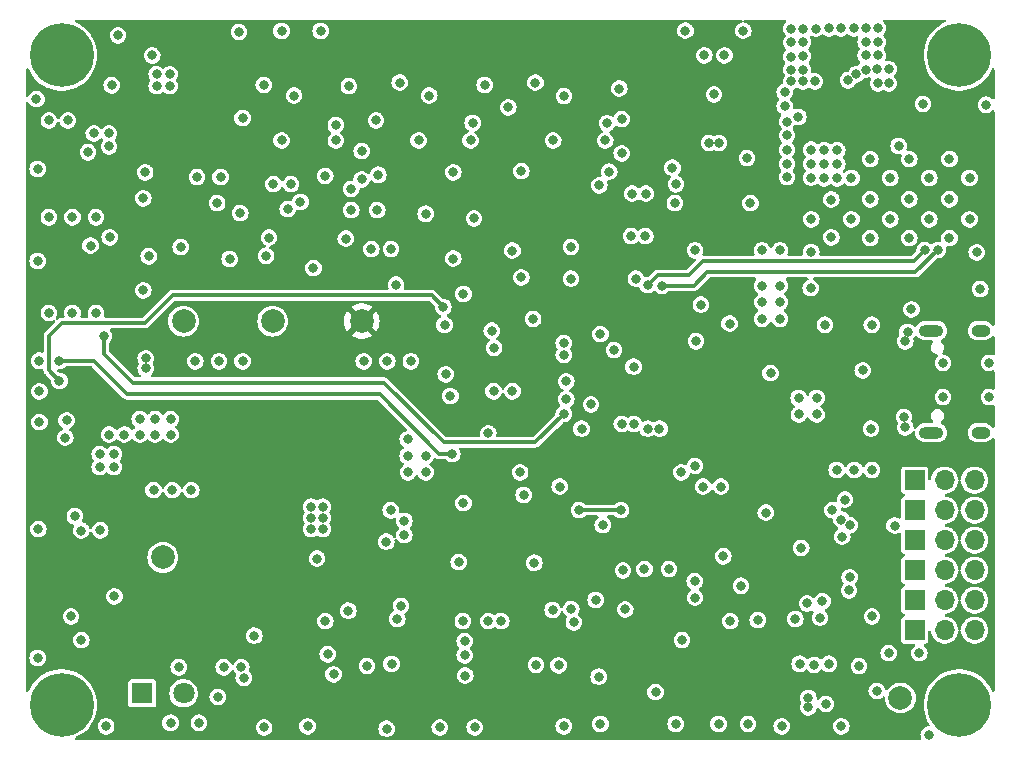
<source format=gbr>
%TF.GenerationSoftware,KiCad,Pcbnew,7.0.1*%
%TF.CreationDate,2023-07-10T14:28:26-04:00*%
%TF.ProjectId,FlightComputer,466c6967-6874-4436-9f6d-70757465722e,rev?*%
%TF.SameCoordinates,Original*%
%TF.FileFunction,Copper,L3,Inr*%
%TF.FilePolarity,Positive*%
%FSLAX46Y46*%
G04 Gerber Fmt 4.6, Leading zero omitted, Abs format (unit mm)*
G04 Created by KiCad (PCBNEW 7.0.1) date 2023-07-10 14:28:26*
%MOMM*%
%LPD*%
G01*
G04 APERTURE LIST*
%TA.AperFunction,ComponentPad*%
%ADD10C,5.400000*%
%TD*%
%TA.AperFunction,ComponentPad*%
%ADD11R,1.700000X1.700000*%
%TD*%
%TA.AperFunction,ComponentPad*%
%ADD12O,1.700000X1.700000*%
%TD*%
%TA.AperFunction,ComponentPad*%
%ADD13O,2.100000X1.000000*%
%TD*%
%TA.AperFunction,ComponentPad*%
%ADD14O,1.600000X1.000000*%
%TD*%
%TA.AperFunction,ComponentPad*%
%ADD15C,2.000000*%
%TD*%
%TA.AperFunction,ComponentPad*%
%ADD16R,1.800000X1.800000*%
%TD*%
%TA.AperFunction,ComponentPad*%
%ADD17C,1.800000*%
%TD*%
%TA.AperFunction,ViaPad*%
%ADD18C,0.800000*%
%TD*%
%TA.AperFunction,Conductor*%
%ADD19C,0.300000*%
%TD*%
G04 APERTURE END LIST*
D10*
%TO.N,N/C*%
%TO.C,H2*%
X52820000Y-115870000D03*
%TD*%
%TO.N,N/C*%
%TO.C,H4*%
X128820000Y-115870000D03*
%TD*%
D11*
%TO.N,Servo 3*%
%TO.C,J14*%
X125050000Y-104480000D03*
D12*
%TO.N,+5VA*%
X127590000Y-104480000D03*
%TO.N,GND*%
X130130000Y-104480000D03*
%TD*%
D11*
%TO.N,Servo 1*%
%TO.C,J11*%
X125050000Y-109560000D03*
D12*
%TO.N,+5VA*%
X127590000Y-109560000D03*
%TO.N,GND*%
X130130000Y-109560000D03*
%TD*%
D11*
%TO.N,Servo 4*%
%TO.C,J15*%
X125050000Y-101940000D03*
D12*
%TO.N,+5VA*%
X127590000Y-101940000D03*
%TO.N,GND*%
X130130000Y-101940000D03*
%TD*%
D10*
%TO.N,N/C*%
%TO.C,H1*%
X128820000Y-60870000D03*
%TD*%
D13*
%TO.N,unconnected-(J18-SHIELD-PadS1)*%
%TO.C,J18*%
X126458949Y-92840000D03*
D14*
X130638949Y-92840000D03*
D13*
X126458949Y-84200000D03*
D14*
X130638949Y-84200000D03*
%TD*%
D15*
%TO.N,+BATT*%
%TO.C,TP5*%
X61400000Y-103400000D03*
%TD*%
D10*
%TO.N,N/C*%
%TO.C,H3*%
X52820000Y-60870000D03*
%TD*%
D11*
%TO.N,ESC*%
%TO.C,J10*%
X125045000Y-96860000D03*
D12*
%TO.N,+5VA*%
X127585000Y-96860000D03*
%TO.N,GND*%
X130125000Y-96860000D03*
%TD*%
D15*
%TO.N,+3V3*%
%TO.C,TP4*%
X78250000Y-83400000D03*
%TD*%
D11*
%TO.N,Servo 5*%
%TO.C,J16*%
X125050000Y-99400000D03*
D12*
%TO.N,+5VA*%
X127590000Y-99400000D03*
%TO.N,GND*%
X130130000Y-99400000D03*
%TD*%
D15*
%TO.N,+5VA*%
%TO.C,TP2*%
X123850000Y-115300000D03*
%TD*%
D11*
%TO.N,Servo 2*%
%TO.C,J12*%
X125050000Y-107020000D03*
D12*
%TO.N,+5VA*%
X127590000Y-107020000D03*
%TO.N,GND*%
X130130000Y-107020000D03*
%TD*%
D15*
%TO.N,GND*%
%TO.C,TP1*%
X70700000Y-83400000D03*
%TD*%
%TO.N,+5V*%
%TO.C,TP3*%
X63150000Y-83400000D03*
%TD*%
D16*
%TO.N,Net-(J2-Pin_1)*%
%TO.C,J2*%
X59650000Y-114900000D03*
D17*
%TO.N,GND*%
X63150000Y-114900000D03*
%TD*%
D18*
%TO.N,V_BAT_SENSE*%
X54500000Y-101125000D03*
X96850000Y-92500000D03*
%TO.N,+5V*%
X59450000Y-91700000D03*
X55550000Y-67500000D03*
X56850000Y-68600000D03*
X57250000Y-95750000D03*
X60750000Y-93000000D03*
X62050000Y-93000000D03*
X56050000Y-94650000D03*
X50800000Y-70500000D03*
X59450000Y-93000000D03*
X51750000Y-82700000D03*
X55750000Y-82700000D03*
X56900000Y-76300000D03*
X56050000Y-95750000D03*
X57250000Y-94650000D03*
X50800000Y-78300000D03*
X56850000Y-67500000D03*
X58150000Y-93000000D03*
X53750000Y-74600000D03*
X50950000Y-89350000D03*
X53350000Y-66400000D03*
X53750000Y-82700000D03*
X51750000Y-74600000D03*
X51750000Y-66400000D03*
X55750000Y-74600000D03*
X77100000Y-107910000D03*
X50950000Y-86750000D03*
X62050000Y-91700000D03*
X60750000Y-91700000D03*
X56850000Y-93000000D03*
X50950000Y-91950000D03*
%TO.N,+3V3*%
X129197498Y-65175000D03*
X63650000Y-65000000D03*
X102265000Y-111900000D03*
X61271899Y-65000000D03*
X98150000Y-109925000D03*
X81765000Y-74780000D03*
X105132511Y-78600000D03*
X105550000Y-83600000D03*
X90800000Y-103868750D03*
X117400000Y-80875000D03*
X94000000Y-74800000D03*
X66150000Y-60700000D03*
X64950000Y-61750000D03*
X70750000Y-73900000D03*
X94550000Y-79800000D03*
X62910000Y-73687500D03*
X62450000Y-65000000D03*
X66150000Y-61750000D03*
X127800000Y-81300000D03*
X96650000Y-98100000D03*
X69750000Y-66990000D03*
X94600000Y-81900000D03*
X63650000Y-66100000D03*
X85700000Y-92530000D03*
X85712500Y-91530000D03*
X96100000Y-74800000D03*
X92600000Y-67087500D03*
X66071899Y-68150000D03*
X73350000Y-75550000D03*
X62450000Y-66100000D03*
X83718750Y-109981250D03*
X66988000Y-76800000D03*
X108065000Y-111900000D03*
X63465000Y-78125000D03*
X93150000Y-79800000D03*
X95000000Y-74800000D03*
X77950000Y-77300000D03*
X103850000Y-94630000D03*
X119150000Y-108800000D03*
X92550000Y-84400000D03*
X64971899Y-68150000D03*
X81350000Y-67075000D03*
X64950000Y-62750000D03*
X129000000Y-81300000D03*
X64950000Y-60700000D03*
X66150000Y-62750000D03*
X61271899Y-66100000D03*
%TO.N,SDA*%
X101150000Y-72600000D03*
X99192489Y-70742489D03*
%TO.N,GND*%
X74950000Y-100060000D03*
X115250000Y-91300000D03*
X66150000Y-86800000D03*
X116300000Y-68875000D03*
X53950000Y-99900000D03*
X131350000Y-89825000D03*
X122850000Y-62075000D03*
X121950000Y-58600000D03*
X57600000Y-59200000D03*
X92950000Y-63200000D03*
X54500000Y-110400000D03*
X61971899Y-63500000D03*
X62750000Y-112700000D03*
X86000000Y-70800000D03*
X118502502Y-71300000D03*
X68250000Y-113600000D03*
X81450000Y-63200000D03*
X101450000Y-79800000D03*
X95950000Y-77100000D03*
X102450000Y-92500000D03*
X118850000Y-117700000D03*
X115200000Y-66100000D03*
X115600000Y-60975000D03*
X105650000Y-58800000D03*
X68050000Y-112700000D03*
X108450000Y-68300000D03*
X118850000Y-100200000D03*
X116750000Y-91300000D03*
X114250000Y-67675000D03*
X77350000Y-72200000D03*
X68150000Y-86800000D03*
X89250000Y-84200000D03*
X86850000Y-98800000D03*
X85250000Y-83700000D03*
X114250000Y-68875000D03*
X86850000Y-81100000D03*
X85350000Y-87900000D03*
X123350000Y-100700000D03*
X88650000Y-63400000D03*
X119900000Y-58600000D03*
X121950000Y-60900000D03*
X122850000Y-111500000D03*
X114250000Y-70075000D03*
X61971899Y-62500000D03*
X128000000Y-76375000D03*
X114600000Y-63100000D03*
X106450000Y-77400000D03*
X83650000Y-96200000D03*
X71962653Y-73912653D03*
X84850000Y-117800000D03*
X104750000Y-73400000D03*
X80715000Y-77297500D03*
X59750000Y-80800000D03*
X64287500Y-71195000D03*
X106450000Y-106800000D03*
X114600000Y-58625000D03*
X98350000Y-71900000D03*
X100550000Y-107800000D03*
X74450000Y-103500000D03*
X106950000Y-82000000D03*
X62050000Y-117400000D03*
X66550000Y-112700000D03*
X116600000Y-63100000D03*
X105365000Y-110400000D03*
X82131879Y-93400000D03*
X60200000Y-77900000D03*
X80350000Y-117900000D03*
X50800000Y-111900000D03*
X116302502Y-71250000D03*
X104550000Y-70400000D03*
X101050000Y-76200000D03*
X119150000Y-98500000D03*
X82150000Y-96200000D03*
X118450000Y-96000000D03*
X119400000Y-63000000D03*
X121950000Y-59775000D03*
X119700000Y-71275000D03*
X113650000Y-83200000D03*
X82131879Y-94800000D03*
X73950000Y-99110000D03*
X112150000Y-83200000D03*
X75850000Y-113300000D03*
X71450000Y-68100000D03*
X80319879Y-102069986D03*
X121300000Y-69675000D03*
X114950000Y-108600000D03*
X112850000Y-87800000D03*
X79547500Y-74000000D03*
X118000000Y-73100000D03*
X116050000Y-116100000D03*
X53625000Y-108400000D03*
X121850000Y-114700000D03*
X55275000Y-77000000D03*
X69950000Y-63400000D03*
X60613000Y-97700000D03*
X121425000Y-83700000D03*
X119950000Y-96000000D03*
X110550000Y-58800000D03*
X60871899Y-63500000D03*
X62910000Y-77125000D03*
X103450000Y-92500000D03*
X80400000Y-86800000D03*
X129700000Y-74775000D03*
X112150000Y-81800000D03*
X98450000Y-117500000D03*
X127450000Y-89825000D03*
X115600000Y-58625000D03*
X88950000Y-108800000D03*
X116300000Y-74775000D03*
X75150000Y-108800000D03*
X81150000Y-80300000D03*
X106550000Y-85100000D03*
X78400000Y-86800000D03*
X107150000Y-97400000D03*
X62213000Y-97700000D03*
X117400000Y-68925000D03*
X96200000Y-108900000D03*
X111775000Y-108700000D03*
X124250000Y-92400000D03*
X53250000Y-91800000D03*
X89400000Y-89330000D03*
X110350000Y-105800000D03*
X117035500Y-108500000D03*
X115231879Y-89900000D03*
X117402502Y-71300000D03*
X66050000Y-115200000D03*
X130600000Y-80675000D03*
X70750000Y-71800000D03*
X65997500Y-73409500D03*
X63813000Y-97700000D03*
X120100000Y-62500000D03*
X108650000Y-97400000D03*
X104815000Y-117500000D03*
X100350000Y-104500000D03*
X109382511Y-83600000D03*
X117402502Y-70125000D03*
X107250000Y-60900000D03*
X73950000Y-100060000D03*
X124450000Y-84300000D03*
X57300000Y-106700000D03*
X86950000Y-110500000D03*
X87000000Y-113400000D03*
X67060000Y-78125000D03*
X98300000Y-113500000D03*
X113650000Y-80400000D03*
X81844879Y-100310000D03*
X121850000Y-62075000D03*
X120900000Y-59775000D03*
X124782502Y-82401933D03*
X64450000Y-117400000D03*
X94999500Y-97400000D03*
X117800000Y-58600000D03*
X69975000Y-117800000D03*
X109450000Y-108800000D03*
X89450000Y-85650000D03*
X83050000Y-68100000D03*
X116300000Y-77525000D03*
X74950000Y-99110000D03*
X90650000Y-65300000D03*
X124600000Y-69675000D03*
X120900000Y-60900000D03*
X112131879Y-77400000D03*
X91750000Y-79700000D03*
X98850000Y-68100000D03*
X87450000Y-68100000D03*
X110850000Y-69600000D03*
X127450000Y-86925000D03*
X87750000Y-74700000D03*
X126300000Y-71275000D03*
X76050000Y-68100000D03*
X106431879Y-105400000D03*
X100250000Y-69200000D03*
X121350000Y-92500000D03*
X118000000Y-76300000D03*
X73050000Y-73300000D03*
X59950000Y-86550000D03*
X116302502Y-70075000D03*
X125750000Y-65000000D03*
X92750000Y-83200000D03*
X79650000Y-71000000D03*
X112450000Y-99600000D03*
X116550000Y-112500000D03*
X114250000Y-71200000D03*
X88950000Y-92900000D03*
X86450000Y-103800000D03*
X114600000Y-59800000D03*
X80694879Y-99410000D03*
X100250000Y-66300000D03*
X115600000Y-62100000D03*
X85750000Y-89730000D03*
X87800000Y-117800000D03*
X81844879Y-101510000D03*
X125450000Y-111500000D03*
X131350000Y-86925000D03*
X118502502Y-70125000D03*
X66287500Y-71195000D03*
X116250000Y-80600000D03*
X71450000Y-58810000D03*
X121450000Y-108400000D03*
X83650000Y-94800000D03*
X82400000Y-86800000D03*
X113650000Y-81800000D03*
X119550000Y-100675000D03*
X74150000Y-78900000D03*
X113650000Y-77400000D03*
X108850000Y-103300000D03*
X128000000Y-69675000D03*
X57071899Y-63425000D03*
X106450000Y-95642500D03*
X55062500Y-69100000D03*
X105307511Y-96200000D03*
X95950000Y-79800000D03*
X100050000Y-63700000D03*
X56100000Y-101100000D03*
X91750000Y-70700000D03*
X107650000Y-68300000D03*
X124600000Y-73075000D03*
X60500000Y-60900000D03*
X72250000Y-71800000D03*
X59900000Y-70800000D03*
X77150000Y-63500000D03*
X50850000Y-101000000D03*
X119487082Y-106200000D03*
X119700000Y-74775000D03*
X91000000Y-77425000D03*
X70145000Y-77872945D03*
X53150000Y-93250000D03*
X73650000Y-117700000D03*
X121950000Y-63275000D03*
X103115000Y-114800000D03*
X74760000Y-58810000D03*
X59750000Y-73000000D03*
X130297498Y-77575000D03*
X98050000Y-107000000D03*
X114600000Y-61000000D03*
X112131879Y-80400000D03*
X111150000Y-73400000D03*
X91000000Y-89330000D03*
X94450000Y-68100000D03*
X115600000Y-59775000D03*
X108057107Y-64200000D03*
X123000000Y-74775000D03*
X123000000Y-71275000D03*
X68150000Y-66200000D03*
X79450000Y-66400000D03*
X124600000Y-76375000D03*
X117450000Y-83700000D03*
X126250000Y-118400000D03*
X131100000Y-65075000D03*
X76887500Y-76400000D03*
X75350000Y-111600000D03*
X120350000Y-112600000D03*
X60871899Y-62500000D03*
X121300000Y-76375000D03*
X121300000Y-73075000D03*
X123697498Y-68567148D03*
X86800000Y-108800000D03*
X113800000Y-117700000D03*
X108950000Y-60900000D03*
X90050000Y-108800000D03*
X56600000Y-117700000D03*
X81250000Y-108600000D03*
X73950000Y-101010000D03*
X114250000Y-66500000D03*
X67850000Y-58910000D03*
X116700000Y-58625000D03*
X129700000Y-71275000D03*
X59950000Y-87400500D03*
X91950000Y-98100000D03*
X120651053Y-87574581D03*
X114050000Y-64000000D03*
X120900000Y-62100000D03*
X77347500Y-73995000D03*
X102250000Y-76200000D03*
X116750000Y-89900000D03*
X118800000Y-58600000D03*
X121450000Y-96000000D03*
X115450000Y-102600000D03*
X117550000Y-115800000D03*
X95350000Y-117700000D03*
X128000000Y-73075000D03*
X92850000Y-103850000D03*
X74950000Y-101010000D03*
X64150000Y-86800000D03*
X115600000Y-63100000D03*
X120900000Y-58600000D03*
X75150000Y-71100000D03*
X114600000Y-62100000D03*
X83650000Y-74300000D03*
X126300000Y-74775000D03*
X122850000Y-63275000D03*
X118500000Y-68925000D03*
X50700000Y-64600000D03*
X114050000Y-65200000D03*
X124150000Y-91500000D03*
X124250000Y-85100000D03*
X116050000Y-115300000D03*
%TO.N,SCL*%
X95362500Y-64337500D03*
X70387500Y-76325000D03*
X83950000Y-64300000D03*
X78235000Y-69000000D03*
X67950000Y-74242500D03*
X72512500Y-64300000D03*
X78235000Y-71400000D03*
%TO.N,CE*%
X115950000Y-107300000D03*
X115312500Y-112400000D03*
%TO.N,SCK*%
X93000000Y-112500000D03*
X104250000Y-104400000D03*
X94400000Y-107850000D03*
%TO.N,MOSI*%
X100197908Y-99397908D03*
X110950000Y-117489623D03*
X108450000Y-117489623D03*
X96650000Y-99400000D03*
%TO.N,CSN*%
X117250000Y-107100000D03*
X117785000Y-112400000D03*
%TO.N,Servo 2*%
X119545707Y-105085513D03*
%TO.N,Servo 4*%
X118917500Y-101632500D03*
%TO.N,USART3_TX*%
X126997498Y-77375000D03*
X103650000Y-80400000D03*
%TO.N,USART3_RX*%
X102450000Y-80350000D03*
X125897498Y-77375000D03*
%TO.N,CS_EXTRA*%
X100258216Y-92100000D03*
X94900000Y-112537500D03*
X95975000Y-107775000D03*
X98650000Y-100654977D03*
%TO.N,Servo 5*%
X118085000Y-99400000D03*
%TO.N,ADC12_IN14*%
X91650000Y-96200000D03*
X69150000Y-110025000D03*
%TO.N,UART4_TX*%
X56423130Y-84650000D03*
X95350000Y-91250000D03*
%TO.N,USART2_RX*%
X81550000Y-107500000D03*
X78675000Y-112575000D03*
%TO.N,UART4_RX*%
X52650000Y-86750000D03*
X85900000Y-94650000D03*
%TO.N,NRST*%
X99600000Y-85850000D03*
X102270000Y-72600000D03*
X104850000Y-71800000D03*
%TO.N,FLASH_CS*%
X102175000Y-104400000D03*
X101257719Y-92100000D03*
%TO.N,INT_BARO*%
X79050000Y-77300000D03*
X95550000Y-88499500D03*
%TO.N,INT_PI*%
X85150000Y-82200000D03*
X52650000Y-88450000D03*
%TO.N,LED2*%
X86000000Y-78100000D03*
X101250000Y-87250000D03*
%TO.N,INT1*%
X95350000Y-85250000D03*
X76050000Y-66800000D03*
%TO.N,INT2*%
X95350000Y-86249503D03*
X87630307Y-66618532D03*
%TO.N,INT3*%
X99000000Y-66650000D03*
X98450000Y-84500000D03*
%TO.N,INT4*%
X80762500Y-112412500D03*
X95550000Y-89999500D03*
%TO.N,INT5*%
X86950000Y-111700000D03*
X97650000Y-90449500D03*
%TD*%
D19*
%TO.N,MOSI*%
X100195816Y-99400000D02*
X100197908Y-99397908D01*
X96650000Y-99400000D02*
X100195816Y-99400000D01*
%TO.N,USART3_TX*%
X103650000Y-80400000D02*
X106350000Y-80400000D01*
X107500000Y-79250000D02*
X125122498Y-79250000D01*
X125122498Y-79250000D02*
X126997498Y-77375000D01*
X106350000Y-80400000D02*
X107500000Y-79250000D01*
%TO.N,USART3_RX*%
X124972498Y-78300000D02*
X125897498Y-77375000D01*
X107150000Y-78300000D02*
X124972498Y-78300000D01*
X102450000Y-80350000D02*
X103300000Y-79500000D01*
X103300000Y-79500000D02*
X105950000Y-79500000D01*
X105950000Y-79500000D02*
X107150000Y-78300000D01*
%TO.N,UART4_TX*%
X56423130Y-84650000D02*
X56423130Y-86173130D01*
X92950000Y-93650000D02*
X95350000Y-91250000D01*
X80150000Y-88600000D02*
X85200000Y-93650000D01*
X56423130Y-86173130D02*
X58850000Y-88600000D01*
X58850000Y-88600000D02*
X80150000Y-88600000D01*
X85200000Y-93650000D02*
X92950000Y-93650000D01*
%TO.N,UART4_RX*%
X55550000Y-86750000D02*
X58400000Y-89600000D01*
X79750000Y-89600000D02*
X84800000Y-94650000D01*
X84800000Y-94650000D02*
X85900000Y-94650000D01*
X52650000Y-86750000D02*
X55550000Y-86750000D01*
X58400000Y-89600000D02*
X79750000Y-89600000D01*
%TO.N,INT_PI*%
X51750000Y-84650000D02*
X52850000Y-83550000D01*
X52650000Y-88450000D02*
X51750000Y-87550000D01*
X51750000Y-87550000D02*
X51750000Y-84650000D01*
X62250000Y-81200000D02*
X84150000Y-81200000D01*
X59450000Y-83550000D02*
X59900000Y-83550000D01*
X84150000Y-81200000D02*
X85150000Y-82200000D01*
X52850000Y-83550000D02*
X59450000Y-83550000D01*
X59900000Y-83550000D02*
X62250000Y-81200000D01*
%TD*%
%TA.AperFunction,Conductor*%
%TO.N,+3V3*%
G36*
X71370999Y-57884704D02*
G01*
X71415423Y-57924060D01*
X71436469Y-57979554D01*
X71429315Y-58038471D01*
X71395600Y-58087316D01*
X71343048Y-58114896D01*
X71320448Y-58120467D01*
X71199775Y-58150209D01*
X71049149Y-58229265D01*
X70921815Y-58342072D01*
X70825182Y-58482069D01*
X70764860Y-58641127D01*
X70744354Y-58809999D01*
X70764860Y-58978872D01*
X70825182Y-59137930D01*
X70921815Y-59277927D01*
X70921816Y-59277928D01*
X70921817Y-59277929D01*
X71049148Y-59390734D01*
X71199775Y-59469790D01*
X71364944Y-59510500D01*
X71535055Y-59510500D01*
X71535056Y-59510500D01*
X71700225Y-59469790D01*
X71850852Y-59390734D01*
X71978183Y-59277929D01*
X72074818Y-59137930D01*
X72135140Y-58978872D01*
X72155645Y-58810000D01*
X72135140Y-58641128D01*
X72074818Y-58482070D01*
X71978183Y-58342071D01*
X71850852Y-58229266D01*
X71831797Y-58219265D01*
X71700224Y-58150209D01*
X71585472Y-58121926D01*
X71556951Y-58114896D01*
X71504400Y-58087316D01*
X71470685Y-58038471D01*
X71463531Y-57979554D01*
X71484577Y-57924060D01*
X71529001Y-57884704D01*
X71586627Y-57870500D01*
X74623373Y-57870500D01*
X74680999Y-57884704D01*
X74725423Y-57924060D01*
X74746469Y-57979554D01*
X74739315Y-58038471D01*
X74705600Y-58087316D01*
X74653048Y-58114896D01*
X74630448Y-58120467D01*
X74509775Y-58150209D01*
X74359149Y-58229265D01*
X74231815Y-58342072D01*
X74135182Y-58482069D01*
X74074860Y-58641127D01*
X74054354Y-58809999D01*
X74074860Y-58978872D01*
X74135182Y-59137930D01*
X74231815Y-59277927D01*
X74231816Y-59277928D01*
X74231817Y-59277929D01*
X74359148Y-59390734D01*
X74509775Y-59469790D01*
X74674944Y-59510500D01*
X74845055Y-59510500D01*
X74845056Y-59510500D01*
X75010225Y-59469790D01*
X75160852Y-59390734D01*
X75288183Y-59277929D01*
X75384818Y-59137930D01*
X75445140Y-58978872D01*
X75465645Y-58810000D01*
X75445140Y-58641128D01*
X75384818Y-58482070D01*
X75288183Y-58342071D01*
X75160852Y-58229266D01*
X75141797Y-58219265D01*
X75010224Y-58150209D01*
X74895472Y-58121926D01*
X74866951Y-58114896D01*
X74814400Y-58087316D01*
X74780685Y-58038471D01*
X74773531Y-57979554D01*
X74794577Y-57924060D01*
X74839001Y-57884704D01*
X74896627Y-57870500D01*
X105472800Y-57870500D01*
X105530426Y-57884703D01*
X105574850Y-57924060D01*
X105595896Y-57979554D01*
X105588742Y-58038471D01*
X105555027Y-58087316D01*
X105502475Y-58114897D01*
X105399775Y-58140209D01*
X105249149Y-58219265D01*
X105121815Y-58332072D01*
X105025182Y-58472069D01*
X104964860Y-58631127D01*
X104944354Y-58799999D01*
X104964860Y-58968872D01*
X105025182Y-59127930D01*
X105121815Y-59267927D01*
X105121816Y-59267928D01*
X105121817Y-59267929D01*
X105249148Y-59380734D01*
X105399775Y-59459790D01*
X105564944Y-59500500D01*
X105735055Y-59500500D01*
X105735056Y-59500500D01*
X105900225Y-59459790D01*
X106050852Y-59380734D01*
X106178183Y-59267929D01*
X106274818Y-59127930D01*
X106335140Y-58968872D01*
X106355645Y-58800000D01*
X106335140Y-58631128D01*
X106274818Y-58472070D01*
X106226500Y-58402070D01*
X106178184Y-58332072D01*
X106138675Y-58297070D01*
X106050852Y-58219266D01*
X105968756Y-58176178D01*
X105900224Y-58140209D01*
X105797525Y-58114897D01*
X105744973Y-58087316D01*
X105711258Y-58038471D01*
X105704104Y-57979554D01*
X105725150Y-57924060D01*
X105769574Y-57884703D01*
X105827200Y-57870500D01*
X110372800Y-57870500D01*
X110430426Y-57884703D01*
X110474850Y-57924060D01*
X110495896Y-57979554D01*
X110488742Y-58038471D01*
X110455027Y-58087316D01*
X110402475Y-58114897D01*
X110299775Y-58140209D01*
X110149149Y-58219265D01*
X110021815Y-58332072D01*
X109925182Y-58472069D01*
X109864860Y-58631127D01*
X109844354Y-58799999D01*
X109864860Y-58968872D01*
X109925182Y-59127930D01*
X110021815Y-59267927D01*
X110021816Y-59267928D01*
X110021817Y-59267929D01*
X110149148Y-59380734D01*
X110299775Y-59459790D01*
X110464944Y-59500500D01*
X110635055Y-59500500D01*
X110635056Y-59500500D01*
X110800225Y-59459790D01*
X110950852Y-59380734D01*
X111078183Y-59267929D01*
X111174818Y-59127930D01*
X111235140Y-58968872D01*
X111255645Y-58800000D01*
X111235140Y-58631128D01*
X111174818Y-58472070D01*
X111126500Y-58402070D01*
X111078184Y-58332072D01*
X111038675Y-58297070D01*
X110950852Y-58219266D01*
X110868756Y-58176178D01*
X110800224Y-58140209D01*
X110697525Y-58114897D01*
X110644973Y-58087316D01*
X110611258Y-58038471D01*
X110604104Y-57979554D01*
X110625150Y-57924060D01*
X110669574Y-57884703D01*
X110727200Y-57870500D01*
X114068329Y-57870500D01*
X114125955Y-57884704D01*
X114170379Y-57924060D01*
X114191425Y-57979554D01*
X114184271Y-58038472D01*
X114150558Y-58087312D01*
X114100036Y-58132071D01*
X114071815Y-58157072D01*
X113975182Y-58297069D01*
X113914860Y-58456127D01*
X113894354Y-58624999D01*
X113914860Y-58793872D01*
X113975182Y-58952930D01*
X114071815Y-59092927D01*
X114071816Y-59092928D01*
X114071817Y-59092929D01*
X114102018Y-59119684D01*
X114138894Y-59177999D01*
X114138895Y-59246996D01*
X114102019Y-59305312D01*
X114071818Y-59332068D01*
X113975182Y-59472069D01*
X113914860Y-59631127D01*
X113894354Y-59799999D01*
X113914860Y-59968872D01*
X113975182Y-60127930D01*
X114071817Y-60267929D01*
X114087908Y-60282184D01*
X114116128Y-60307185D01*
X114153004Y-60365501D01*
X114153004Y-60434499D01*
X114116128Y-60492815D01*
X114071816Y-60532072D01*
X113975182Y-60672069D01*
X113914860Y-60831127D01*
X113894354Y-60999999D01*
X113911824Y-61143872D01*
X113914860Y-61168872D01*
X113975182Y-61327930D01*
X114071817Y-61467929D01*
X114071819Y-61467931D01*
X114079845Y-61479558D01*
X114099289Y-61525195D01*
X114099289Y-61574802D01*
X114079845Y-61620439D01*
X113975182Y-61772069D01*
X113914860Y-61931127D01*
X113894354Y-62099999D01*
X113914860Y-62268872D01*
X113975182Y-62427930D01*
X114045332Y-62529560D01*
X114064776Y-62575197D01*
X114064776Y-62624803D01*
X114045332Y-62670440D01*
X113975182Y-62772069D01*
X113914860Y-62931127D01*
X113894354Y-63100000D01*
X113906684Y-63201542D01*
X113899530Y-63260458D01*
X113865817Y-63309302D01*
X113813267Y-63336884D01*
X113799774Y-63340210D01*
X113649150Y-63419264D01*
X113521815Y-63532072D01*
X113425182Y-63672069D01*
X113364860Y-63831127D01*
X113344354Y-64000000D01*
X113363757Y-64159790D01*
X113364860Y-64168872D01*
X113425182Y-64327930D01*
X113521817Y-64467929D01*
X113559200Y-64501047D01*
X113566128Y-64507185D01*
X113603004Y-64565501D01*
X113603004Y-64634499D01*
X113566128Y-64692815D01*
X113521816Y-64732072D01*
X113425182Y-64872069D01*
X113364860Y-65031127D01*
X113344354Y-65200000D01*
X113364860Y-65368872D01*
X113425182Y-65527930D01*
X113521815Y-65667927D01*
X113521816Y-65667928D01*
X113521817Y-65667929D01*
X113649148Y-65780734D01*
X113713872Y-65814704D01*
X113758295Y-65854061D01*
X113779341Y-65909553D01*
X113772187Y-65968470D01*
X113738473Y-66017314D01*
X113721818Y-66032069D01*
X113625182Y-66172069D01*
X113564860Y-66331127D01*
X113544354Y-66500000D01*
X113564860Y-66668872D01*
X113625182Y-66827930D01*
X113721815Y-66967927D01*
X113721816Y-66967928D01*
X113721817Y-66967929D01*
X113752018Y-66994684D01*
X113788894Y-67052999D01*
X113788895Y-67121996D01*
X113752019Y-67180312D01*
X113721818Y-67207068D01*
X113625182Y-67347069D01*
X113564860Y-67506127D01*
X113544354Y-67675000D01*
X113562924Y-67827930D01*
X113564860Y-67843872D01*
X113625182Y-68002930D01*
X113721817Y-68142929D01*
X113765096Y-68181271D01*
X113766128Y-68182185D01*
X113803004Y-68240501D01*
X113803004Y-68309499D01*
X113766128Y-68367815D01*
X113721816Y-68407072D01*
X113625182Y-68547069D01*
X113564860Y-68706127D01*
X113544354Y-68875000D01*
X113561380Y-69015210D01*
X113564860Y-69043872D01*
X113625182Y-69202930D01*
X113721817Y-69342929D01*
X113751101Y-69368872D01*
X113766128Y-69382185D01*
X113803004Y-69440501D01*
X113803004Y-69509499D01*
X113766128Y-69567815D01*
X113721816Y-69607072D01*
X113625182Y-69747069D01*
X113564860Y-69906127D01*
X113544354Y-70075000D01*
X113564860Y-70243872D01*
X113625182Y-70402930D01*
X113721817Y-70542929D01*
X113723801Y-70544687D01*
X113760676Y-70603002D01*
X113760676Y-70671998D01*
X113723801Y-70730313D01*
X113721817Y-70732070D01*
X113625182Y-70872069D01*
X113564860Y-71031127D01*
X113544354Y-71199999D01*
X113564860Y-71368872D01*
X113625182Y-71527930D01*
X113721815Y-71667927D01*
X113721816Y-71667928D01*
X113721817Y-71667929D01*
X113849148Y-71780734D01*
X113999775Y-71859790D01*
X114164944Y-71900500D01*
X114335055Y-71900500D01*
X114335056Y-71900500D01*
X114500225Y-71859790D01*
X114650852Y-71780734D01*
X114778183Y-71667929D01*
X114874818Y-71527930D01*
X114935140Y-71368872D01*
X114955645Y-71200000D01*
X114935140Y-71031128D01*
X114874818Y-70872070D01*
X114778183Y-70732071D01*
X114776201Y-70730315D01*
X114739324Y-70671999D01*
X114739324Y-70603001D01*
X114776202Y-70544684D01*
X114778183Y-70542929D01*
X114874818Y-70402930D01*
X114935140Y-70243872D01*
X114955645Y-70075000D01*
X114935140Y-69906128D01*
X114874818Y-69747070D01*
X114778183Y-69607071D01*
X114734001Y-69567929D01*
X114733871Y-69567814D01*
X114696994Y-69509497D01*
X114696995Y-69440499D01*
X114733869Y-69382186D01*
X114778183Y-69342929D01*
X114874818Y-69202930D01*
X114935140Y-69043872D01*
X114955645Y-68875000D01*
X115594354Y-68875000D01*
X115614860Y-69043872D01*
X115675182Y-69202930D01*
X115771817Y-69342930D01*
X115817378Y-69383293D01*
X115854255Y-69441609D01*
X115854255Y-69510606D01*
X115817379Y-69568923D01*
X115774318Y-69607071D01*
X115677684Y-69747069D01*
X115617362Y-69906127D01*
X115596856Y-70075000D01*
X115614374Y-70219265D01*
X115617362Y-70243872D01*
X115677684Y-70402930D01*
X115768990Y-70535209D01*
X115774320Y-70542930D01*
X115804520Y-70569686D01*
X115841396Y-70628001D01*
X115841396Y-70696999D01*
X115804520Y-70755314D01*
X115774320Y-70782069D01*
X115677684Y-70922069D01*
X115617362Y-71081127D01*
X115596856Y-71250000D01*
X115617362Y-71418872D01*
X115677684Y-71577930D01*
X115774317Y-71717927D01*
X115774318Y-71717928D01*
X115774319Y-71717929D01*
X115901650Y-71830734D01*
X116052277Y-71909790D01*
X116217446Y-71950500D01*
X116387557Y-71950500D01*
X116387558Y-71950500D01*
X116552727Y-71909790D01*
X116703354Y-71830734D01*
X116742059Y-71796444D01*
X116794606Y-71768865D01*
X116853957Y-71768865D01*
X116906506Y-71796444D01*
X117001650Y-71880734D01*
X117152277Y-71959790D01*
X117317446Y-72000500D01*
X117487557Y-72000500D01*
X117487558Y-72000500D01*
X117652727Y-71959790D01*
X117803354Y-71880734D01*
X117870276Y-71821446D01*
X117922827Y-71793865D01*
X117982177Y-71793865D01*
X118034727Y-71821446D01*
X118101650Y-71880734D01*
X118252277Y-71959790D01*
X118417446Y-72000500D01*
X118587557Y-72000500D01*
X118587558Y-72000500D01*
X118752727Y-71959790D01*
X118903354Y-71880734D01*
X119030685Y-71767929D01*
X119030687Y-71767925D01*
X119033133Y-71765759D01*
X119085685Y-71738177D01*
X119145035Y-71738177D01*
X119197583Y-71765756D01*
X119299148Y-71855734D01*
X119449775Y-71934790D01*
X119614944Y-71975500D01*
X119785055Y-71975500D01*
X119785056Y-71975500D01*
X119950225Y-71934790D01*
X120100852Y-71855734D01*
X120228183Y-71742929D01*
X120324818Y-71602930D01*
X120385140Y-71443872D01*
X120405645Y-71275000D01*
X122294354Y-71275000D01*
X122314860Y-71443872D01*
X122375182Y-71602930D01*
X122471815Y-71742927D01*
X122471816Y-71742928D01*
X122471817Y-71742929D01*
X122599148Y-71855734D01*
X122749775Y-71934790D01*
X122914944Y-71975500D01*
X123085055Y-71975500D01*
X123085056Y-71975500D01*
X123250225Y-71934790D01*
X123400852Y-71855734D01*
X123528183Y-71742929D01*
X123624818Y-71602930D01*
X123685140Y-71443872D01*
X123705645Y-71275000D01*
X125594354Y-71275000D01*
X125614860Y-71443872D01*
X125675182Y-71602930D01*
X125771815Y-71742927D01*
X125771816Y-71742928D01*
X125771817Y-71742929D01*
X125899148Y-71855734D01*
X126049775Y-71934790D01*
X126214944Y-71975500D01*
X126385055Y-71975500D01*
X126385056Y-71975500D01*
X126550225Y-71934790D01*
X126700852Y-71855734D01*
X126828183Y-71742929D01*
X126924818Y-71602930D01*
X126985140Y-71443872D01*
X127005645Y-71275000D01*
X128994354Y-71275000D01*
X129014860Y-71443872D01*
X129075182Y-71602930D01*
X129171815Y-71742927D01*
X129171816Y-71742928D01*
X129171817Y-71742929D01*
X129299148Y-71855734D01*
X129449775Y-71934790D01*
X129614944Y-71975500D01*
X129785055Y-71975500D01*
X129785056Y-71975500D01*
X129950225Y-71934790D01*
X130100852Y-71855734D01*
X130228183Y-71742929D01*
X130324818Y-71602930D01*
X130385140Y-71443872D01*
X130405645Y-71275000D01*
X130385140Y-71106128D01*
X130324818Y-70947070D01*
X130248719Y-70836822D01*
X130228184Y-70807072D01*
X130220201Y-70800000D01*
X130100852Y-70694266D01*
X130058426Y-70671999D01*
X129950224Y-70615209D01*
X129825765Y-70584533D01*
X129785056Y-70574500D01*
X129614944Y-70574500D01*
X129582284Y-70582549D01*
X129449775Y-70615209D01*
X129299149Y-70694265D01*
X129171815Y-70807072D01*
X129075182Y-70947069D01*
X129014860Y-71106127D01*
X128994354Y-71275000D01*
X127005645Y-71275000D01*
X126985140Y-71106128D01*
X126924818Y-70947070D01*
X126848719Y-70836822D01*
X126828184Y-70807072D01*
X126820201Y-70800000D01*
X126700852Y-70694266D01*
X126658426Y-70671999D01*
X126550224Y-70615209D01*
X126425765Y-70584533D01*
X126385056Y-70574500D01*
X126214944Y-70574500D01*
X126182284Y-70582549D01*
X126049775Y-70615209D01*
X125899149Y-70694265D01*
X125771815Y-70807072D01*
X125675182Y-70947069D01*
X125614860Y-71106127D01*
X125594354Y-71275000D01*
X123705645Y-71275000D01*
X123685140Y-71106128D01*
X123624818Y-70947070D01*
X123548719Y-70836822D01*
X123528184Y-70807072D01*
X123520201Y-70800000D01*
X123400852Y-70694266D01*
X123358426Y-70671999D01*
X123250224Y-70615209D01*
X123125765Y-70584533D01*
X123085056Y-70574500D01*
X122914944Y-70574500D01*
X122882284Y-70582549D01*
X122749775Y-70615209D01*
X122599149Y-70694265D01*
X122471815Y-70807072D01*
X122375182Y-70947069D01*
X122314860Y-71106127D01*
X122294354Y-71275000D01*
X120405645Y-71275000D01*
X120385140Y-71106128D01*
X120324818Y-70947070D01*
X120248719Y-70836822D01*
X120228184Y-70807072D01*
X120220201Y-70800000D01*
X120100852Y-70694266D01*
X120058426Y-70671999D01*
X119950224Y-70615209D01*
X119825765Y-70584533D01*
X119785056Y-70574500D01*
X119614944Y-70574500D01*
X119582284Y-70582549D01*
X119449775Y-70615209D01*
X119299146Y-70694267D01*
X119169367Y-70809240D01*
X119116819Y-70836820D01*
X119057472Y-70836822D01*
X119004921Y-70809246D01*
X119002466Y-70807071D01*
X119000490Y-70805320D01*
X118963609Y-70747005D01*
X118963606Y-70678004D01*
X119000484Y-70619685D01*
X119009017Y-70612124D01*
X119030685Y-70592929D01*
X119127320Y-70452930D01*
X119187642Y-70293872D01*
X119208147Y-70125000D01*
X119187642Y-69956128D01*
X119127320Y-69797070D01*
X119043060Y-69674999D01*
X120594354Y-69674999D01*
X120614860Y-69843872D01*
X120675182Y-70002930D01*
X120771815Y-70142927D01*
X120771816Y-70142928D01*
X120771817Y-70142929D01*
X120899148Y-70255734D01*
X121049775Y-70334790D01*
X121214944Y-70375500D01*
X121385055Y-70375500D01*
X121385056Y-70375500D01*
X121550225Y-70334790D01*
X121700852Y-70255734D01*
X121828183Y-70142929D01*
X121924818Y-70002930D01*
X121985140Y-69843872D01*
X122005645Y-69675000D01*
X121985140Y-69506128D01*
X121924818Y-69347070D01*
X121869997Y-69267648D01*
X121828184Y-69207072D01*
X121820200Y-69199999D01*
X121700852Y-69094266D01*
X121650668Y-69067927D01*
X121550224Y-69015209D01*
X121401378Y-68978523D01*
X121385056Y-68974500D01*
X121214944Y-68974500D01*
X121198622Y-68978523D01*
X121049775Y-69015209D01*
X120899149Y-69094265D01*
X120771815Y-69207072D01*
X120675182Y-69347069D01*
X120614860Y-69506127D01*
X120594354Y-69674999D01*
X119043060Y-69674999D01*
X119038180Y-69667929D01*
X119030684Y-69657069D01*
X118985123Y-69616706D01*
X118948246Y-69558389D01*
X118948246Y-69489391D01*
X118985122Y-69431076D01*
X119028183Y-69392929D01*
X119124818Y-69252930D01*
X119185140Y-69093872D01*
X119205645Y-68925000D01*
X119185140Y-68756128D01*
X119124818Y-68597070D01*
X119104164Y-68567148D01*
X122991852Y-68567148D01*
X123012358Y-68736020D01*
X123072680Y-68895078D01*
X123169313Y-69035075D01*
X123169314Y-69035076D01*
X123169315Y-69035077D01*
X123296646Y-69147882D01*
X123447273Y-69226938D01*
X123612442Y-69267648D01*
X123782553Y-69267648D01*
X123782554Y-69267648D01*
X123798876Y-69263625D01*
X123865440Y-69265637D01*
X123921365Y-69301794D01*
X123950519Y-69361670D01*
X123944492Y-69427992D01*
X123914860Y-69506125D01*
X123894354Y-69674999D01*
X123914860Y-69843872D01*
X123975182Y-70002930D01*
X124071815Y-70142927D01*
X124071816Y-70142928D01*
X124071817Y-70142929D01*
X124199148Y-70255734D01*
X124349775Y-70334790D01*
X124514944Y-70375500D01*
X124685055Y-70375500D01*
X124685056Y-70375500D01*
X124850225Y-70334790D01*
X125000852Y-70255734D01*
X125128183Y-70142929D01*
X125224818Y-70002930D01*
X125285140Y-69843872D01*
X125305645Y-69675000D01*
X127294354Y-69675000D01*
X127314860Y-69843872D01*
X127375182Y-70002930D01*
X127471815Y-70142927D01*
X127471816Y-70142928D01*
X127471817Y-70142929D01*
X127599148Y-70255734D01*
X127749775Y-70334790D01*
X127914944Y-70375500D01*
X128085055Y-70375500D01*
X128085056Y-70375500D01*
X128250225Y-70334790D01*
X128400852Y-70255734D01*
X128528183Y-70142929D01*
X128624818Y-70002930D01*
X128685140Y-69843872D01*
X128705645Y-69675000D01*
X128685140Y-69506128D01*
X128624818Y-69347070D01*
X128569997Y-69267648D01*
X128528184Y-69207072D01*
X128520200Y-69199999D01*
X128400852Y-69094266D01*
X128350668Y-69067927D01*
X128250224Y-69015209D01*
X128101378Y-68978523D01*
X128085056Y-68974500D01*
X127914944Y-68974500D01*
X127898622Y-68978523D01*
X127749775Y-69015209D01*
X127599149Y-69094265D01*
X127471815Y-69207072D01*
X127375182Y-69347069D01*
X127314860Y-69506127D01*
X127294354Y-69675000D01*
X125305645Y-69675000D01*
X125285140Y-69506128D01*
X125224818Y-69347070D01*
X125169997Y-69267648D01*
X125128184Y-69207072D01*
X125120200Y-69199999D01*
X125000852Y-69094266D01*
X124950668Y-69067927D01*
X124850224Y-69015209D01*
X124701378Y-68978523D01*
X124685056Y-68974500D01*
X124514944Y-68974500D01*
X124514942Y-68974500D01*
X124498617Y-68978523D01*
X124432053Y-68976509D01*
X124376130Y-68940350D01*
X124346978Y-68880475D01*
X124353004Y-68814157D01*
X124382638Y-68736020D01*
X124403143Y-68567148D01*
X124382638Y-68398276D01*
X124322316Y-68239218D01*
X124248357Y-68132071D01*
X124225682Y-68099220D01*
X124225681Y-68099219D01*
X124098350Y-67986414D01*
X124063126Y-67967927D01*
X123947722Y-67907357D01*
X123823262Y-67876681D01*
X123782554Y-67866648D01*
X123612442Y-67866648D01*
X123579782Y-67874697D01*
X123447273Y-67907357D01*
X123296647Y-67986413D01*
X123169313Y-68099220D01*
X123072680Y-68239217D01*
X123012358Y-68398275D01*
X122991852Y-68567148D01*
X119104164Y-68567148D01*
X119028183Y-68457071D01*
X118900852Y-68344266D01*
X118834610Y-68309499D01*
X118750224Y-68265209D01*
X118625764Y-68234533D01*
X118585056Y-68224500D01*
X118414944Y-68224500D01*
X118382284Y-68232549D01*
X118249775Y-68265209D01*
X118099146Y-68344267D01*
X118032226Y-68403553D01*
X117979675Y-68431134D01*
X117920325Y-68431134D01*
X117867774Y-68403553D01*
X117800853Y-68344267D01*
X117800852Y-68344266D01*
X117716509Y-68299999D01*
X117650224Y-68265209D01*
X117525764Y-68234533D01*
X117485056Y-68224500D01*
X117314944Y-68224500D01*
X117282284Y-68232549D01*
X117149775Y-68265209D01*
X117065390Y-68309499D01*
X116999148Y-68344266D01*
X116960446Y-68378553D01*
X116960445Y-68378554D01*
X116907893Y-68406134D01*
X116848544Y-68406134D01*
X116795993Y-68378553D01*
X116700852Y-68294266D01*
X116658560Y-68272069D01*
X116550224Y-68215209D01*
X116425765Y-68184533D01*
X116385056Y-68174500D01*
X116214944Y-68174500D01*
X116183768Y-68182184D01*
X116049775Y-68215209D01*
X115899149Y-68294265D01*
X115771815Y-68407072D01*
X115675182Y-68547069D01*
X115614860Y-68706127D01*
X115594354Y-68875000D01*
X114955645Y-68875000D01*
X114935140Y-68706128D01*
X114874818Y-68547070D01*
X114817256Y-68463678D01*
X114778184Y-68407072D01*
X114768254Y-68398275D01*
X114733870Y-68367813D01*
X114696995Y-68309499D01*
X114696995Y-68240501D01*
X114733870Y-68182186D01*
X114778183Y-68142929D01*
X114874818Y-68002930D01*
X114935140Y-67843872D01*
X114955645Y-67675000D01*
X114935140Y-67506128D01*
X114874818Y-67347070D01*
X114778183Y-67207071D01*
X114747982Y-67180315D01*
X114711105Y-67121999D01*
X114711105Y-67053001D01*
X114747982Y-66994685D01*
X114778182Y-66967930D01*
X114783801Y-66959790D01*
X114874818Y-66827930D01*
X114874818Y-66827928D01*
X114877290Y-66824348D01*
X114913066Y-66789984D01*
X114959449Y-66772394D01*
X115009014Y-66774390D01*
X115114944Y-66800500D01*
X115285055Y-66800500D01*
X115285056Y-66800500D01*
X115450225Y-66759790D01*
X115600852Y-66680734D01*
X115728183Y-66567929D01*
X115824818Y-66427930D01*
X115885140Y-66268872D01*
X115905645Y-66100000D01*
X115885140Y-65931128D01*
X115824818Y-65772070D01*
X115733801Y-65640210D01*
X115728184Y-65632072D01*
X115713728Y-65619265D01*
X115600852Y-65519266D01*
X115586588Y-65511780D01*
X115450224Y-65440209D01*
X115298972Y-65402930D01*
X115285056Y-65399500D01*
X115114944Y-65399500D01*
X115101028Y-65402930D01*
X114949772Y-65440210D01*
X114920479Y-65455585D01*
X114855366Y-65469563D01*
X114792413Y-65447839D01*
X114749777Y-65396680D01*
X114739757Y-65330844D01*
X114755645Y-65200000D01*
X114735140Y-65031128D01*
X114723335Y-65000000D01*
X125044354Y-65000000D01*
X125064860Y-65168872D01*
X125125182Y-65327930D01*
X125221815Y-65467927D01*
X125221816Y-65467928D01*
X125221817Y-65467929D01*
X125349148Y-65580734D01*
X125499775Y-65659790D01*
X125664944Y-65700500D01*
X125835055Y-65700500D01*
X125835056Y-65700500D01*
X126000225Y-65659790D01*
X126150852Y-65580734D01*
X126278183Y-65467929D01*
X126374818Y-65327930D01*
X126435140Y-65168872D01*
X126455645Y-65000000D01*
X126435140Y-64831128D01*
X126374818Y-64672070D01*
X126278183Y-64532071D01*
X126150852Y-64419266D01*
X126115097Y-64400500D01*
X126000224Y-64340209D01*
X125875764Y-64309533D01*
X125835056Y-64299500D01*
X125664944Y-64299500D01*
X125632284Y-64307549D01*
X125499775Y-64340209D01*
X125349149Y-64419265D01*
X125221815Y-64532072D01*
X125125182Y-64672069D01*
X125064860Y-64831127D01*
X125044354Y-65000000D01*
X114723335Y-65000000D01*
X114674818Y-64872070D01*
X114588536Y-64747070D01*
X114578184Y-64732072D01*
X114563728Y-64719265D01*
X114533870Y-64692813D01*
X114496995Y-64634499D01*
X114496995Y-64565501D01*
X114533870Y-64507186D01*
X114578183Y-64467929D01*
X114674818Y-64327930D01*
X114735140Y-64168872D01*
X114755645Y-64000000D01*
X114743315Y-63898456D01*
X114750469Y-63839539D01*
X114784186Y-63790694D01*
X114836737Y-63763114D01*
X114850225Y-63759790D01*
X115000852Y-63680734D01*
X115017773Y-63665742D01*
X115070323Y-63638162D01*
X115129674Y-63638161D01*
X115182225Y-63665742D01*
X115199148Y-63680734D01*
X115349775Y-63759790D01*
X115514944Y-63800500D01*
X115685055Y-63800500D01*
X115685056Y-63800500D01*
X115850225Y-63759790D01*
X116000852Y-63680734D01*
X116017773Y-63665742D01*
X116070323Y-63638162D01*
X116129674Y-63638161D01*
X116182225Y-63665742D01*
X116199148Y-63680734D01*
X116349775Y-63759790D01*
X116514944Y-63800500D01*
X116685055Y-63800500D01*
X116685056Y-63800500D01*
X116850225Y-63759790D01*
X117000852Y-63680734D01*
X117128183Y-63567929D01*
X117224818Y-63427930D01*
X117285140Y-63268872D01*
X117305645Y-63100000D01*
X117285140Y-62931128D01*
X117224818Y-62772070D01*
X117155792Y-62672069D01*
X117128184Y-62632072D01*
X117100000Y-62607103D01*
X117000852Y-62519266D01*
X116964142Y-62499999D01*
X116850224Y-62440209D01*
X116698972Y-62402930D01*
X116685056Y-62399500D01*
X116514944Y-62399500D01*
X116436123Y-62418927D01*
X116376773Y-62418927D01*
X116324221Y-62391345D01*
X116290507Y-62342500D01*
X116283353Y-62283583D01*
X116285138Y-62268874D01*
X116285140Y-62268872D01*
X116305645Y-62100000D01*
X116285140Y-61931128D01*
X116224818Y-61772070D01*
X116128183Y-61632071D01*
X116126201Y-61630315D01*
X116089323Y-61571998D01*
X116089325Y-61502997D01*
X116126205Y-61444681D01*
X116128183Y-61442929D01*
X116224818Y-61302930D01*
X116285140Y-61143872D01*
X116305645Y-60975000D01*
X116285140Y-60806128D01*
X116224818Y-60647070D01*
X116145440Y-60532072D01*
X116128184Y-60507072D01*
X116112091Y-60492815D01*
X116083870Y-60467813D01*
X116046995Y-60409499D01*
X116046995Y-60340501D01*
X116083870Y-60282186D01*
X116128183Y-60242929D01*
X116224818Y-60102930D01*
X116285140Y-59943872D01*
X116305645Y-59775000D01*
X116285140Y-59606128D01*
X116224818Y-59447070D01*
X116207169Y-59421501D01*
X116185544Y-59360042D01*
X116198061Y-59296104D01*
X116241265Y-59247337D01*
X116303228Y-59227205D01*
X116366843Y-59241263D01*
X116449775Y-59284790D01*
X116614944Y-59325500D01*
X116785055Y-59325500D01*
X116785056Y-59325500D01*
X116950225Y-59284790D01*
X117100852Y-59205734D01*
X117181884Y-59133945D01*
X117234433Y-59106365D01*
X117293784Y-59106365D01*
X117346333Y-59133944D01*
X117399148Y-59180734D01*
X117549775Y-59259790D01*
X117714944Y-59300500D01*
X117885055Y-59300500D01*
X117885056Y-59300500D01*
X118050225Y-59259790D01*
X118200852Y-59180734D01*
X118217773Y-59165742D01*
X118270324Y-59138161D01*
X118329676Y-59138161D01*
X118382226Y-59165742D01*
X118399148Y-59180734D01*
X118549775Y-59259790D01*
X118714944Y-59300500D01*
X118885055Y-59300500D01*
X118885056Y-59300500D01*
X119050225Y-59259790D01*
X119200852Y-59180734D01*
X119267774Y-59121446D01*
X119320325Y-59093865D01*
X119379675Y-59093865D01*
X119432225Y-59121446D01*
X119499148Y-59180734D01*
X119649775Y-59259790D01*
X119814944Y-59300500D01*
X119985055Y-59300500D01*
X119985056Y-59300500D01*
X120139112Y-59262529D01*
X120198457Y-59262529D01*
X120251008Y-59290107D01*
X120284724Y-59338947D01*
X120291882Y-59397861D01*
X120278808Y-59432342D01*
X120280521Y-59432992D01*
X120214860Y-59606127D01*
X120194354Y-59775000D01*
X120214859Y-59943871D01*
X120214860Y-59943872D01*
X120275182Y-60102930D01*
X120371817Y-60242929D01*
X120373798Y-60244684D01*
X120410674Y-60302996D01*
X120410677Y-60371992D01*
X120373805Y-60430309D01*
X120371818Y-60432069D01*
X120275182Y-60572069D01*
X120214860Y-60731127D01*
X120194354Y-60899999D01*
X120206497Y-60999999D01*
X120214860Y-61068872D01*
X120275182Y-61227930D01*
X120371817Y-61367929D01*
X120415096Y-61406271D01*
X120416128Y-61407185D01*
X120453004Y-61465501D01*
X120453004Y-61534499D01*
X120416128Y-61592815D01*
X120371817Y-61632070D01*
X120293218Y-61745941D01*
X120248793Y-61785297D01*
X120191168Y-61799500D01*
X120185056Y-61799500D01*
X120014944Y-61799500D01*
X119982284Y-61807549D01*
X119849775Y-61840209D01*
X119699149Y-61919265D01*
X119571815Y-62032072D01*
X119475183Y-62172067D01*
X119475181Y-62172070D01*
X119475182Y-62172070D01*
X119457204Y-62219474D01*
X119430694Y-62261397D01*
X119389868Y-62289577D01*
X119341264Y-62299500D01*
X119314944Y-62299500D01*
X119282284Y-62307549D01*
X119149775Y-62340209D01*
X118999149Y-62419265D01*
X118871815Y-62532072D01*
X118775182Y-62672069D01*
X118714860Y-62831127D01*
X118694354Y-63000000D01*
X118714860Y-63168872D01*
X118775182Y-63327930D01*
X118871815Y-63467927D01*
X118871816Y-63467928D01*
X118871817Y-63467929D01*
X118999148Y-63580734D01*
X119149775Y-63659790D01*
X119314944Y-63700500D01*
X119485055Y-63700500D01*
X119485056Y-63700500D01*
X119650225Y-63659790D01*
X119800852Y-63580734D01*
X119928183Y-63467929D01*
X120024818Y-63327930D01*
X120042795Y-63280525D01*
X120069306Y-63238603D01*
X120110132Y-63210423D01*
X120158736Y-63200500D01*
X120185055Y-63200500D01*
X120185056Y-63200500D01*
X120350225Y-63159790D01*
X120500852Y-63080734D01*
X120628183Y-62967929D01*
X120706782Y-62854058D01*
X120751207Y-62814703D01*
X120808832Y-62800500D01*
X120985055Y-62800500D01*
X120985056Y-62800500D01*
X121150225Y-62759790D01*
X121181809Y-62743212D01*
X121245425Y-62729154D01*
X121307389Y-62749286D01*
X121350592Y-62798052D01*
X121363110Y-62861990D01*
X121341486Y-62923448D01*
X121325183Y-62947067D01*
X121264860Y-63106127D01*
X121244354Y-63275000D01*
X121264860Y-63443872D01*
X121325182Y-63602930D01*
X121421815Y-63742927D01*
X121421816Y-63742928D01*
X121421817Y-63742929D01*
X121549148Y-63855734D01*
X121699775Y-63934790D01*
X121864944Y-63975500D01*
X122035055Y-63975500D01*
X122035056Y-63975500D01*
X122200225Y-63934790D01*
X122342377Y-63860181D01*
X122400000Y-63845979D01*
X122457622Y-63860181D01*
X122599775Y-63934790D01*
X122764944Y-63975500D01*
X122935055Y-63975500D01*
X122935056Y-63975500D01*
X123100225Y-63934790D01*
X123250852Y-63855734D01*
X123378183Y-63742929D01*
X123474818Y-63602930D01*
X123535140Y-63443872D01*
X123555645Y-63275000D01*
X123535140Y-63106128D01*
X123474818Y-62947070D01*
X123378183Y-62807071D01*
X123333871Y-62767814D01*
X123296994Y-62709497D01*
X123296995Y-62640499D01*
X123333869Y-62582186D01*
X123378183Y-62542929D01*
X123474818Y-62402930D01*
X123535140Y-62243872D01*
X123555645Y-62075000D01*
X123535140Y-61906128D01*
X123474818Y-61747070D01*
X123412985Y-61657490D01*
X123378184Y-61607072D01*
X123350000Y-61582103D01*
X123250852Y-61494266D01*
X123200672Y-61467929D01*
X123100224Y-61415209D01*
X122968544Y-61382754D01*
X122935056Y-61374500D01*
X122764944Y-61374500D01*
X122764943Y-61374500D01*
X122723290Y-61384766D01*
X122656724Y-61382754D01*
X122600800Y-61346596D01*
X122571647Y-61286720D01*
X122577674Y-61220398D01*
X122597215Y-61168872D01*
X122635140Y-61068872D01*
X122655645Y-60900000D01*
X122635140Y-60731128D01*
X122574818Y-60572070D01*
X122478183Y-60432071D01*
X122476201Y-60430315D01*
X122439323Y-60371998D01*
X122439325Y-60302997D01*
X122476205Y-60244681D01*
X122478183Y-60242929D01*
X122574818Y-60102930D01*
X122635140Y-59943872D01*
X122655645Y-59775000D01*
X122635140Y-59606128D01*
X122574818Y-59447070D01*
X122478183Y-59307071D01*
X122478181Y-59307069D01*
X122447981Y-59280313D01*
X122411104Y-59221996D01*
X122411105Y-59152998D01*
X122447980Y-59094686D01*
X122478183Y-59067929D01*
X122574818Y-58927930D01*
X122635140Y-58768872D01*
X122655645Y-58600000D01*
X122635140Y-58431128D01*
X122574818Y-58272070D01*
X122495440Y-58157072D01*
X122478184Y-58132072D01*
X122458797Y-58114897D01*
X122427662Y-58087314D01*
X122393949Y-58038471D01*
X122386795Y-57979554D01*
X122407841Y-57924060D01*
X122452265Y-57884703D01*
X122509891Y-57870500D01*
X127584943Y-57870500D01*
X127650653Y-57889342D01*
X127696393Y-57940142D01*
X127708264Y-58007461D01*
X127682656Y-58070842D01*
X127635177Y-58105337D01*
X127636003Y-58106981D01*
X127317206Y-58267086D01*
X127025196Y-58459145D01*
X127025188Y-58459151D01*
X127025189Y-58459151D01*
X126757442Y-58683817D01*
X126757438Y-58683820D01*
X126757437Y-58683822D01*
X126517589Y-58938045D01*
X126308869Y-59218404D01*
X126134112Y-59521093D01*
X126134111Y-59521096D01*
X125995674Y-59842029D01*
X125962420Y-59953105D01*
X125895429Y-60176869D01*
X125834738Y-60521072D01*
X125814414Y-60870000D01*
X125834738Y-61218927D01*
X125895429Y-61563130D01*
X125901109Y-61582103D01*
X125995674Y-61897971D01*
X126113909Y-62172070D01*
X126134112Y-62218906D01*
X126308869Y-62521595D01*
X126381582Y-62619265D01*
X126517588Y-62801953D01*
X126757442Y-63056183D01*
X127025189Y-63280849D01*
X127025193Y-63280852D01*
X127025196Y-63280854D01*
X127317206Y-63472913D01*
X127629545Y-63629776D01*
X127761244Y-63677710D01*
X127957989Y-63749319D01*
X128298086Y-63829923D01*
X128645241Y-63870500D01*
X128994754Y-63870500D01*
X128994759Y-63870500D01*
X129341914Y-63829923D01*
X129682011Y-63749319D01*
X130010451Y-63629777D01*
X130010450Y-63629777D01*
X130010454Y-63629776D01*
X130322793Y-63472913D01*
X130330374Y-63467927D01*
X130614811Y-63280849D01*
X130882558Y-63056183D01*
X131122412Y-62801953D01*
X131331130Y-62521596D01*
X131505889Y-62218904D01*
X131581642Y-62043286D01*
X131623787Y-61991244D01*
X131686850Y-61968705D01*
X131752437Y-61982248D01*
X131801415Y-62027921D01*
X131819500Y-62092403D01*
X131819500Y-64501047D01*
X131806657Y-64556003D01*
X131770788Y-64599575D01*
X131719324Y-64622737D01*
X131662925Y-64620692D01*
X131613276Y-64593864D01*
X131500852Y-64494266D01*
X131486588Y-64486780D01*
X131350224Y-64415209D01*
X131199755Y-64378123D01*
X131185056Y-64374500D01*
X131014944Y-64374500D01*
X131000245Y-64378123D01*
X130849775Y-64415209D01*
X130699149Y-64494265D01*
X130571815Y-64607072D01*
X130475182Y-64747069D01*
X130414860Y-64906127D01*
X130394354Y-65075000D01*
X130414860Y-65243872D01*
X130475182Y-65402930D01*
X130571815Y-65542927D01*
X130571816Y-65542928D01*
X130571817Y-65542929D01*
X130699148Y-65655734D01*
X130849775Y-65734790D01*
X131014944Y-65775500D01*
X131185055Y-65775500D01*
X131185056Y-65775500D01*
X131350225Y-65734790D01*
X131500852Y-65655734D01*
X131613276Y-65556135D01*
X131662925Y-65529308D01*
X131719324Y-65527263D01*
X131770788Y-65550425D01*
X131806657Y-65593997D01*
X131819500Y-65648953D01*
X131819500Y-83666366D01*
X131803348Y-83727561D01*
X131759100Y-83772814D01*
X131698282Y-83790335D01*
X131636740Y-83775560D01*
X131590506Y-83732338D01*
X131568764Y-83697736D01*
X131441213Y-83570185D01*
X131315007Y-83490885D01*
X131288471Y-83474211D01*
X131118204Y-83414632D01*
X131118202Y-83414631D01*
X131118200Y-83414631D01*
X130983906Y-83399500D01*
X130983903Y-83399500D01*
X130293995Y-83399500D01*
X130293992Y-83399500D01*
X130159697Y-83414631D01*
X130159694Y-83414631D01*
X130159694Y-83414632D01*
X129989427Y-83474211D01*
X129989425Y-83474211D01*
X129989425Y-83474212D01*
X129836684Y-83570185D01*
X129709134Y-83697735D01*
X129615662Y-83846496D01*
X129613160Y-83850478D01*
X129553581Y-84020745D01*
X129553580Y-84020748D01*
X129533383Y-84199999D01*
X129553580Y-84379251D01*
X129553580Y-84379253D01*
X129553581Y-84379255D01*
X129613160Y-84549522D01*
X129651010Y-84609760D01*
X129709134Y-84702264D01*
X129836684Y-84829814D01*
X129836686Y-84829815D01*
X129836687Y-84829816D01*
X129989427Y-84925789D01*
X130159694Y-84985368D01*
X130226844Y-84992934D01*
X130293992Y-85000500D01*
X130293995Y-85000500D01*
X130983903Y-85000500D01*
X130983906Y-85000500D01*
X131041460Y-84994014D01*
X131118204Y-84985368D01*
X131288471Y-84925789D01*
X131441211Y-84829816D01*
X131568765Y-84702262D01*
X131589498Y-84669266D01*
X131590506Y-84667662D01*
X131636740Y-84624440D01*
X131698282Y-84609665D01*
X131759100Y-84627186D01*
X131803348Y-84672439D01*
X131819500Y-84733634D01*
X131819500Y-86175173D01*
X131803506Y-86236089D01*
X131759650Y-86281290D01*
X131699245Y-86299116D01*
X131637874Y-86284969D01*
X131600227Y-86265210D01*
X131482075Y-86236089D01*
X131435056Y-86224500D01*
X131264944Y-86224500D01*
X131232284Y-86232549D01*
X131099775Y-86265209D01*
X130949149Y-86344265D01*
X130821815Y-86457072D01*
X130725182Y-86597069D01*
X130664860Y-86756127D01*
X130644354Y-86925000D01*
X130664860Y-87093872D01*
X130725182Y-87252930D01*
X130821815Y-87392927D01*
X130821816Y-87392928D01*
X130821817Y-87392929D01*
X130949148Y-87505734D01*
X131099775Y-87584790D01*
X131264944Y-87625500D01*
X131435055Y-87625500D01*
X131435056Y-87625500D01*
X131600225Y-87584790D01*
X131600227Y-87584789D01*
X131637874Y-87565031D01*
X131699245Y-87550884D01*
X131759650Y-87568710D01*
X131803506Y-87613911D01*
X131819500Y-87674827D01*
X131819500Y-89075173D01*
X131803506Y-89136089D01*
X131759650Y-89181290D01*
X131699245Y-89199116D01*
X131637874Y-89184969D01*
X131600227Y-89165210D01*
X131482075Y-89136089D01*
X131435056Y-89124500D01*
X131264944Y-89124500D01*
X131232284Y-89132549D01*
X131099775Y-89165209D01*
X130949149Y-89244265D01*
X130821815Y-89357072D01*
X130725182Y-89497069D01*
X130664860Y-89656127D01*
X130644354Y-89825000D01*
X130664860Y-89993872D01*
X130725182Y-90152930D01*
X130821815Y-90292927D01*
X130821816Y-90292928D01*
X130821817Y-90292929D01*
X130949148Y-90405734D01*
X131099775Y-90484790D01*
X131264944Y-90525500D01*
X131435055Y-90525500D01*
X131435056Y-90525500D01*
X131600225Y-90484790D01*
X131600227Y-90484789D01*
X131637874Y-90465031D01*
X131699245Y-90450884D01*
X131759650Y-90468710D01*
X131803506Y-90513911D01*
X131819500Y-90574827D01*
X131819500Y-92306366D01*
X131803348Y-92367561D01*
X131759100Y-92412814D01*
X131698282Y-92430335D01*
X131636740Y-92415560D01*
X131590506Y-92372338D01*
X131568764Y-92337736D01*
X131441213Y-92210185D01*
X131373959Y-92167927D01*
X131288471Y-92114211D01*
X131118204Y-92054632D01*
X131118202Y-92054631D01*
X131118200Y-92054631D01*
X130983906Y-92039500D01*
X130983903Y-92039500D01*
X130293995Y-92039500D01*
X130293992Y-92039500D01*
X130159697Y-92054631D01*
X130159694Y-92054631D01*
X130159694Y-92054632D01*
X129989427Y-92114211D01*
X129989425Y-92114211D01*
X129989425Y-92114212D01*
X129836684Y-92210185D01*
X129709134Y-92337735D01*
X129613161Y-92490476D01*
X129613160Y-92490478D01*
X129586059Y-92567929D01*
X129553580Y-92660748D01*
X129533383Y-92840000D01*
X129553580Y-93019251D01*
X129553580Y-93019253D01*
X129553581Y-93019255D01*
X129613160Y-93189522D01*
X129651160Y-93249999D01*
X129709134Y-93342264D01*
X129836684Y-93469814D01*
X129836686Y-93469815D01*
X129836687Y-93469816D01*
X129989427Y-93565789D01*
X130159694Y-93625368D01*
X130226844Y-93632934D01*
X130293992Y-93640500D01*
X130293995Y-93640500D01*
X130983903Y-93640500D01*
X130983906Y-93640500D01*
X131041460Y-93634014D01*
X131118204Y-93625368D01*
X131288471Y-93565789D01*
X131441211Y-93469816D01*
X131568765Y-93342262D01*
X131590505Y-93307662D01*
X131636740Y-93264440D01*
X131698282Y-93249665D01*
X131759100Y-93267186D01*
X131803348Y-93312439D01*
X131819500Y-93373634D01*
X131819500Y-114647597D01*
X131801415Y-114712079D01*
X131752437Y-114757752D01*
X131686850Y-114771295D01*
X131623787Y-114748756D01*
X131581642Y-114696713D01*
X131505889Y-114521096D01*
X131331130Y-114218404D01*
X131122412Y-113938047D01*
X130882558Y-113683817D01*
X130614811Y-113459151D01*
X130614807Y-113459148D01*
X130614803Y-113459145D01*
X130322793Y-113267086D01*
X130010454Y-113110223D01*
X129682014Y-112990682D01*
X129682013Y-112990681D01*
X129682011Y-112990681D01*
X129434715Y-112932071D01*
X129341915Y-112910077D01*
X129280768Y-112902930D01*
X128994759Y-112869500D01*
X128645241Y-112869500D01*
X128397273Y-112898483D01*
X128298084Y-112910077D01*
X127957985Y-112990682D01*
X127629545Y-113110223D01*
X127317206Y-113267086D01*
X127025196Y-113459145D01*
X127025188Y-113459151D01*
X127025189Y-113459151D01*
X126757442Y-113683817D01*
X126757438Y-113683820D01*
X126757437Y-113683822D01*
X126517589Y-113938045D01*
X126308869Y-114218404D01*
X126134112Y-114521093D01*
X126128941Y-114533081D01*
X125995674Y-114842029D01*
X125937327Y-115036920D01*
X125895429Y-115176869D01*
X125834738Y-115521072D01*
X125814414Y-115869999D01*
X125834738Y-116218927D01*
X125895429Y-116563130D01*
X125895431Y-116563136D01*
X125995674Y-116897971D01*
X126113909Y-117172070D01*
X126134112Y-117218906D01*
X126304195Y-117513500D01*
X126320808Y-117575500D01*
X126304195Y-117637500D01*
X126258808Y-117682887D01*
X126196808Y-117699500D01*
X126164944Y-117699500D01*
X126132284Y-117707549D01*
X125999775Y-117740209D01*
X125849149Y-117819265D01*
X125721815Y-117932072D01*
X125625182Y-118072069D01*
X125564860Y-118231127D01*
X125544354Y-118399999D01*
X125553208Y-118472913D01*
X125564860Y-118568872D01*
X125589187Y-118633019D01*
X125615170Y-118701529D01*
X125622324Y-118760447D01*
X125601278Y-118815940D01*
X125556854Y-118855297D01*
X125499228Y-118869500D01*
X54055057Y-118869500D01*
X53989347Y-118850658D01*
X53943607Y-118799858D01*
X53931736Y-118732539D01*
X53957344Y-118669158D01*
X54004822Y-118634662D01*
X54003997Y-118633019D01*
X54322793Y-118472913D01*
X54482416Y-118367927D01*
X54614811Y-118280849D01*
X54882558Y-118056183D01*
X55122412Y-117801953D01*
X55198313Y-117700000D01*
X55894354Y-117700000D01*
X55914860Y-117868872D01*
X55975182Y-118027930D01*
X56071815Y-118167927D01*
X56071816Y-118167928D01*
X56071817Y-118167929D01*
X56199148Y-118280734D01*
X56349775Y-118359790D01*
X56514944Y-118400500D01*
X56685055Y-118400500D01*
X56685056Y-118400500D01*
X56850225Y-118359790D01*
X57000852Y-118280734D01*
X57128183Y-118167929D01*
X57224818Y-118027930D01*
X57285140Y-117868872D01*
X57305645Y-117700000D01*
X57285140Y-117531128D01*
X57235410Y-117399999D01*
X61344354Y-117399999D01*
X61364860Y-117568872D01*
X61425182Y-117727930D01*
X61521815Y-117867927D01*
X61521816Y-117867928D01*
X61521817Y-117867929D01*
X61649148Y-117980734D01*
X61799775Y-118059790D01*
X61964944Y-118100500D01*
X62135055Y-118100500D01*
X62135056Y-118100500D01*
X62300225Y-118059790D01*
X62450852Y-117980734D01*
X62578183Y-117867929D01*
X62674818Y-117727930D01*
X62735140Y-117568872D01*
X62755645Y-117400000D01*
X62755645Y-117399999D01*
X63744354Y-117399999D01*
X63764860Y-117568872D01*
X63825182Y-117727930D01*
X63921815Y-117867927D01*
X63921816Y-117867928D01*
X63921817Y-117867929D01*
X64049148Y-117980734D01*
X64199775Y-118059790D01*
X64364944Y-118100500D01*
X64535055Y-118100500D01*
X64535056Y-118100500D01*
X64700225Y-118059790D01*
X64850852Y-117980734D01*
X64978183Y-117867929D01*
X65025071Y-117800000D01*
X69269354Y-117800000D01*
X69289860Y-117968872D01*
X69350182Y-118127930D01*
X69446815Y-118267927D01*
X69446816Y-118267928D01*
X69446817Y-118267929D01*
X69574148Y-118380734D01*
X69724775Y-118459790D01*
X69889944Y-118500500D01*
X70060055Y-118500500D01*
X70060056Y-118500500D01*
X70225225Y-118459790D01*
X70375852Y-118380734D01*
X70503183Y-118267929D01*
X70599818Y-118127930D01*
X70660140Y-117968872D01*
X70680645Y-117800000D01*
X70668503Y-117700000D01*
X72944354Y-117700000D01*
X72964860Y-117868872D01*
X73025182Y-118027930D01*
X73121815Y-118167927D01*
X73121816Y-118167928D01*
X73121817Y-118167929D01*
X73249148Y-118280734D01*
X73399775Y-118359790D01*
X73564944Y-118400500D01*
X73735055Y-118400500D01*
X73735056Y-118400500D01*
X73900225Y-118359790D01*
X74050852Y-118280734D01*
X74178183Y-118167929D01*
X74274818Y-118027930D01*
X74323335Y-117900000D01*
X79644354Y-117900000D01*
X79664860Y-118068872D01*
X79725182Y-118227930D01*
X79821815Y-118367927D01*
X79821816Y-118367928D01*
X79821817Y-118367929D01*
X79949148Y-118480734D01*
X80099775Y-118559790D01*
X80264944Y-118600500D01*
X80435055Y-118600500D01*
X80435056Y-118600500D01*
X80600225Y-118559790D01*
X80750852Y-118480734D01*
X80878183Y-118367929D01*
X80974818Y-118227930D01*
X81035140Y-118068872D01*
X81055645Y-117900000D01*
X81043503Y-117800000D01*
X84144354Y-117800000D01*
X84164860Y-117968872D01*
X84225182Y-118127930D01*
X84321815Y-118267927D01*
X84321816Y-118267928D01*
X84321817Y-118267929D01*
X84449148Y-118380734D01*
X84599775Y-118459790D01*
X84764944Y-118500500D01*
X84935055Y-118500500D01*
X84935056Y-118500500D01*
X85100225Y-118459790D01*
X85250852Y-118380734D01*
X85378183Y-118267929D01*
X85474818Y-118127930D01*
X85535140Y-117968872D01*
X85555645Y-117800000D01*
X87094354Y-117800000D01*
X87114860Y-117968872D01*
X87175182Y-118127930D01*
X87271815Y-118267927D01*
X87271816Y-118267928D01*
X87271817Y-118267929D01*
X87399148Y-118380734D01*
X87549775Y-118459790D01*
X87714944Y-118500500D01*
X87885055Y-118500500D01*
X87885056Y-118500500D01*
X88050225Y-118459790D01*
X88200852Y-118380734D01*
X88328183Y-118267929D01*
X88424818Y-118127930D01*
X88485140Y-117968872D01*
X88505645Y-117800000D01*
X88493503Y-117700000D01*
X94644354Y-117700000D01*
X94664860Y-117868872D01*
X94725182Y-118027930D01*
X94821815Y-118167927D01*
X94821816Y-118167928D01*
X94821817Y-118167929D01*
X94949148Y-118280734D01*
X95099775Y-118359790D01*
X95264944Y-118400500D01*
X95435055Y-118400500D01*
X95435056Y-118400500D01*
X95600225Y-118359790D01*
X95750852Y-118280734D01*
X95878183Y-118167929D01*
X95974818Y-118027930D01*
X96035140Y-117868872D01*
X96055645Y-117700000D01*
X96035140Y-117531128D01*
X96023335Y-117500000D01*
X97744354Y-117500000D01*
X97764860Y-117668872D01*
X97825182Y-117827930D01*
X97921815Y-117967927D01*
X97921816Y-117967928D01*
X97921817Y-117967929D01*
X98049148Y-118080734D01*
X98199775Y-118159790D01*
X98364944Y-118200500D01*
X98535055Y-118200500D01*
X98535056Y-118200500D01*
X98700225Y-118159790D01*
X98850852Y-118080734D01*
X98978183Y-117967929D01*
X99074818Y-117827930D01*
X99135140Y-117668872D01*
X99155645Y-117500000D01*
X104109354Y-117500000D01*
X104129860Y-117668872D01*
X104190182Y-117827930D01*
X104286815Y-117967927D01*
X104286816Y-117967928D01*
X104286817Y-117967929D01*
X104414148Y-118080734D01*
X104564775Y-118159790D01*
X104729944Y-118200500D01*
X104900055Y-118200500D01*
X104900056Y-118200500D01*
X105065225Y-118159790D01*
X105215852Y-118080734D01*
X105343183Y-117967929D01*
X105439818Y-117827930D01*
X105500140Y-117668872D01*
X105520645Y-117500000D01*
X105519385Y-117489622D01*
X107744354Y-117489622D01*
X107764860Y-117658495D01*
X107825182Y-117817553D01*
X107921815Y-117957550D01*
X107921816Y-117957551D01*
X107921817Y-117957552D01*
X108049148Y-118070357D01*
X108199775Y-118149413D01*
X108364944Y-118190123D01*
X108535055Y-118190123D01*
X108535056Y-118190123D01*
X108700225Y-118149413D01*
X108850852Y-118070357D01*
X108978183Y-117957552D01*
X109074818Y-117817553D01*
X109135140Y-117658495D01*
X109155645Y-117489623D01*
X109155645Y-117489622D01*
X110244354Y-117489622D01*
X110264860Y-117658495D01*
X110325182Y-117817553D01*
X110421815Y-117957550D01*
X110421816Y-117957551D01*
X110421817Y-117957552D01*
X110549148Y-118070357D01*
X110699775Y-118149413D01*
X110864944Y-118190123D01*
X111035055Y-118190123D01*
X111035056Y-118190123D01*
X111200225Y-118149413D01*
X111350852Y-118070357D01*
X111478183Y-117957552D01*
X111574818Y-117817553D01*
X111619399Y-117700000D01*
X113094354Y-117700000D01*
X113114860Y-117868872D01*
X113175182Y-118027930D01*
X113271815Y-118167927D01*
X113271816Y-118167928D01*
X113271817Y-118167929D01*
X113399148Y-118280734D01*
X113549775Y-118359790D01*
X113714944Y-118400500D01*
X113885055Y-118400500D01*
X113885056Y-118400500D01*
X114050225Y-118359790D01*
X114200852Y-118280734D01*
X114328183Y-118167929D01*
X114424818Y-118027930D01*
X114485140Y-117868872D01*
X114505645Y-117700000D01*
X118144354Y-117700000D01*
X118164860Y-117868872D01*
X118225182Y-118027930D01*
X118321815Y-118167927D01*
X118321816Y-118167928D01*
X118321817Y-118167929D01*
X118449148Y-118280734D01*
X118599775Y-118359790D01*
X118764944Y-118400500D01*
X118935055Y-118400500D01*
X118935056Y-118400500D01*
X119100225Y-118359790D01*
X119250852Y-118280734D01*
X119378183Y-118167929D01*
X119474818Y-118027930D01*
X119535140Y-117868872D01*
X119555645Y-117700000D01*
X119535140Y-117531128D01*
X119474818Y-117372070D01*
X119383801Y-117240210D01*
X119378184Y-117232072D01*
X119378183Y-117232071D01*
X119250852Y-117119266D01*
X119236588Y-117111780D01*
X119100224Y-117040209D01*
X118975765Y-117009533D01*
X118935056Y-116999500D01*
X118764944Y-116999500D01*
X118732284Y-117007549D01*
X118599775Y-117040209D01*
X118449149Y-117119265D01*
X118321815Y-117232072D01*
X118225182Y-117372069D01*
X118164860Y-117531127D01*
X118144354Y-117700000D01*
X114505645Y-117700000D01*
X114485140Y-117531128D01*
X114424818Y-117372070D01*
X114333801Y-117240210D01*
X114328184Y-117232072D01*
X114328183Y-117232071D01*
X114200852Y-117119266D01*
X114186588Y-117111780D01*
X114050224Y-117040209D01*
X113925765Y-117009533D01*
X113885056Y-116999500D01*
X113714944Y-116999500D01*
X113682284Y-117007549D01*
X113549775Y-117040209D01*
X113399149Y-117119265D01*
X113271815Y-117232072D01*
X113175182Y-117372069D01*
X113114860Y-117531127D01*
X113094354Y-117700000D01*
X111619399Y-117700000D01*
X111635140Y-117658495D01*
X111655645Y-117489623D01*
X111635140Y-117320751D01*
X111574818Y-117161693D01*
X111490963Y-117040209D01*
X111478184Y-117021695D01*
X111377020Y-116932072D01*
X111350852Y-116908889D01*
X111219995Y-116840209D01*
X111200224Y-116829832D01*
X111075765Y-116799156D01*
X111035056Y-116789123D01*
X110864944Y-116789123D01*
X110832284Y-116797172D01*
X110699775Y-116829832D01*
X110549149Y-116908888D01*
X110421815Y-117021695D01*
X110325182Y-117161692D01*
X110264860Y-117320750D01*
X110244354Y-117489622D01*
X109155645Y-117489622D01*
X109135140Y-117320751D01*
X109074818Y-117161693D01*
X108990963Y-117040209D01*
X108978184Y-117021695D01*
X108877020Y-116932072D01*
X108850852Y-116908889D01*
X108719995Y-116840209D01*
X108700224Y-116829832D01*
X108575765Y-116799156D01*
X108535056Y-116789123D01*
X108364944Y-116789123D01*
X108332284Y-116797172D01*
X108199775Y-116829832D01*
X108049149Y-116908888D01*
X107921815Y-117021695D01*
X107825182Y-117161692D01*
X107764860Y-117320750D01*
X107744354Y-117489622D01*
X105519385Y-117489622D01*
X105500140Y-117331128D01*
X105439818Y-117172070D01*
X105348801Y-117040210D01*
X105343184Y-117032072D01*
X105331470Y-117021694D01*
X105215852Y-116919266D01*
X105201588Y-116911779D01*
X105065224Y-116840209D01*
X104940765Y-116809533D01*
X104900056Y-116799500D01*
X104729944Y-116799500D01*
X104697284Y-116807549D01*
X104564775Y-116840209D01*
X104414149Y-116919265D01*
X104286815Y-117032072D01*
X104190182Y-117172069D01*
X104129860Y-117331127D01*
X104109354Y-117500000D01*
X99155645Y-117500000D01*
X99135140Y-117331128D01*
X99074818Y-117172070D01*
X98983801Y-117040210D01*
X98978184Y-117032072D01*
X98966470Y-117021694D01*
X98850852Y-116919266D01*
X98836588Y-116911779D01*
X98700224Y-116840209D01*
X98575765Y-116809533D01*
X98535056Y-116799500D01*
X98364944Y-116799500D01*
X98332284Y-116807549D01*
X98199775Y-116840209D01*
X98049149Y-116919265D01*
X97921815Y-117032072D01*
X97825182Y-117172069D01*
X97764860Y-117331127D01*
X97744354Y-117500000D01*
X96023335Y-117500000D01*
X95974818Y-117372070D01*
X95883801Y-117240210D01*
X95878184Y-117232072D01*
X95878183Y-117232071D01*
X95750852Y-117119266D01*
X95736588Y-117111780D01*
X95600224Y-117040209D01*
X95475765Y-117009533D01*
X95435056Y-116999500D01*
X95264944Y-116999500D01*
X95232284Y-117007549D01*
X95099775Y-117040209D01*
X94949149Y-117119265D01*
X94821815Y-117232072D01*
X94725182Y-117372069D01*
X94664860Y-117531127D01*
X94644354Y-117700000D01*
X88493503Y-117700000D01*
X88485140Y-117631128D01*
X88424818Y-117472070D01*
X88328183Y-117332071D01*
X88200852Y-117219266D01*
X88186588Y-117211780D01*
X88050224Y-117140209D01*
X87925764Y-117109533D01*
X87885056Y-117099500D01*
X87714944Y-117099500D01*
X87682284Y-117107549D01*
X87549775Y-117140209D01*
X87399149Y-117219265D01*
X87271815Y-117332072D01*
X87175182Y-117472069D01*
X87114860Y-117631127D01*
X87094354Y-117800000D01*
X85555645Y-117800000D01*
X85535140Y-117631128D01*
X85474818Y-117472070D01*
X85378183Y-117332071D01*
X85250852Y-117219266D01*
X85236588Y-117211780D01*
X85100224Y-117140209D01*
X84975764Y-117109533D01*
X84935056Y-117099500D01*
X84764944Y-117099500D01*
X84732284Y-117107549D01*
X84599775Y-117140209D01*
X84449149Y-117219265D01*
X84321815Y-117332072D01*
X84225182Y-117472069D01*
X84164860Y-117631127D01*
X84144354Y-117800000D01*
X81043503Y-117800000D01*
X81035140Y-117731128D01*
X80974818Y-117572070D01*
X80917908Y-117489622D01*
X80878184Y-117432072D01*
X80841981Y-117399999D01*
X80750852Y-117319266D01*
X80736588Y-117311780D01*
X80600224Y-117240209D01*
X80475765Y-117209533D01*
X80435056Y-117199500D01*
X80264944Y-117199500D01*
X80232284Y-117207549D01*
X80099775Y-117240209D01*
X79949149Y-117319265D01*
X79821815Y-117432072D01*
X79725182Y-117572069D01*
X79664860Y-117731127D01*
X79644354Y-117900000D01*
X74323335Y-117900000D01*
X74335140Y-117868872D01*
X74355645Y-117700000D01*
X74335140Y-117531128D01*
X74274818Y-117372070D01*
X74183801Y-117240210D01*
X74178184Y-117232072D01*
X74178183Y-117232071D01*
X74050852Y-117119266D01*
X74036588Y-117111780D01*
X73900224Y-117040209D01*
X73775765Y-117009533D01*
X73735056Y-116999500D01*
X73564944Y-116999500D01*
X73532284Y-117007549D01*
X73399775Y-117040209D01*
X73249149Y-117119265D01*
X73121815Y-117232072D01*
X73025182Y-117372069D01*
X72964860Y-117531127D01*
X72944354Y-117700000D01*
X70668503Y-117700000D01*
X70660140Y-117631128D01*
X70599818Y-117472070D01*
X70503183Y-117332071D01*
X70375852Y-117219266D01*
X70361588Y-117211780D01*
X70225224Y-117140209D01*
X70100764Y-117109533D01*
X70060056Y-117099500D01*
X69889944Y-117099500D01*
X69857284Y-117107549D01*
X69724775Y-117140209D01*
X69574149Y-117219265D01*
X69446815Y-117332072D01*
X69350182Y-117472069D01*
X69289860Y-117631127D01*
X69269354Y-117800000D01*
X65025071Y-117800000D01*
X65074818Y-117727930D01*
X65135140Y-117568872D01*
X65155645Y-117400000D01*
X65135140Y-117231128D01*
X65074818Y-117072070D01*
X64978183Y-116932071D01*
X64850852Y-116819266D01*
X64815097Y-116800500D01*
X64700224Y-116740209D01*
X64575764Y-116709533D01*
X64535056Y-116699500D01*
X64364944Y-116699500D01*
X64332284Y-116707549D01*
X64199775Y-116740209D01*
X64049149Y-116819265D01*
X63921815Y-116932072D01*
X63825182Y-117072069D01*
X63764860Y-117231127D01*
X63744354Y-117399999D01*
X62755645Y-117399999D01*
X62735140Y-117231128D01*
X62674818Y-117072070D01*
X62578183Y-116932071D01*
X62450852Y-116819266D01*
X62415097Y-116800500D01*
X62300224Y-116740209D01*
X62175764Y-116709533D01*
X62135056Y-116699500D01*
X61964944Y-116699500D01*
X61932284Y-116707549D01*
X61799775Y-116740209D01*
X61649149Y-116819265D01*
X61521815Y-116932072D01*
X61425182Y-117072069D01*
X61364860Y-117231127D01*
X61344354Y-117399999D01*
X57235410Y-117399999D01*
X57224818Y-117372070D01*
X57133801Y-117240210D01*
X57128184Y-117232072D01*
X57128183Y-117232071D01*
X57000852Y-117119266D01*
X56986588Y-117111780D01*
X56850224Y-117040209D01*
X56725765Y-117009533D01*
X56685056Y-116999500D01*
X56514944Y-116999500D01*
X56482284Y-117007549D01*
X56349775Y-117040209D01*
X56199149Y-117119265D01*
X56071815Y-117232072D01*
X55975182Y-117372069D01*
X55914860Y-117531127D01*
X55894354Y-117700000D01*
X55198313Y-117700000D01*
X55331130Y-117521596D01*
X55505889Y-117218904D01*
X55644326Y-116897971D01*
X55744569Y-116563136D01*
X55805262Y-116218927D01*
X55825585Y-115870000D01*
X55825584Y-115869991D01*
X55824121Y-115844867D01*
X58449500Y-115844867D01*
X58452414Y-115869988D01*
X58452414Y-115869990D01*
X58452415Y-115869991D01*
X58488950Y-115952735D01*
X58497795Y-115972767D01*
X58577232Y-116052204D01*
X58577233Y-116052204D01*
X58577235Y-116052206D01*
X58680009Y-116097585D01*
X58705135Y-116100500D01*
X60594864Y-116100499D01*
X60594867Y-116100499D01*
X60607427Y-116099041D01*
X60619991Y-116097585D01*
X60722765Y-116052206D01*
X60802206Y-115972765D01*
X60847585Y-115869991D01*
X60850500Y-115844865D01*
X60850499Y-114899999D01*
X61944357Y-114899999D01*
X61964885Y-115121537D01*
X62025769Y-115335526D01*
X62124941Y-115534688D01*
X62259019Y-115712237D01*
X62423437Y-115862124D01*
X62612595Y-115979245D01*
X62612597Y-115979245D01*
X62612599Y-115979247D01*
X62820060Y-116059618D01*
X63038757Y-116100500D01*
X63261241Y-116100500D01*
X63261243Y-116100500D01*
X63263923Y-116099999D01*
X115344354Y-116099999D01*
X115364860Y-116268872D01*
X115425182Y-116427930D01*
X115521815Y-116567927D01*
X115521816Y-116567928D01*
X115521817Y-116567929D01*
X115649148Y-116680734D01*
X115799775Y-116759790D01*
X115964944Y-116800500D01*
X116135055Y-116800500D01*
X116135056Y-116800500D01*
X116300225Y-116759790D01*
X116450852Y-116680734D01*
X116578183Y-116567929D01*
X116674818Y-116427930D01*
X116735140Y-116268872D01*
X116738711Y-116239454D01*
X116759756Y-116183963D01*
X116804180Y-116144605D01*
X116861806Y-116130401D01*
X116919432Y-116144604D01*
X116963856Y-116183960D01*
X117021814Y-116267926D01*
X117021816Y-116267928D01*
X117021817Y-116267929D01*
X117149148Y-116380734D01*
X117299775Y-116459790D01*
X117464944Y-116500500D01*
X117635055Y-116500500D01*
X117635056Y-116500500D01*
X117800225Y-116459790D01*
X117950852Y-116380734D01*
X118078183Y-116267929D01*
X118174818Y-116127930D01*
X118235140Y-115968872D01*
X118255645Y-115800000D01*
X118235140Y-115631128D01*
X118174818Y-115472070D01*
X118097316Y-115359790D01*
X118078184Y-115332072D01*
X118030015Y-115289398D01*
X117950852Y-115219266D01*
X117914144Y-115200000D01*
X117800224Y-115140209D01*
X117675765Y-115109533D01*
X117635056Y-115099500D01*
X117464944Y-115099500D01*
X117432284Y-115107549D01*
X117299775Y-115140209D01*
X117149149Y-115219265D01*
X117021814Y-115332073D01*
X116979888Y-115392814D01*
X116930092Y-115434826D01*
X116865870Y-115445794D01*
X116804952Y-115422690D01*
X116764156Y-115371892D01*
X116754743Y-115307426D01*
X116755645Y-115300000D01*
X116735140Y-115131128D01*
X116674818Y-114972070D01*
X116578183Y-114832071D01*
X116450852Y-114719266D01*
X116414143Y-114699999D01*
X121144354Y-114699999D01*
X121164860Y-114868872D01*
X121225182Y-115027930D01*
X121321815Y-115167927D01*
X121321816Y-115167928D01*
X121321817Y-115167929D01*
X121449148Y-115280734D01*
X121599775Y-115359790D01*
X121764944Y-115400500D01*
X121935055Y-115400500D01*
X121935056Y-115400500D01*
X122100225Y-115359790D01*
X122250852Y-115280734D01*
X122338164Y-115203382D01*
X122389903Y-115176004D01*
X122448438Y-115175412D01*
X122500722Y-115201738D01*
X122535103Y-115249115D01*
X122541240Y-115289398D01*
X122543586Y-115289193D01*
X122564364Y-115526689D01*
X122623261Y-115746497D01*
X122719432Y-115952735D01*
X122849953Y-116139140D01*
X123010859Y-116300046D01*
X123197264Y-116430567D01*
X123197265Y-116430567D01*
X123197266Y-116430568D01*
X123403504Y-116526739D01*
X123623308Y-116585635D01*
X123850000Y-116605468D01*
X124076692Y-116585635D01*
X124296496Y-116526739D01*
X124502734Y-116430568D01*
X124689139Y-116300047D01*
X124850047Y-116139139D01*
X124980568Y-115952734D01*
X125076739Y-115746496D01*
X125135635Y-115526692D01*
X125155468Y-115300000D01*
X125154540Y-115289398D01*
X125141488Y-115140209D01*
X125135635Y-115073308D01*
X125076739Y-114853504D01*
X124980568Y-114647266D01*
X124976975Y-114642135D01*
X124850046Y-114460859D01*
X124689140Y-114299953D01*
X124502735Y-114169432D01*
X124296497Y-114073261D01*
X124076689Y-114014364D01*
X123850000Y-113994531D01*
X123623310Y-114014364D01*
X123403502Y-114073261D01*
X123197264Y-114169432D01*
X123010859Y-114299953D01*
X122849953Y-114460859D01*
X122760048Y-114589259D01*
X122715508Y-114628240D01*
X122657973Y-114642135D01*
X122600552Y-114627777D01*
X122556328Y-114588438D01*
X122535377Y-114533081D01*
X122535140Y-114531128D01*
X122474818Y-114372070D01*
X122378183Y-114232071D01*
X122250852Y-114119266D01*
X122215097Y-114100500D01*
X122100224Y-114040209D01*
X121975764Y-114009533D01*
X121935056Y-113999500D01*
X121764944Y-113999500D01*
X121732284Y-114007549D01*
X121599775Y-114040209D01*
X121449149Y-114119265D01*
X121321815Y-114232072D01*
X121225182Y-114372069D01*
X121164860Y-114531127D01*
X121144354Y-114699999D01*
X116414143Y-114699999D01*
X116407878Y-114696711D01*
X116300224Y-114640209D01*
X116175764Y-114609533D01*
X116135056Y-114599500D01*
X115964944Y-114599500D01*
X115932284Y-114607549D01*
X115799775Y-114640209D01*
X115649149Y-114719265D01*
X115521815Y-114832072D01*
X115425182Y-114972069D01*
X115364860Y-115131127D01*
X115344354Y-115300000D01*
X115364860Y-115468872D01*
X115425183Y-115627934D01*
X115426309Y-115629565D01*
X115445750Y-115675199D01*
X115445750Y-115724801D01*
X115426309Y-115770435D01*
X115425183Y-115772065D01*
X115364860Y-115931127D01*
X115344354Y-116099999D01*
X63263923Y-116099999D01*
X63479940Y-116059618D01*
X63687401Y-115979247D01*
X63876562Y-115862124D01*
X64040981Y-115712236D01*
X64175058Y-115534689D01*
X64274229Y-115335528D01*
X64275213Y-115332072D01*
X64307308Y-115219266D01*
X64312790Y-115200000D01*
X65344354Y-115200000D01*
X65364860Y-115368872D01*
X65425182Y-115527930D01*
X65521815Y-115667927D01*
X65521816Y-115667928D01*
X65521817Y-115667929D01*
X65649148Y-115780734D01*
X65799775Y-115859790D01*
X65964944Y-115900500D01*
X66135055Y-115900500D01*
X66135056Y-115900500D01*
X66300225Y-115859790D01*
X66450852Y-115780734D01*
X66578183Y-115667929D01*
X66674818Y-115527930D01*
X66735140Y-115368872D01*
X66755645Y-115200000D01*
X66735140Y-115031128D01*
X66674818Y-114872070D01*
X66625071Y-114799999D01*
X102409354Y-114799999D01*
X102429860Y-114968872D01*
X102490182Y-115127930D01*
X102586815Y-115267927D01*
X102586816Y-115267928D01*
X102586817Y-115267929D01*
X102714148Y-115380734D01*
X102864775Y-115459790D01*
X103029944Y-115500500D01*
X103200055Y-115500500D01*
X103200056Y-115500500D01*
X103365225Y-115459790D01*
X103515852Y-115380734D01*
X103643183Y-115267929D01*
X103739818Y-115127930D01*
X103800140Y-114968872D01*
X103820645Y-114800000D01*
X103800140Y-114631128D01*
X103739818Y-114472070D01*
X103643183Y-114332071D01*
X103515852Y-114219266D01*
X103480097Y-114200500D01*
X103365224Y-114140209D01*
X103240765Y-114109533D01*
X103200056Y-114099500D01*
X103029944Y-114099500D01*
X102997284Y-114107549D01*
X102864775Y-114140209D01*
X102714149Y-114219265D01*
X102586815Y-114332072D01*
X102490182Y-114472069D01*
X102429860Y-114631127D01*
X102409354Y-114799999D01*
X66625071Y-114799999D01*
X66605258Y-114771295D01*
X66578184Y-114732072D01*
X66563728Y-114719265D01*
X66450852Y-114619266D01*
X66436588Y-114611779D01*
X66300224Y-114540209D01*
X66175765Y-114509533D01*
X66135056Y-114499500D01*
X65964944Y-114499500D01*
X65932284Y-114507549D01*
X65799775Y-114540209D01*
X65649149Y-114619265D01*
X65521815Y-114732072D01*
X65425182Y-114872069D01*
X65364860Y-115031127D01*
X65344354Y-115200000D01*
X64312790Y-115200000D01*
X64335115Y-115121536D01*
X64355643Y-114900000D01*
X64335115Y-114678464D01*
X64309500Y-114588438D01*
X64274230Y-114464473D01*
X64175058Y-114265311D01*
X64040980Y-114087762D01*
X63876562Y-113937875D01*
X63687404Y-113820754D01*
X63553481Y-113768872D01*
X63479940Y-113740382D01*
X63261243Y-113699500D01*
X63038757Y-113699500D01*
X62886672Y-113727930D01*
X62820060Y-113740382D01*
X62612595Y-113820754D01*
X62423437Y-113937875D01*
X62259019Y-114087762D01*
X62124941Y-114265311D01*
X62025769Y-114464473D01*
X61964885Y-114678462D01*
X61944357Y-114899999D01*
X60850499Y-114899999D01*
X60850499Y-113955136D01*
X60847585Y-113930009D01*
X60802206Y-113827235D01*
X60802204Y-113827233D01*
X60802204Y-113827232D01*
X60722767Y-113747795D01*
X60677777Y-113727930D01*
X60619991Y-113702415D01*
X60594865Y-113699500D01*
X60594863Y-113699500D01*
X58705132Y-113699500D01*
X58680011Y-113702414D01*
X58577232Y-113747795D01*
X58497795Y-113827232D01*
X58497793Y-113827235D01*
X58497794Y-113827235D01*
X58452415Y-113930009D01*
X58451483Y-113938047D01*
X58449500Y-113955136D01*
X58449500Y-115844867D01*
X55824121Y-115844867D01*
X55819500Y-115765526D01*
X55805262Y-115521073D01*
X55748955Y-115201738D01*
X55744570Y-115176869D01*
X55744569Y-115176864D01*
X55644326Y-114842029D01*
X55505889Y-114521096D01*
X55331130Y-114218404D01*
X55122412Y-113938047D01*
X54882558Y-113683817D01*
X54614811Y-113459151D01*
X54614807Y-113459148D01*
X54614803Y-113459145D01*
X54322793Y-113267086D01*
X54010454Y-113110223D01*
X53682014Y-112990682D01*
X53682013Y-112990681D01*
X53682011Y-112990681D01*
X53434715Y-112932071D01*
X53341915Y-112910077D01*
X53280768Y-112902930D01*
X52994759Y-112869500D01*
X52645241Y-112869500D01*
X52397273Y-112898483D01*
X52298084Y-112910077D01*
X51957985Y-112990682D01*
X51629545Y-113110223D01*
X51317206Y-113267086D01*
X51025196Y-113459145D01*
X51025188Y-113459151D01*
X51025189Y-113459151D01*
X50757442Y-113683817D01*
X50757438Y-113683820D01*
X50757437Y-113683822D01*
X50517589Y-113938045D01*
X50308869Y-114218404D01*
X50134112Y-114521093D01*
X50128941Y-114533081D01*
X50058357Y-114696713D01*
X50016213Y-114748756D01*
X49953150Y-114771295D01*
X49887563Y-114757752D01*
X49838585Y-114712079D01*
X49820500Y-114647597D01*
X49820500Y-112699999D01*
X62044354Y-112699999D01*
X62064860Y-112868872D01*
X62125182Y-113027930D01*
X62221815Y-113167927D01*
X62221816Y-113167928D01*
X62221817Y-113167929D01*
X62349148Y-113280734D01*
X62499775Y-113359790D01*
X62664944Y-113400500D01*
X62835055Y-113400500D01*
X62835056Y-113400500D01*
X63000225Y-113359790D01*
X63150852Y-113280734D01*
X63278183Y-113167929D01*
X63374818Y-113027930D01*
X63435140Y-112868872D01*
X63455645Y-112700000D01*
X63455645Y-112699999D01*
X65844354Y-112699999D01*
X65864860Y-112868872D01*
X65925182Y-113027930D01*
X66021815Y-113167927D01*
X66021816Y-113167928D01*
X66021817Y-113167929D01*
X66149148Y-113280734D01*
X66299775Y-113359790D01*
X66464944Y-113400500D01*
X66635055Y-113400500D01*
X66635056Y-113400500D01*
X66800225Y-113359790D01*
X66950852Y-113280734D01*
X67078183Y-113167929D01*
X67174818Y-113027930D01*
X67184059Y-113003563D01*
X67217772Y-112954721D01*
X67270325Y-112927139D01*
X67329675Y-112927139D01*
X67382228Y-112954721D01*
X67415940Y-113003563D01*
X67416649Y-113005429D01*
X67425183Y-113027932D01*
X67521815Y-113167927D01*
X67521816Y-113167928D01*
X67521817Y-113167929D01*
X67564684Y-113205906D01*
X67594483Y-113245561D01*
X67606355Y-113293726D01*
X67598399Y-113342689D01*
X67564860Y-113431127D01*
X67544354Y-113599999D01*
X67564860Y-113768872D01*
X67625182Y-113927930D01*
X67721815Y-114067927D01*
X67721816Y-114067928D01*
X67721817Y-114067929D01*
X67849148Y-114180734D01*
X67999775Y-114259790D01*
X68164944Y-114300500D01*
X68335055Y-114300500D01*
X68335056Y-114300500D01*
X68500225Y-114259790D01*
X68650852Y-114180734D01*
X68778183Y-114067929D01*
X68874818Y-113927930D01*
X68935140Y-113768872D01*
X68955645Y-113600000D01*
X68935140Y-113431128D01*
X68885410Y-113300000D01*
X75144354Y-113300000D01*
X75164860Y-113468872D01*
X75225182Y-113627930D01*
X75321815Y-113767927D01*
X75321816Y-113767928D01*
X75321817Y-113767929D01*
X75449148Y-113880734D01*
X75599775Y-113959790D01*
X75764944Y-114000500D01*
X75935055Y-114000500D01*
X75935056Y-114000500D01*
X76100225Y-113959790D01*
X76250852Y-113880734D01*
X76378183Y-113767929D01*
X76474818Y-113627930D01*
X76535140Y-113468872D01*
X76543503Y-113400000D01*
X86294354Y-113400000D01*
X86314860Y-113568872D01*
X86375182Y-113727930D01*
X86471815Y-113867927D01*
X86471816Y-113867928D01*
X86471817Y-113867929D01*
X86599148Y-113980734D01*
X86749775Y-114059790D01*
X86914944Y-114100500D01*
X87085055Y-114100500D01*
X87085056Y-114100500D01*
X87250225Y-114059790D01*
X87400852Y-113980734D01*
X87528183Y-113867929D01*
X87624818Y-113727930D01*
X87685140Y-113568872D01*
X87693503Y-113499999D01*
X97594354Y-113499999D01*
X97614860Y-113668872D01*
X97675182Y-113827930D01*
X97771815Y-113967927D01*
X97771816Y-113967928D01*
X97771817Y-113967929D01*
X97899148Y-114080734D01*
X98049775Y-114159790D01*
X98214944Y-114200500D01*
X98385055Y-114200500D01*
X98385056Y-114200500D01*
X98550225Y-114159790D01*
X98700852Y-114080734D01*
X98828183Y-113967929D01*
X98924818Y-113827930D01*
X98985140Y-113668872D01*
X99005645Y-113500000D01*
X98985140Y-113331128D01*
X98924818Y-113172070D01*
X98835678Y-113042929D01*
X98828184Y-113032072D01*
X98823509Y-113027930D01*
X98700852Y-112919266D01*
X98626855Y-112880429D01*
X98550224Y-112840209D01*
X98425764Y-112809533D01*
X98385056Y-112799500D01*
X98214944Y-112799500D01*
X98182284Y-112807549D01*
X98049775Y-112840209D01*
X97899149Y-112919265D01*
X97771815Y-113032072D01*
X97675182Y-113172069D01*
X97614860Y-113331127D01*
X97594354Y-113499999D01*
X87693503Y-113499999D01*
X87705645Y-113400000D01*
X87685140Y-113231128D01*
X87624818Y-113072070D01*
X87552934Y-112967929D01*
X87528184Y-112932072D01*
X87495289Y-112902930D01*
X87400852Y-112819266D01*
X87386588Y-112811779D01*
X87250224Y-112740209D01*
X87112937Y-112706372D01*
X87085056Y-112699500D01*
X86914944Y-112699500D01*
X86887063Y-112706372D01*
X86749775Y-112740209D01*
X86599149Y-112819265D01*
X86471815Y-112932072D01*
X86375182Y-113072069D01*
X86314860Y-113231127D01*
X86294354Y-113400000D01*
X76543503Y-113400000D01*
X76555645Y-113300000D01*
X76535140Y-113131128D01*
X76474818Y-112972070D01*
X76410731Y-112879225D01*
X76378184Y-112832072D01*
X76363728Y-112819265D01*
X76250852Y-112719266D01*
X76214142Y-112699999D01*
X76100224Y-112640209D01*
X75975765Y-112609533D01*
X75935056Y-112599500D01*
X75764944Y-112599500D01*
X75732284Y-112607549D01*
X75599775Y-112640209D01*
X75449149Y-112719265D01*
X75321815Y-112832072D01*
X75225182Y-112972069D01*
X75164860Y-113131127D01*
X75144354Y-113300000D01*
X68885410Y-113300000D01*
X68874818Y-113272070D01*
X68778183Y-113132071D01*
X68777119Y-113131128D01*
X68735315Y-113094093D01*
X68705514Y-113054436D01*
X68693643Y-113006270D01*
X68701598Y-112957314D01*
X68735140Y-112868872D01*
X68755645Y-112700000D01*
X68740467Y-112574999D01*
X77969354Y-112574999D01*
X77989860Y-112743872D01*
X78050182Y-112902930D01*
X78146815Y-113042927D01*
X78146816Y-113042928D01*
X78146817Y-113042929D01*
X78274148Y-113155734D01*
X78424775Y-113234790D01*
X78589944Y-113275500D01*
X78760055Y-113275500D01*
X78760056Y-113275500D01*
X78925225Y-113234790D01*
X79075852Y-113155734D01*
X79203183Y-113042929D01*
X79299818Y-112902930D01*
X79360140Y-112743872D01*
X79380645Y-112575000D01*
X79360914Y-112412499D01*
X80056854Y-112412499D01*
X80077360Y-112581372D01*
X80137682Y-112740430D01*
X80234315Y-112880427D01*
X80234316Y-112880428D01*
X80234317Y-112880429D01*
X80361648Y-112993234D01*
X80512275Y-113072290D01*
X80677444Y-113113000D01*
X80847555Y-113113000D01*
X80847556Y-113113000D01*
X81012725Y-113072290D01*
X81163352Y-112993234D01*
X81290683Y-112880429D01*
X81387318Y-112740430D01*
X81447640Y-112581372D01*
X81457521Y-112499999D01*
X92294354Y-112499999D01*
X92314860Y-112668872D01*
X92375182Y-112827930D01*
X92471815Y-112967927D01*
X92471816Y-112967928D01*
X92471817Y-112967929D01*
X92599148Y-113080734D01*
X92749775Y-113159790D01*
X92914944Y-113200500D01*
X93085055Y-113200500D01*
X93085056Y-113200500D01*
X93250225Y-113159790D01*
X93400852Y-113080734D01*
X93528183Y-112967929D01*
X93624818Y-112827930D01*
X93685140Y-112668872D01*
X93701092Y-112537500D01*
X94194354Y-112537500D01*
X94214860Y-112706372D01*
X94275182Y-112865430D01*
X94371815Y-113005427D01*
X94371816Y-113005428D01*
X94371817Y-113005429D01*
X94499148Y-113118234D01*
X94649775Y-113197290D01*
X94814944Y-113238000D01*
X94985055Y-113238000D01*
X94985056Y-113238000D01*
X95150225Y-113197290D01*
X95300852Y-113118234D01*
X95428183Y-113005429D01*
X95524818Y-112865430D01*
X95585140Y-112706372D01*
X95605645Y-112537500D01*
X95588949Y-112399999D01*
X114606854Y-112399999D01*
X114627360Y-112568872D01*
X114687682Y-112727930D01*
X114784315Y-112867927D01*
X114784316Y-112867928D01*
X114784317Y-112867929D01*
X114911648Y-112980734D01*
X115062275Y-113059790D01*
X115227444Y-113100500D01*
X115397555Y-113100500D01*
X115397556Y-113100500D01*
X115562725Y-113059790D01*
X115713352Y-112980734D01*
X115805487Y-112899109D01*
X115867818Y-112869533D01*
X115936313Y-112877849D01*
X115989758Y-112921485D01*
X116021817Y-112967929D01*
X116149148Y-113080734D01*
X116299775Y-113159790D01*
X116464944Y-113200500D01*
X116635055Y-113200500D01*
X116635056Y-113200500D01*
X116800225Y-113159790D01*
X116950852Y-113080734D01*
X117078183Y-112967929D01*
X117109291Y-112922860D01*
X117162736Y-112879225D01*
X117231230Y-112870908D01*
X117293565Y-112900485D01*
X117384148Y-112980734D01*
X117534775Y-113059790D01*
X117699944Y-113100500D01*
X117870055Y-113100500D01*
X117870056Y-113100500D01*
X118035225Y-113059790D01*
X118185852Y-112980734D01*
X118313183Y-112867929D01*
X118409818Y-112727930D01*
X118458335Y-112599999D01*
X119644354Y-112599999D01*
X119664860Y-112768872D01*
X119725182Y-112927930D01*
X119821815Y-113067927D01*
X119821816Y-113067928D01*
X119821817Y-113067929D01*
X119949148Y-113180734D01*
X120099775Y-113259790D01*
X120264944Y-113300500D01*
X120435055Y-113300500D01*
X120435056Y-113300500D01*
X120600225Y-113259790D01*
X120750852Y-113180734D01*
X120878183Y-113067929D01*
X120974818Y-112927930D01*
X121035140Y-112768872D01*
X121055645Y-112600000D01*
X121035140Y-112431128D01*
X120974818Y-112272070D01*
X120878183Y-112132071D01*
X120750852Y-112019266D01*
X120713216Y-111999513D01*
X120600224Y-111940209D01*
X120475765Y-111909533D01*
X120435056Y-111899500D01*
X120264944Y-111899500D01*
X120232284Y-111907549D01*
X120099775Y-111940209D01*
X119949149Y-112019265D01*
X119821815Y-112132072D01*
X119725182Y-112272069D01*
X119664860Y-112431127D01*
X119644354Y-112599999D01*
X118458335Y-112599999D01*
X118470140Y-112568872D01*
X118490645Y-112400000D01*
X118470140Y-112231128D01*
X118409818Y-112072070D01*
X118356113Y-111994265D01*
X118313184Y-111932072D01*
X118294151Y-111915210D01*
X118185852Y-111819266D01*
X118171588Y-111811779D01*
X118035224Y-111740209D01*
X117910765Y-111709533D01*
X117870056Y-111699500D01*
X117699944Y-111699500D01*
X117667284Y-111707549D01*
X117534775Y-111740209D01*
X117384149Y-111819265D01*
X117256816Y-111932072D01*
X117225708Y-111977139D01*
X117172262Y-112020775D01*
X117103768Y-112029091D01*
X117041432Y-111999513D01*
X116950852Y-111919266D01*
X116847160Y-111864843D01*
X116800224Y-111840209D01*
X116675764Y-111809533D01*
X116635056Y-111799500D01*
X116464944Y-111799500D01*
X116432284Y-111807549D01*
X116299775Y-111840209D01*
X116228327Y-111877709D01*
X116149148Y-111919266D01*
X116111735Y-111952410D01*
X116057014Y-112000888D01*
X115994678Y-112030465D01*
X115926183Y-112022148D01*
X115872738Y-111978511D01*
X115865434Y-111967929D01*
X115840683Y-111932071D01*
X115713352Y-111819266D01*
X115699088Y-111811779D01*
X115562724Y-111740209D01*
X115438265Y-111709533D01*
X115397556Y-111699500D01*
X115227444Y-111699500D01*
X115194784Y-111707549D01*
X115062275Y-111740209D01*
X114911649Y-111819265D01*
X114784315Y-111932072D01*
X114687682Y-112072069D01*
X114627360Y-112231127D01*
X114606854Y-112399999D01*
X95588949Y-112399999D01*
X95585140Y-112368628D01*
X95524818Y-112209570D01*
X95438536Y-112084570D01*
X95428184Y-112069572D01*
X95427394Y-112068872D01*
X95300852Y-111956766D01*
X95245910Y-111927930D01*
X95150224Y-111877709D01*
X95025765Y-111847033D01*
X94985056Y-111837000D01*
X94814944Y-111837000D01*
X94782284Y-111845049D01*
X94649775Y-111877709D01*
X94499149Y-111956765D01*
X94371815Y-112069572D01*
X94275182Y-112209569D01*
X94214860Y-112368627D01*
X94194354Y-112537500D01*
X93701092Y-112537500D01*
X93705645Y-112500000D01*
X93685140Y-112331128D01*
X93624818Y-112172070D01*
X93533801Y-112040210D01*
X93528184Y-112032072D01*
X93513728Y-112019265D01*
X93400852Y-111919266D01*
X93364144Y-111900000D01*
X93250224Y-111840209D01*
X93125764Y-111809533D01*
X93085056Y-111799500D01*
X92914944Y-111799500D01*
X92882284Y-111807549D01*
X92749775Y-111840209D01*
X92599149Y-111919265D01*
X92471815Y-112032072D01*
X92375182Y-112172069D01*
X92314860Y-112331127D01*
X92294354Y-112499999D01*
X81457521Y-112499999D01*
X81468145Y-112412500D01*
X81447640Y-112243628D01*
X81387318Y-112084570D01*
X81290683Y-111944571D01*
X81163352Y-111831766D01*
X81149088Y-111824279D01*
X81012724Y-111752709D01*
X80888264Y-111722033D01*
X80847556Y-111712000D01*
X80677444Y-111712000D01*
X80644784Y-111720049D01*
X80512275Y-111752709D01*
X80361649Y-111831765D01*
X80234315Y-111944572D01*
X80137682Y-112084569D01*
X80077360Y-112243627D01*
X80056854Y-112412499D01*
X79360914Y-112412499D01*
X79360140Y-112406128D01*
X79299818Y-112247070D01*
X79220440Y-112132072D01*
X79203184Y-112107072D01*
X79203183Y-112107071D01*
X79075852Y-111994266D01*
X79025668Y-111967927D01*
X78925224Y-111915209D01*
X78800764Y-111884533D01*
X78760056Y-111874500D01*
X78589944Y-111874500D01*
X78557284Y-111882549D01*
X78424775Y-111915209D01*
X78274149Y-111994265D01*
X78146815Y-112107072D01*
X78050182Y-112247069D01*
X77989860Y-112406127D01*
X77969354Y-112574999D01*
X68740467Y-112574999D01*
X68735140Y-112531128D01*
X68674818Y-112372070D01*
X68588536Y-112247070D01*
X68578184Y-112232072D01*
X68578183Y-112232071D01*
X68450852Y-112119266D01*
X68384743Y-112084569D01*
X68300224Y-112040209D01*
X68140687Y-112000888D01*
X68135056Y-111999500D01*
X67964944Y-111999500D01*
X67959313Y-112000888D01*
X67799775Y-112040209D01*
X67649149Y-112119265D01*
X67521815Y-112232072D01*
X67425181Y-112372069D01*
X67415942Y-112396434D01*
X67382227Y-112445278D01*
X67329675Y-112472860D01*
X67270325Y-112472860D01*
X67217773Y-112445278D01*
X67184058Y-112396434D01*
X67174818Y-112372069D01*
X67078184Y-112232072D01*
X67078183Y-112232071D01*
X66950852Y-112119266D01*
X66884743Y-112084569D01*
X66800224Y-112040209D01*
X66640687Y-112000888D01*
X66635056Y-111999500D01*
X66464944Y-111999500D01*
X66459313Y-112000888D01*
X66299775Y-112040209D01*
X66149149Y-112119265D01*
X66021815Y-112232072D01*
X65925182Y-112372069D01*
X65864860Y-112531127D01*
X65844354Y-112699999D01*
X63455645Y-112699999D01*
X63435140Y-112531128D01*
X63374818Y-112372070D01*
X63288536Y-112247070D01*
X63278184Y-112232072D01*
X63278183Y-112232071D01*
X63150852Y-112119266D01*
X63084743Y-112084569D01*
X63000224Y-112040209D01*
X62840687Y-112000888D01*
X62835056Y-111999500D01*
X62664944Y-111999500D01*
X62659313Y-112000888D01*
X62499775Y-112040209D01*
X62349149Y-112119265D01*
X62221815Y-112232072D01*
X62125182Y-112372069D01*
X62064860Y-112531127D01*
X62044354Y-112699999D01*
X49820500Y-112699999D01*
X49820500Y-111900000D01*
X50094354Y-111900000D01*
X50114860Y-112068872D01*
X50175182Y-112227930D01*
X50271815Y-112367927D01*
X50271816Y-112367928D01*
X50271817Y-112367929D01*
X50399148Y-112480734D01*
X50549775Y-112559790D01*
X50714944Y-112600500D01*
X50885055Y-112600500D01*
X50885056Y-112600500D01*
X51050225Y-112559790D01*
X51200852Y-112480734D01*
X51328183Y-112367929D01*
X51424818Y-112227930D01*
X51485140Y-112068872D01*
X51505645Y-111900000D01*
X51485140Y-111731128D01*
X51435410Y-111600000D01*
X74644354Y-111600000D01*
X74664860Y-111768872D01*
X74725182Y-111927930D01*
X74821815Y-112067927D01*
X74821816Y-112067928D01*
X74821817Y-112067929D01*
X74949148Y-112180734D01*
X75099775Y-112259790D01*
X75264944Y-112300500D01*
X75435055Y-112300500D01*
X75435056Y-112300500D01*
X75600225Y-112259790D01*
X75750852Y-112180734D01*
X75878183Y-112067929D01*
X75974818Y-111927930D01*
X76035140Y-111768872D01*
X76043503Y-111700000D01*
X86244354Y-111700000D01*
X86264860Y-111868872D01*
X86325182Y-112027930D01*
X86421815Y-112167927D01*
X86421816Y-112167928D01*
X86421817Y-112167929D01*
X86549148Y-112280734D01*
X86699775Y-112359790D01*
X86864944Y-112400500D01*
X87035055Y-112400500D01*
X87035056Y-112400500D01*
X87200225Y-112359790D01*
X87350852Y-112280734D01*
X87478183Y-112167929D01*
X87574818Y-112027930D01*
X87635140Y-111868872D01*
X87655645Y-111700000D01*
X87635140Y-111531128D01*
X87623335Y-111500000D01*
X122144354Y-111500000D01*
X122164860Y-111668872D01*
X122225182Y-111827930D01*
X122321815Y-111967927D01*
X122321816Y-111967928D01*
X122321817Y-111967929D01*
X122449148Y-112080734D01*
X122599775Y-112159790D01*
X122764944Y-112200500D01*
X122935055Y-112200500D01*
X122935056Y-112200500D01*
X123100225Y-112159790D01*
X123250852Y-112080734D01*
X123378183Y-111967929D01*
X123474818Y-111827930D01*
X123535140Y-111668872D01*
X123555645Y-111500000D01*
X123535140Y-111331128D01*
X123474818Y-111172070D01*
X123378183Y-111032071D01*
X123250852Y-110919266D01*
X123236588Y-110911780D01*
X123100224Y-110840209D01*
X122975765Y-110809533D01*
X122935056Y-110799500D01*
X122764944Y-110799500D01*
X122732284Y-110807549D01*
X122599775Y-110840209D01*
X122449149Y-110919265D01*
X122321815Y-111032072D01*
X122225182Y-111172069D01*
X122164860Y-111331127D01*
X122144354Y-111500000D01*
X87623335Y-111500000D01*
X87574818Y-111372070D01*
X87478183Y-111232071D01*
X87433871Y-111192814D01*
X87396994Y-111134497D01*
X87396995Y-111065499D01*
X87433869Y-111007186D01*
X87478183Y-110967929D01*
X87574818Y-110827930D01*
X87635140Y-110668872D01*
X87655645Y-110500000D01*
X87643503Y-110399999D01*
X104659354Y-110399999D01*
X104679860Y-110568872D01*
X104740182Y-110727930D01*
X104836815Y-110867927D01*
X104836816Y-110867928D01*
X104836817Y-110867929D01*
X104964148Y-110980734D01*
X105114775Y-111059790D01*
X105279944Y-111100500D01*
X105450055Y-111100500D01*
X105450056Y-111100500D01*
X105615225Y-111059790D01*
X105765852Y-110980734D01*
X105893183Y-110867929D01*
X105989818Y-110727930D01*
X106050140Y-110568872D01*
X106070645Y-110400000D01*
X106050140Y-110231128D01*
X105989818Y-110072070D01*
X105893183Y-109932071D01*
X105765852Y-109819266D01*
X105751588Y-109811779D01*
X105615224Y-109740209D01*
X105470776Y-109704607D01*
X105450056Y-109699500D01*
X105279944Y-109699500D01*
X105259224Y-109704607D01*
X105114775Y-109740209D01*
X104964149Y-109819265D01*
X104836815Y-109932072D01*
X104740182Y-110072069D01*
X104679860Y-110231127D01*
X104659354Y-110399999D01*
X87643503Y-110399999D01*
X87635140Y-110331128D01*
X87574818Y-110172070D01*
X87478183Y-110032071D01*
X87350852Y-109919266D01*
X87336588Y-109911779D01*
X87200224Y-109840209D01*
X87075765Y-109809533D01*
X87035056Y-109799500D01*
X86864944Y-109799500D01*
X86832284Y-109807549D01*
X86699775Y-109840209D01*
X86549149Y-109919265D01*
X86421815Y-110032072D01*
X86325182Y-110172069D01*
X86264860Y-110331127D01*
X86244354Y-110500000D01*
X86264050Y-110662204D01*
X86264860Y-110668872D01*
X86325182Y-110827930D01*
X86421817Y-110967929D01*
X86465096Y-111006271D01*
X86466128Y-111007185D01*
X86503004Y-111065501D01*
X86503004Y-111134499D01*
X86466128Y-111192815D01*
X86421816Y-111232072D01*
X86325182Y-111372069D01*
X86264860Y-111531127D01*
X86244354Y-111700000D01*
X76043503Y-111700000D01*
X76055645Y-111600000D01*
X76035140Y-111431128D01*
X75974818Y-111272070D01*
X75878183Y-111132071D01*
X75750852Y-111019266D01*
X75727828Y-111007182D01*
X75600224Y-110940209D01*
X75475764Y-110909533D01*
X75435056Y-110899500D01*
X75264944Y-110899500D01*
X75232284Y-110907549D01*
X75099775Y-110940209D01*
X74949149Y-111019265D01*
X74821815Y-111132072D01*
X74725182Y-111272069D01*
X74664860Y-111431127D01*
X74644354Y-111600000D01*
X51435410Y-111600000D01*
X51424818Y-111572070D01*
X51328183Y-111432071D01*
X51200852Y-111319266D01*
X51110927Y-111272069D01*
X51050224Y-111240209D01*
X50925764Y-111209533D01*
X50885056Y-111199500D01*
X50714944Y-111199500D01*
X50682284Y-111207549D01*
X50549775Y-111240209D01*
X50399149Y-111319265D01*
X50271815Y-111432072D01*
X50175182Y-111572069D01*
X50114860Y-111731127D01*
X50094354Y-111900000D01*
X49820500Y-111900000D01*
X49820500Y-110399999D01*
X53794354Y-110399999D01*
X53814860Y-110568872D01*
X53875182Y-110727930D01*
X53971815Y-110867927D01*
X53971816Y-110867928D01*
X53971817Y-110867929D01*
X54099148Y-110980734D01*
X54249775Y-111059790D01*
X54414944Y-111100500D01*
X54585055Y-111100500D01*
X54585056Y-111100500D01*
X54750225Y-111059790D01*
X54900852Y-110980734D01*
X55028183Y-110867929D01*
X55124818Y-110727930D01*
X55185140Y-110568872D01*
X55205645Y-110400000D01*
X55185140Y-110231128D01*
X55124818Y-110072070D01*
X55092327Y-110024999D01*
X68444354Y-110024999D01*
X68464860Y-110193872D01*
X68525182Y-110352930D01*
X68621815Y-110492927D01*
X68621816Y-110492928D01*
X68621817Y-110492929D01*
X68749148Y-110605734D01*
X68899775Y-110684790D01*
X69064944Y-110725500D01*
X69235055Y-110725500D01*
X69235056Y-110725500D01*
X69400225Y-110684790D01*
X69550852Y-110605734D01*
X69678183Y-110492929D01*
X69774818Y-110352930D01*
X69835140Y-110193872D01*
X69855645Y-110025000D01*
X69835140Y-109856128D01*
X69774818Y-109697070D01*
X69678183Y-109557071D01*
X69550852Y-109444266D01*
X69467464Y-109400500D01*
X69400224Y-109365209D01*
X69275764Y-109334533D01*
X69235056Y-109324500D01*
X69064944Y-109324500D01*
X69032284Y-109332549D01*
X68899775Y-109365209D01*
X68749149Y-109444265D01*
X68621815Y-109557072D01*
X68525182Y-109697069D01*
X68464860Y-109856127D01*
X68444354Y-110024999D01*
X55092327Y-110024999D01*
X55028183Y-109932071D01*
X54900852Y-109819266D01*
X54886588Y-109811779D01*
X54750224Y-109740209D01*
X54605776Y-109704607D01*
X54585056Y-109699500D01*
X54414944Y-109699500D01*
X54394224Y-109704607D01*
X54249775Y-109740209D01*
X54099149Y-109819265D01*
X53971815Y-109932072D01*
X53875182Y-110072069D01*
X53814860Y-110231127D01*
X53794354Y-110399999D01*
X49820500Y-110399999D01*
X49820500Y-108400000D01*
X52919354Y-108400000D01*
X52939860Y-108568872D01*
X53000182Y-108727930D01*
X53096815Y-108867927D01*
X53096816Y-108867928D01*
X53096817Y-108867929D01*
X53224148Y-108980734D01*
X53374775Y-109059790D01*
X53539944Y-109100500D01*
X53710055Y-109100500D01*
X53710056Y-109100500D01*
X53875225Y-109059790D01*
X54025852Y-108980734D01*
X54153183Y-108867929D01*
X54200072Y-108799999D01*
X74444354Y-108799999D01*
X74464860Y-108968872D01*
X74525182Y-109127930D01*
X74621815Y-109267927D01*
X74621816Y-109267928D01*
X74621817Y-109267929D01*
X74749148Y-109380734D01*
X74899775Y-109459790D01*
X75064944Y-109500500D01*
X75235055Y-109500500D01*
X75235056Y-109500500D01*
X75400225Y-109459790D01*
X75550852Y-109380734D01*
X75678183Y-109267929D01*
X75774818Y-109127930D01*
X75835140Y-108968872D01*
X75855645Y-108800000D01*
X75835140Y-108631128D01*
X75774818Y-108472070D01*
X75678183Y-108332071D01*
X75550852Y-108219266D01*
X75472092Y-108177929D01*
X75400224Y-108140209D01*
X75248968Y-108102929D01*
X75235056Y-108099500D01*
X75064944Y-108099500D01*
X75051032Y-108102929D01*
X74899775Y-108140209D01*
X74749149Y-108219265D01*
X74621815Y-108332072D01*
X74525182Y-108472069D01*
X74464860Y-108631127D01*
X74444354Y-108799999D01*
X54200072Y-108799999D01*
X54249818Y-108727930D01*
X54310140Y-108568872D01*
X54330645Y-108400000D01*
X54310140Y-108231128D01*
X54249818Y-108072070D01*
X54161329Y-107943872D01*
X54153184Y-107932072D01*
X54138729Y-107919266D01*
X54128269Y-107909999D01*
X76394354Y-107909999D01*
X76414860Y-108078872D01*
X76475182Y-108237930D01*
X76571815Y-108377927D01*
X76571816Y-108377928D01*
X76571817Y-108377929D01*
X76699148Y-108490734D01*
X76849775Y-108569790D01*
X77014944Y-108610500D01*
X77185055Y-108610500D01*
X77185056Y-108610500D01*
X77227657Y-108600000D01*
X80544354Y-108600000D01*
X80564860Y-108768872D01*
X80625182Y-108927930D01*
X80721815Y-109067927D01*
X80721816Y-109067928D01*
X80721817Y-109067929D01*
X80849148Y-109180734D01*
X80999775Y-109259790D01*
X81164944Y-109300500D01*
X81335055Y-109300500D01*
X81335056Y-109300500D01*
X81500225Y-109259790D01*
X81650852Y-109180734D01*
X81778183Y-109067929D01*
X81874818Y-108927930D01*
X81923335Y-108800000D01*
X86094354Y-108800000D01*
X86114860Y-108968872D01*
X86175182Y-109127930D01*
X86271815Y-109267927D01*
X86271816Y-109267928D01*
X86271817Y-109267929D01*
X86399148Y-109380734D01*
X86549775Y-109459790D01*
X86714944Y-109500500D01*
X86885055Y-109500500D01*
X86885056Y-109500500D01*
X87050225Y-109459790D01*
X87200852Y-109380734D01*
X87328183Y-109267929D01*
X87424818Y-109127930D01*
X87485140Y-108968872D01*
X87505645Y-108800000D01*
X88244354Y-108800000D01*
X88264860Y-108968872D01*
X88325182Y-109127930D01*
X88421815Y-109267927D01*
X88421816Y-109267928D01*
X88421817Y-109267929D01*
X88549148Y-109380734D01*
X88699775Y-109459790D01*
X88864944Y-109500500D01*
X89035055Y-109500500D01*
X89035056Y-109500500D01*
X89200225Y-109459790D01*
X89350852Y-109380734D01*
X89417774Y-109321446D01*
X89470325Y-109293865D01*
X89529675Y-109293865D01*
X89582225Y-109321446D01*
X89649148Y-109380734D01*
X89799775Y-109459790D01*
X89964944Y-109500500D01*
X90135055Y-109500500D01*
X90135056Y-109500500D01*
X90300225Y-109459790D01*
X90450852Y-109380734D01*
X90578183Y-109267929D01*
X90674818Y-109127930D01*
X90735140Y-108968872D01*
X90755645Y-108800000D01*
X90735140Y-108631128D01*
X90674818Y-108472070D01*
X90578183Y-108332071D01*
X90450852Y-108219266D01*
X90372092Y-108177929D01*
X90300224Y-108140209D01*
X90148968Y-108102929D01*
X90135056Y-108099500D01*
X89964944Y-108099500D01*
X89951032Y-108102929D01*
X89799775Y-108140209D01*
X89649146Y-108219267D01*
X89582226Y-108278553D01*
X89529675Y-108306134D01*
X89470325Y-108306134D01*
X89417774Y-108278553D01*
X89350853Y-108219267D01*
X89350852Y-108219266D01*
X89267692Y-108175620D01*
X89200224Y-108140209D01*
X89048968Y-108102929D01*
X89035056Y-108099500D01*
X88864944Y-108099500D01*
X88851032Y-108102929D01*
X88699775Y-108140209D01*
X88549149Y-108219265D01*
X88421815Y-108332072D01*
X88325182Y-108472069D01*
X88264860Y-108631127D01*
X88244354Y-108800000D01*
X87505645Y-108800000D01*
X87485140Y-108631128D01*
X87424818Y-108472070D01*
X87328183Y-108332071D01*
X87200852Y-108219266D01*
X87122092Y-108177929D01*
X87050224Y-108140209D01*
X86898968Y-108102929D01*
X86885056Y-108099500D01*
X86714944Y-108099500D01*
X86701032Y-108102929D01*
X86549775Y-108140209D01*
X86399149Y-108219265D01*
X86271815Y-108332072D01*
X86175182Y-108472069D01*
X86114860Y-108631127D01*
X86094354Y-108800000D01*
X81923335Y-108800000D01*
X81935140Y-108768872D01*
X81955645Y-108600000D01*
X81935140Y-108431128D01*
X81874818Y-108272070D01*
X81874817Y-108272069D01*
X81869479Y-108257992D01*
X81871321Y-108257293D01*
X81855750Y-108210658D01*
X81872261Y-108143662D01*
X81922021Y-108095865D01*
X81950852Y-108080734D01*
X82078183Y-107967929D01*
X82159584Y-107850000D01*
X93694354Y-107850000D01*
X93714860Y-108018872D01*
X93775182Y-108177930D01*
X93871815Y-108317927D01*
X93871816Y-108317928D01*
X93871817Y-108317929D01*
X93999148Y-108430734D01*
X94149775Y-108509790D01*
X94314944Y-108550500D01*
X94485055Y-108550500D01*
X94485056Y-108550500D01*
X94650225Y-108509790D01*
X94800852Y-108430734D01*
X94928183Y-108317929D01*
X95024818Y-108177930D01*
X95085140Y-108018872D01*
X95085140Y-108018870D01*
X95085779Y-108017186D01*
X95119493Y-107968341D01*
X95172045Y-107940759D01*
X95231396Y-107940759D01*
X95283948Y-107968340D01*
X95317663Y-108017185D01*
X95350181Y-108102929D01*
X95446817Y-108242929D01*
X95585224Y-108365547D01*
X95618939Y-108414391D01*
X95626093Y-108473308D01*
X95605048Y-108528801D01*
X95575181Y-108572070D01*
X95514860Y-108731127D01*
X95494354Y-108899999D01*
X95514860Y-109068872D01*
X95575182Y-109227930D01*
X95671815Y-109367927D01*
X95671816Y-109367928D01*
X95671817Y-109367929D01*
X95799148Y-109480734D01*
X95949775Y-109559790D01*
X96114944Y-109600500D01*
X96285055Y-109600500D01*
X96285056Y-109600500D01*
X96450225Y-109559790D01*
X96600852Y-109480734D01*
X96728183Y-109367929D01*
X96824818Y-109227930D01*
X96885140Y-109068872D01*
X96905645Y-108900000D01*
X96893503Y-108800000D01*
X108744354Y-108800000D01*
X108764860Y-108968872D01*
X108825182Y-109127930D01*
X108921815Y-109267927D01*
X108921816Y-109267928D01*
X108921817Y-109267929D01*
X109049148Y-109380734D01*
X109199775Y-109459790D01*
X109364944Y-109500500D01*
X109535055Y-109500500D01*
X109535056Y-109500500D01*
X109700225Y-109459790D01*
X109850852Y-109380734D01*
X109978183Y-109267929D01*
X110074818Y-109127930D01*
X110135140Y-108968872D01*
X110155645Y-108800000D01*
X110143503Y-108700000D01*
X111069354Y-108700000D01*
X111089860Y-108868872D01*
X111150182Y-109027930D01*
X111246815Y-109167927D01*
X111246816Y-109167928D01*
X111246817Y-109167929D01*
X111374148Y-109280734D01*
X111524775Y-109359790D01*
X111689944Y-109400500D01*
X111860055Y-109400500D01*
X111860056Y-109400500D01*
X112025225Y-109359790D01*
X112175852Y-109280734D01*
X112303183Y-109167929D01*
X112399818Y-109027930D01*
X112460140Y-108868872D01*
X112480645Y-108700000D01*
X112468503Y-108600000D01*
X114244354Y-108600000D01*
X114264860Y-108768872D01*
X114325182Y-108927930D01*
X114421815Y-109067927D01*
X114421816Y-109067928D01*
X114421817Y-109067929D01*
X114549148Y-109180734D01*
X114699775Y-109259790D01*
X114864944Y-109300500D01*
X115035055Y-109300500D01*
X115035056Y-109300500D01*
X115200225Y-109259790D01*
X115350852Y-109180734D01*
X115478183Y-109067929D01*
X115574818Y-108927930D01*
X115635140Y-108768872D01*
X115655645Y-108600000D01*
X115635140Y-108431128D01*
X115574818Y-108272070D01*
X115516578Y-108187695D01*
X115478182Y-108132069D01*
X115443369Y-108101228D01*
X115409654Y-108052384D01*
X115404291Y-108008219D01*
X115374402Y-108015586D01*
X115316778Y-108001382D01*
X115236594Y-107959298D01*
X115200224Y-107940209D01*
X115060884Y-107905866D01*
X115035056Y-107899500D01*
X114864944Y-107899500D01*
X114839116Y-107905866D01*
X114699775Y-107940209D01*
X114549149Y-108019265D01*
X114421815Y-108132072D01*
X114325182Y-108272069D01*
X114264860Y-108431127D01*
X114244354Y-108600000D01*
X112468503Y-108600000D01*
X112460140Y-108531128D01*
X112399818Y-108372070D01*
X112343163Y-108289992D01*
X112303184Y-108232072D01*
X112303183Y-108232071D01*
X112175852Y-108119266D01*
X112141484Y-108101228D01*
X112025224Y-108040209D01*
X111878857Y-108004134D01*
X111860056Y-107999500D01*
X111689944Y-107999500D01*
X111671143Y-108004134D01*
X111524775Y-108040209D01*
X111374149Y-108119265D01*
X111246815Y-108232072D01*
X111150182Y-108372069D01*
X111089860Y-108531127D01*
X111069354Y-108700000D01*
X110143503Y-108700000D01*
X110135140Y-108631128D01*
X110074818Y-108472070D01*
X109978183Y-108332071D01*
X109850852Y-108219266D01*
X109772092Y-108177929D01*
X109700224Y-108140209D01*
X109548968Y-108102929D01*
X109535056Y-108099500D01*
X109364944Y-108099500D01*
X109351032Y-108102929D01*
X109199775Y-108140209D01*
X109049149Y-108219265D01*
X108921815Y-108332072D01*
X108825182Y-108472069D01*
X108764860Y-108631127D01*
X108744354Y-108800000D01*
X96893503Y-108800000D01*
X96885140Y-108731128D01*
X96824818Y-108572070D01*
X96728183Y-108432071D01*
X96727119Y-108431128D01*
X96589775Y-108309452D01*
X96556060Y-108260608D01*
X96548906Y-108201689D01*
X96569953Y-108146196D01*
X96599818Y-108102930D01*
X96660140Y-107943872D01*
X96677610Y-107799999D01*
X99844354Y-107799999D01*
X99864860Y-107968872D01*
X99925182Y-108127930D01*
X100021815Y-108267927D01*
X100021816Y-108267928D01*
X100021817Y-108267929D01*
X100149148Y-108380734D01*
X100299775Y-108459790D01*
X100464944Y-108500500D01*
X100635055Y-108500500D01*
X100635056Y-108500500D01*
X100800225Y-108459790D01*
X100950852Y-108380734D01*
X101078183Y-108267929D01*
X101174818Y-108127930D01*
X101235140Y-107968872D01*
X101255645Y-107800000D01*
X101255164Y-107796042D01*
X101251751Y-107767929D01*
X101235140Y-107631128D01*
X101174818Y-107472070D01*
X101125416Y-107400500D01*
X101078184Y-107332072D01*
X101078183Y-107332071D01*
X100950852Y-107219266D01*
X100860927Y-107172069D01*
X100800224Y-107140209D01*
X100661314Y-107105972D01*
X100635056Y-107099500D01*
X100464944Y-107099500D01*
X100438686Y-107105972D01*
X100299775Y-107140209D01*
X100149149Y-107219265D01*
X100021815Y-107332072D01*
X99925182Y-107472069D01*
X99864860Y-107631127D01*
X99844354Y-107799999D01*
X96677610Y-107799999D01*
X96680645Y-107775000D01*
X96660140Y-107606128D01*
X96599818Y-107447070D01*
X96520440Y-107332072D01*
X96503184Y-107307072D01*
X96495201Y-107300000D01*
X96375852Y-107194266D01*
X96333560Y-107172069D01*
X96225224Y-107115209D01*
X96100765Y-107084533D01*
X96060056Y-107074500D01*
X95889944Y-107074500D01*
X95857284Y-107082549D01*
X95724775Y-107115209D01*
X95574149Y-107194265D01*
X95446815Y-107307072D01*
X95350181Y-107447070D01*
X95289220Y-107607814D01*
X95255505Y-107656658D01*
X95202953Y-107684240D01*
X95143603Y-107684240D01*
X95091050Y-107656658D01*
X95057336Y-107607814D01*
X95042209Y-107567927D01*
X95024818Y-107522070D01*
X94966367Y-107437389D01*
X94928184Y-107382072D01*
X94903033Y-107359790D01*
X94800852Y-107269266D01*
X94730439Y-107232310D01*
X94650224Y-107190209D01*
X94525764Y-107159533D01*
X94485056Y-107149500D01*
X94314944Y-107149500D01*
X94282284Y-107157549D01*
X94149775Y-107190209D01*
X93999149Y-107269265D01*
X93871815Y-107382072D01*
X93775182Y-107522069D01*
X93714860Y-107681127D01*
X93694354Y-107850000D01*
X82159584Y-107850000D01*
X82174818Y-107827930D01*
X82235140Y-107668872D01*
X82255645Y-107500000D01*
X82235140Y-107331128D01*
X82174818Y-107172070D01*
X82078183Y-107032071D01*
X82041982Y-107000000D01*
X97344354Y-107000000D01*
X97364860Y-107168872D01*
X97425182Y-107327930D01*
X97521815Y-107467927D01*
X97521816Y-107467928D01*
X97521817Y-107467929D01*
X97649148Y-107580734D01*
X97799775Y-107659790D01*
X97964944Y-107700500D01*
X98135055Y-107700500D01*
X98135056Y-107700500D01*
X98300225Y-107659790D01*
X98450852Y-107580734D01*
X98578183Y-107467929D01*
X98674818Y-107327930D01*
X98735140Y-107168872D01*
X98755645Y-107000000D01*
X98735140Y-106831128D01*
X98674818Y-106672070D01*
X98578183Y-106532071D01*
X98450852Y-106419266D01*
X98436522Y-106411745D01*
X98300224Y-106340209D01*
X98175764Y-106309533D01*
X98135056Y-106299500D01*
X97964944Y-106299500D01*
X97932284Y-106307549D01*
X97799775Y-106340209D01*
X97649149Y-106419265D01*
X97521815Y-106532072D01*
X97425182Y-106672069D01*
X97364860Y-106831127D01*
X97344354Y-107000000D01*
X82041982Y-107000000D01*
X81950852Y-106919266D01*
X81867260Y-106875393D01*
X81800224Y-106840209D01*
X81675764Y-106809533D01*
X81635056Y-106799500D01*
X81464944Y-106799500D01*
X81432284Y-106807549D01*
X81299775Y-106840209D01*
X81149149Y-106919265D01*
X81021815Y-107032072D01*
X80925182Y-107172069D01*
X80864860Y-107331127D01*
X80844354Y-107500000D01*
X80864860Y-107668872D01*
X80930521Y-107842008D01*
X80928678Y-107842706D01*
X80944249Y-107889342D01*
X80927739Y-107956336D01*
X80877978Y-108004134D01*
X80849151Y-108019264D01*
X80849149Y-108019265D01*
X80849148Y-108019266D01*
X80809605Y-108054298D01*
X80721815Y-108132072D01*
X80625182Y-108272069D01*
X80564860Y-108431127D01*
X80544354Y-108600000D01*
X77227657Y-108600000D01*
X77350225Y-108569790D01*
X77500852Y-108490734D01*
X77628183Y-108377929D01*
X77724818Y-108237930D01*
X77785140Y-108078872D01*
X77805645Y-107910000D01*
X77785140Y-107741128D01*
X77724818Y-107582070D01*
X77628183Y-107442071D01*
X77500852Y-107329266D01*
X77486588Y-107321779D01*
X77350224Y-107250209D01*
X77224675Y-107219265D01*
X77185056Y-107209500D01*
X77014944Y-107209500D01*
X76982284Y-107217549D01*
X76849775Y-107250209D01*
X76699149Y-107329265D01*
X76571815Y-107442072D01*
X76475182Y-107582069D01*
X76414860Y-107741127D01*
X76394354Y-107909999D01*
X54128269Y-107909999D01*
X54025852Y-107819266D01*
X53989142Y-107799999D01*
X53875224Y-107740209D01*
X53750764Y-107709533D01*
X53710056Y-107699500D01*
X53539944Y-107699500D01*
X53507284Y-107707549D01*
X53374775Y-107740209D01*
X53224149Y-107819265D01*
X53096815Y-107932072D01*
X53000182Y-108072069D01*
X52939860Y-108231127D01*
X52919354Y-108400000D01*
X49820500Y-108400000D01*
X49820500Y-106699999D01*
X56594354Y-106699999D01*
X56614860Y-106868872D01*
X56675182Y-107027930D01*
X56771815Y-107167927D01*
X56771816Y-107167928D01*
X56771817Y-107167929D01*
X56899148Y-107280734D01*
X57049775Y-107359790D01*
X57214944Y-107400500D01*
X57385055Y-107400500D01*
X57385056Y-107400500D01*
X57550225Y-107359790D01*
X57700852Y-107280734D01*
X57828183Y-107167929D01*
X57924818Y-107027930D01*
X57985140Y-106868872D01*
X58005645Y-106700000D01*
X57985140Y-106531128D01*
X57924818Y-106372070D01*
X57852933Y-106267927D01*
X57828184Y-106232072D01*
X57791982Y-106200000D01*
X57700852Y-106119266D01*
X57664161Y-106100009D01*
X57550224Y-106040209D01*
X57425764Y-106009533D01*
X57385056Y-105999500D01*
X57214944Y-105999500D01*
X57182284Y-106007549D01*
X57049775Y-106040209D01*
X56899149Y-106119265D01*
X56771815Y-106232072D01*
X56675182Y-106372069D01*
X56614860Y-106531127D01*
X56594354Y-106699999D01*
X49820500Y-106699999D01*
X49820500Y-105399999D01*
X105726233Y-105399999D01*
X105746739Y-105568872D01*
X105807061Y-105727930D01*
X105903694Y-105867927D01*
X105903695Y-105867928D01*
X105903696Y-105867929D01*
X106031027Y-105980734D01*
X106058132Y-105994959D01*
X106106622Y-106040605D01*
X106124505Y-106104754D01*
X106106623Y-106168903D01*
X106058133Y-106214550D01*
X106049151Y-106219264D01*
X106049149Y-106219265D01*
X106049148Y-106219266D01*
X106023946Y-106241593D01*
X105921815Y-106332072D01*
X105825182Y-106472069D01*
X105764860Y-106631127D01*
X105744354Y-106799999D01*
X105764860Y-106968872D01*
X105825182Y-107127930D01*
X105921815Y-107267927D01*
X105921816Y-107267928D01*
X105921817Y-107267929D01*
X106049148Y-107380734D01*
X106199775Y-107459790D01*
X106364944Y-107500500D01*
X106535055Y-107500500D01*
X106535056Y-107500500D01*
X106700225Y-107459790D01*
X106850852Y-107380734D01*
X106941982Y-107300000D01*
X115244354Y-107300000D01*
X115264860Y-107468872D01*
X115325182Y-107627930D01*
X115421817Y-107767930D01*
X115456630Y-107798771D01*
X115490345Y-107847615D01*
X115495707Y-107891779D01*
X115525597Y-107884413D01*
X115583218Y-107898615D01*
X115699775Y-107959790D01*
X115864944Y-108000500D01*
X116035055Y-108000500D01*
X116035056Y-108000500D01*
X116200225Y-107959790D01*
X116314540Y-107899792D01*
X116378152Y-107885734D01*
X116440116Y-107905866D01*
X116483320Y-107954633D01*
X116495837Y-108018570D01*
X116474213Y-108080029D01*
X116410682Y-108172069D01*
X116350360Y-108331127D01*
X116329854Y-108500000D01*
X116350360Y-108668872D01*
X116410682Y-108827930D01*
X116507315Y-108967927D01*
X116507316Y-108967928D01*
X116507317Y-108967929D01*
X116634648Y-109080734D01*
X116785275Y-109159790D01*
X116950444Y-109200500D01*
X117120555Y-109200500D01*
X117120556Y-109200500D01*
X117285725Y-109159790D01*
X117436352Y-109080734D01*
X117563683Y-108967929D01*
X117660318Y-108827930D01*
X117720640Y-108668872D01*
X117741145Y-108500000D01*
X117729003Y-108400000D01*
X120744354Y-108400000D01*
X120764860Y-108568872D01*
X120825182Y-108727930D01*
X120921815Y-108867927D01*
X120921816Y-108867928D01*
X120921817Y-108867929D01*
X121049148Y-108980734D01*
X121199775Y-109059790D01*
X121364944Y-109100500D01*
X121535055Y-109100500D01*
X121535056Y-109100500D01*
X121700225Y-109059790D01*
X121850852Y-108980734D01*
X121978183Y-108867929D01*
X122074818Y-108727930D01*
X122135140Y-108568872D01*
X122155645Y-108400000D01*
X122135140Y-108231128D01*
X122074818Y-108072070D01*
X121986329Y-107943872D01*
X121978184Y-107932072D01*
X121963729Y-107919266D01*
X121850852Y-107819266D01*
X121814142Y-107799999D01*
X121700224Y-107740209D01*
X121575764Y-107709533D01*
X121535056Y-107699500D01*
X121364944Y-107699500D01*
X121332284Y-107707549D01*
X121199775Y-107740209D01*
X121049149Y-107819265D01*
X120921815Y-107932072D01*
X120825182Y-108072069D01*
X120764860Y-108231127D01*
X120744354Y-108400000D01*
X117729003Y-108400000D01*
X117720640Y-108331128D01*
X117660318Y-108172070D01*
X117591292Y-108072069D01*
X117563684Y-108032072D01*
X117545075Y-108015586D01*
X117481536Y-107959295D01*
X117447823Y-107910453D01*
X117440669Y-107851536D01*
X117461715Y-107796042D01*
X117506139Y-107756686D01*
X117613191Y-107700500D01*
X117650852Y-107680734D01*
X117778183Y-107567929D01*
X117874818Y-107427930D01*
X117935140Y-107268872D01*
X117955645Y-107100000D01*
X117935140Y-106931128D01*
X117874818Y-106772070D01*
X117783801Y-106640210D01*
X117778184Y-106632072D01*
X117778183Y-106632071D01*
X117650852Y-106519266D01*
X117560927Y-106472069D01*
X117500224Y-106440209D01*
X117375765Y-106409533D01*
X117335056Y-106399500D01*
X117164944Y-106399500D01*
X117132284Y-106407549D01*
X116999775Y-106440209D01*
X116849149Y-106519265D01*
X116721814Y-106632073D01*
X116623210Y-106774925D01*
X116569765Y-106818562D01*
X116501270Y-106826878D01*
X116438935Y-106797300D01*
X116350852Y-106719266D01*
X116247160Y-106664843D01*
X116200224Y-106640209D01*
X116075764Y-106609533D01*
X116035056Y-106599500D01*
X115864944Y-106599500D01*
X115832284Y-106607549D01*
X115699775Y-106640209D01*
X115549149Y-106719265D01*
X115421815Y-106832072D01*
X115325182Y-106972069D01*
X115264860Y-107131127D01*
X115244354Y-107300000D01*
X106941982Y-107300000D01*
X106978183Y-107267929D01*
X107074818Y-107127930D01*
X107135140Y-106968872D01*
X107155645Y-106800000D01*
X107135140Y-106631128D01*
X107074818Y-106472070D01*
X106983801Y-106340210D01*
X106978184Y-106332072D01*
X106978183Y-106332071D01*
X106850852Y-106219266D01*
X106823744Y-106205038D01*
X106775255Y-106159392D01*
X106757373Y-106095242D01*
X106775258Y-106031092D01*
X106823746Y-105985449D01*
X106832731Y-105980734D01*
X106960062Y-105867929D01*
X107006950Y-105800000D01*
X109644354Y-105800000D01*
X109664860Y-105968872D01*
X109725182Y-106127930D01*
X109821815Y-106267927D01*
X109821816Y-106267928D01*
X109821817Y-106267929D01*
X109949148Y-106380734D01*
X110099775Y-106459790D01*
X110264944Y-106500500D01*
X110435055Y-106500500D01*
X110435056Y-106500500D01*
X110600225Y-106459790D01*
X110750852Y-106380734D01*
X110878183Y-106267929D01*
X110925071Y-106200000D01*
X118781436Y-106200000D01*
X118801942Y-106368872D01*
X118862264Y-106527930D01*
X118958897Y-106667927D01*
X118958898Y-106667928D01*
X118958899Y-106667929D01*
X119086230Y-106780734D01*
X119236857Y-106859790D01*
X119402026Y-106900500D01*
X119572137Y-106900500D01*
X119572138Y-106900500D01*
X119737307Y-106859790D01*
X119887934Y-106780734D01*
X120015265Y-106667929D01*
X120111900Y-106527930D01*
X120172222Y-106368872D01*
X120192727Y-106200000D01*
X120172222Y-106031128D01*
X120111900Y-105872070D01*
X120023404Y-105743862D01*
X120002358Y-105688369D01*
X120009512Y-105629451D01*
X120043225Y-105580608D01*
X120073890Y-105553442D01*
X120170525Y-105413443D01*
X120230847Y-105254385D01*
X120251352Y-105085513D01*
X120230847Y-104916641D01*
X120170525Y-104757583D01*
X120086636Y-104636049D01*
X120073891Y-104617585D01*
X120027005Y-104576048D01*
X119946559Y-104504779D01*
X119838034Y-104447820D01*
X119795931Y-104425722D01*
X119667343Y-104394029D01*
X119630763Y-104385013D01*
X119460651Y-104385013D01*
X119427991Y-104393062D01*
X119295482Y-104425722D01*
X119144856Y-104504778D01*
X119017522Y-104617585D01*
X118920889Y-104757582D01*
X118860567Y-104916640D01*
X118840061Y-105085513D01*
X118856303Y-105219266D01*
X118860567Y-105254385D01*
X118920889Y-105413443D01*
X119009386Y-105541652D01*
X119030431Y-105597143D01*
X119023277Y-105656060D01*
X118989563Y-105704905D01*
X118958898Y-105732071D01*
X118862264Y-105872069D01*
X118801942Y-106031127D01*
X118781436Y-106200000D01*
X110925071Y-106200000D01*
X110974818Y-106127930D01*
X111035140Y-105968872D01*
X111055645Y-105800000D01*
X111035140Y-105631128D01*
X110974818Y-105472070D01*
X110907721Y-105374864D01*
X110878184Y-105332072D01*
X110795033Y-105258407D01*
X110750852Y-105219266D01*
X110715097Y-105200500D01*
X110600224Y-105140209D01*
X110475764Y-105109533D01*
X110435056Y-105099500D01*
X110264944Y-105099500D01*
X110232284Y-105107549D01*
X110099775Y-105140209D01*
X109949149Y-105219265D01*
X109821815Y-105332072D01*
X109725182Y-105472069D01*
X109664860Y-105631127D01*
X109644354Y-105800000D01*
X107006950Y-105800000D01*
X107056697Y-105727930D01*
X107117019Y-105568872D01*
X107137524Y-105400000D01*
X107117019Y-105231128D01*
X107056697Y-105072070D01*
X106960062Y-104932071D01*
X106832731Y-104819266D01*
X106818467Y-104811780D01*
X106682103Y-104740209D01*
X106541148Y-104705468D01*
X106516935Y-104699500D01*
X106346823Y-104699500D01*
X106322610Y-104705468D01*
X106181654Y-104740209D01*
X106031028Y-104819265D01*
X105903694Y-104932072D01*
X105807061Y-105072069D01*
X105746739Y-105231127D01*
X105726233Y-105399999D01*
X49820500Y-105399999D01*
X49820500Y-103400000D01*
X60094531Y-103400000D01*
X60114364Y-103626689D01*
X60173261Y-103846497D01*
X60269432Y-104052735D01*
X60399953Y-104239140D01*
X60560859Y-104400046D01*
X60747264Y-104530567D01*
X60747265Y-104530567D01*
X60747266Y-104530568D01*
X60953504Y-104626739D01*
X61173308Y-104685635D01*
X61400000Y-104705468D01*
X61626692Y-104685635D01*
X61846496Y-104626739D01*
X62052734Y-104530568D01*
X62239139Y-104400047D01*
X62400047Y-104239139D01*
X62530568Y-104052734D01*
X62626739Y-103846496D01*
X62685635Y-103626692D01*
X62696719Y-103500000D01*
X73744354Y-103500000D01*
X73764860Y-103668872D01*
X73825182Y-103827930D01*
X73921815Y-103967927D01*
X73921816Y-103967928D01*
X73921817Y-103967929D01*
X74049148Y-104080734D01*
X74199775Y-104159790D01*
X74364944Y-104200500D01*
X74535055Y-104200500D01*
X74535056Y-104200500D01*
X74700225Y-104159790D01*
X74850852Y-104080734D01*
X74978183Y-103967929D01*
X75074818Y-103827930D01*
X75085410Y-103800000D01*
X85744354Y-103800000D01*
X85764860Y-103968872D01*
X85825182Y-104127930D01*
X85921815Y-104267927D01*
X85921816Y-104267928D01*
X85921817Y-104267929D01*
X86049148Y-104380734D01*
X86199775Y-104459790D01*
X86364944Y-104500500D01*
X86535055Y-104500500D01*
X86535056Y-104500500D01*
X86700225Y-104459790D01*
X86850852Y-104380734D01*
X86978183Y-104267929D01*
X87074818Y-104127930D01*
X87135140Y-103968872D01*
X87149574Y-103849999D01*
X92144354Y-103849999D01*
X92164860Y-104018872D01*
X92225182Y-104177930D01*
X92321815Y-104317927D01*
X92321816Y-104317928D01*
X92321817Y-104317929D01*
X92449148Y-104430734D01*
X92599775Y-104509790D01*
X92764944Y-104550500D01*
X92935055Y-104550500D01*
X92935056Y-104550500D01*
X93100225Y-104509790D01*
X93118880Y-104499999D01*
X99644354Y-104499999D01*
X99664860Y-104668872D01*
X99725182Y-104827930D01*
X99821815Y-104967927D01*
X99821816Y-104967928D01*
X99821817Y-104967929D01*
X99949148Y-105080734D01*
X100099775Y-105159790D01*
X100264944Y-105200500D01*
X100435055Y-105200500D01*
X100435056Y-105200500D01*
X100600225Y-105159790D01*
X100750852Y-105080734D01*
X100878183Y-104967929D01*
X100974818Y-104827930D01*
X101035140Y-104668872D01*
X101055645Y-104500000D01*
X101043503Y-104399999D01*
X101469354Y-104399999D01*
X101489860Y-104568872D01*
X101550182Y-104727930D01*
X101646815Y-104867927D01*
X101646816Y-104867928D01*
X101646817Y-104867929D01*
X101774148Y-104980734D01*
X101924775Y-105059790D01*
X102089944Y-105100500D01*
X102260055Y-105100500D01*
X102260056Y-105100500D01*
X102425225Y-105059790D01*
X102575852Y-104980734D01*
X102703183Y-104867929D01*
X102799818Y-104727930D01*
X102860140Y-104568872D01*
X102880645Y-104400000D01*
X102880645Y-104399999D01*
X103544354Y-104399999D01*
X103564860Y-104568872D01*
X103625182Y-104727930D01*
X103721815Y-104867927D01*
X103721816Y-104867928D01*
X103721817Y-104867929D01*
X103849148Y-104980734D01*
X103999775Y-105059790D01*
X104164944Y-105100500D01*
X104335055Y-105100500D01*
X104335056Y-105100500D01*
X104500225Y-105059790D01*
X104650852Y-104980734D01*
X104778183Y-104867929D01*
X104874818Y-104727930D01*
X104935140Y-104568872D01*
X104955645Y-104400000D01*
X104935140Y-104231128D01*
X104874818Y-104072070D01*
X104778183Y-103932071D01*
X104650852Y-103819266D01*
X104614144Y-103800000D01*
X104500224Y-103740209D01*
X104375765Y-103709533D01*
X104335056Y-103699500D01*
X104164944Y-103699500D01*
X104132284Y-103707549D01*
X103999775Y-103740209D01*
X103849149Y-103819265D01*
X103721815Y-103932072D01*
X103625182Y-104072069D01*
X103564860Y-104231127D01*
X103544354Y-104399999D01*
X102880645Y-104399999D01*
X102860140Y-104231128D01*
X102799818Y-104072070D01*
X102703183Y-103932071D01*
X102575852Y-103819266D01*
X102539144Y-103800000D01*
X102425224Y-103740209D01*
X102300765Y-103709533D01*
X102260056Y-103699500D01*
X102089944Y-103699500D01*
X102057284Y-103707549D01*
X101924775Y-103740209D01*
X101774149Y-103819265D01*
X101646815Y-103932072D01*
X101550182Y-104072069D01*
X101489860Y-104231127D01*
X101469354Y-104399999D01*
X101043503Y-104399999D01*
X101035140Y-104331128D01*
X100974818Y-104172070D01*
X100905792Y-104072069D01*
X100878184Y-104032072D01*
X100863284Y-104018872D01*
X100750852Y-103919266D01*
X100736588Y-103911780D01*
X100600224Y-103840209D01*
X100475764Y-103809533D01*
X100435056Y-103799500D01*
X100264944Y-103799500D01*
X100232284Y-103807549D01*
X100099775Y-103840209D01*
X99949149Y-103919265D01*
X99821815Y-104032072D01*
X99725182Y-104172069D01*
X99664860Y-104331127D01*
X99644354Y-104499999D01*
X93118880Y-104499999D01*
X93250852Y-104430734D01*
X93378183Y-104317929D01*
X93474818Y-104177930D01*
X93535140Y-104018872D01*
X93555645Y-103850000D01*
X93535140Y-103681128D01*
X93474818Y-103522070D01*
X93378183Y-103382071D01*
X93285543Y-103299999D01*
X108144354Y-103299999D01*
X108164860Y-103468872D01*
X108225182Y-103627930D01*
X108321815Y-103767927D01*
X108321816Y-103767928D01*
X108321817Y-103767929D01*
X108449148Y-103880734D01*
X108599775Y-103959790D01*
X108764944Y-104000500D01*
X108935055Y-104000500D01*
X108935056Y-104000500D01*
X109100225Y-103959790D01*
X109250852Y-103880734D01*
X109378183Y-103767929D01*
X109474818Y-103627930D01*
X109535140Y-103468872D01*
X109555645Y-103300000D01*
X109535140Y-103131128D01*
X109474818Y-102972070D01*
X109383801Y-102840210D01*
X109378184Y-102832072D01*
X109378183Y-102832071D01*
X109250852Y-102719266D01*
X109236588Y-102711780D01*
X109100224Y-102640209D01*
X108975764Y-102609533D01*
X108937085Y-102600000D01*
X114744354Y-102600000D01*
X114764860Y-102768872D01*
X114825182Y-102927930D01*
X114921815Y-103067927D01*
X114921816Y-103067928D01*
X114921817Y-103067929D01*
X115049148Y-103180734D01*
X115199775Y-103259790D01*
X115364944Y-103300500D01*
X115535055Y-103300500D01*
X115535056Y-103300500D01*
X115700225Y-103259790D01*
X115850852Y-103180734D01*
X115978183Y-103067929D01*
X116074818Y-102927930D01*
X116135140Y-102768872D01*
X116155645Y-102600000D01*
X116135140Y-102431128D01*
X116074818Y-102272070D01*
X115978183Y-102132071D01*
X115850852Y-102019266D01*
X115738751Y-101960430D01*
X115700224Y-101940209D01*
X115568812Y-101907820D01*
X115535056Y-101899500D01*
X115364944Y-101899500D01*
X115358396Y-101901114D01*
X115199775Y-101940209D01*
X115049149Y-102019265D01*
X114921815Y-102132072D01*
X114825182Y-102272069D01*
X114764860Y-102431127D01*
X114744354Y-102600000D01*
X108937085Y-102600000D01*
X108935056Y-102599500D01*
X108764944Y-102599500D01*
X108732284Y-102607549D01*
X108599775Y-102640209D01*
X108449149Y-102719265D01*
X108321815Y-102832072D01*
X108225182Y-102972069D01*
X108164860Y-103131127D01*
X108144354Y-103299999D01*
X93285543Y-103299999D01*
X93250852Y-103269266D01*
X93232797Y-103259790D01*
X93100224Y-103190209D01*
X92975765Y-103159533D01*
X92935056Y-103149500D01*
X92764944Y-103149500D01*
X92732284Y-103157549D01*
X92599775Y-103190209D01*
X92449149Y-103269265D01*
X92321815Y-103382072D01*
X92225182Y-103522069D01*
X92164860Y-103681127D01*
X92144354Y-103849999D01*
X87149574Y-103849999D01*
X87155645Y-103800000D01*
X87135140Y-103631128D01*
X87074818Y-103472070D01*
X87025071Y-103399999D01*
X86978184Y-103332072D01*
X86978183Y-103332071D01*
X86850852Y-103219266D01*
X86795489Y-103190209D01*
X86700224Y-103140209D01*
X86568305Y-103107695D01*
X86535056Y-103099500D01*
X86364944Y-103099500D01*
X86332284Y-103107549D01*
X86199775Y-103140209D01*
X86049149Y-103219265D01*
X85921815Y-103332072D01*
X85825182Y-103472069D01*
X85764860Y-103631127D01*
X85744354Y-103800000D01*
X75085410Y-103800000D01*
X75135140Y-103668872D01*
X75155645Y-103500000D01*
X75135140Y-103331128D01*
X75074818Y-103172070D01*
X75002933Y-103067927D01*
X74978184Y-103032072D01*
X74978183Y-103032071D01*
X74850852Y-102919266D01*
X74836588Y-102911779D01*
X74700224Y-102840209D01*
X74575765Y-102809533D01*
X74535056Y-102799500D01*
X74364944Y-102799500D01*
X74332284Y-102807549D01*
X74199775Y-102840209D01*
X74049149Y-102919265D01*
X73921815Y-103032072D01*
X73825182Y-103172069D01*
X73764860Y-103331127D01*
X73744354Y-103500000D01*
X62696719Y-103500000D01*
X62705468Y-103400000D01*
X62685635Y-103173308D01*
X62626739Y-102953504D01*
X62530568Y-102747266D01*
X62518321Y-102729776D01*
X62400046Y-102560859D01*
X62239140Y-102399953D01*
X62052735Y-102269432D01*
X61846497Y-102173261D01*
X61626689Y-102114364D01*
X61400000Y-102094531D01*
X61173310Y-102114364D01*
X60953502Y-102173261D01*
X60747264Y-102269432D01*
X60560859Y-102399953D01*
X60399953Y-102560859D01*
X60269432Y-102747264D01*
X60173261Y-102953502D01*
X60114364Y-103173310D01*
X60094531Y-103400000D01*
X49820500Y-103400000D01*
X49820500Y-102069985D01*
X79614233Y-102069985D01*
X79634739Y-102238858D01*
X79695061Y-102397916D01*
X79791694Y-102537913D01*
X79791695Y-102537914D01*
X79791696Y-102537915D01*
X79919027Y-102650720D01*
X80069654Y-102729776D01*
X80234823Y-102770486D01*
X80404934Y-102770486D01*
X80404935Y-102770486D01*
X80570104Y-102729776D01*
X80720731Y-102650720D01*
X80848062Y-102537915D01*
X80944697Y-102397916D01*
X81005019Y-102238858D01*
X81025524Y-102069986D01*
X81010447Y-101945818D01*
X81019861Y-101881351D01*
X81060657Y-101830554D01*
X81121575Y-101807451D01*
X81185796Y-101818419D01*
X81235593Y-101860432D01*
X81316694Y-101977927D01*
X81316695Y-101977928D01*
X81316696Y-101977929D01*
X81444027Y-102090734D01*
X81594654Y-102169790D01*
X81759823Y-102210500D01*
X81929934Y-102210500D01*
X81929935Y-102210500D01*
X82095104Y-102169790D01*
X82245731Y-102090734D01*
X82373062Y-101977929D01*
X82469697Y-101837930D01*
X82530019Y-101678872D01*
X82550524Y-101510000D01*
X82530019Y-101341128D01*
X82469697Y-101182070D01*
X82373062Y-101042071D01*
X82328749Y-101002813D01*
X82291873Y-100944497D01*
X82291874Y-100875499D01*
X82328748Y-100817186D01*
X82373062Y-100777929D01*
X82469697Y-100637930D01*
X82530019Y-100478872D01*
X82550524Y-100310000D01*
X82530019Y-100141128D01*
X82469697Y-99982070D01*
X82373062Y-99842071D01*
X82245731Y-99729266D01*
X82151031Y-99679563D01*
X82095103Y-99650209D01*
X81969554Y-99619265D01*
X81929935Y-99609500D01*
X81759823Y-99609500D01*
X81720204Y-99619265D01*
X81594651Y-99650210D01*
X81565358Y-99665585D01*
X81500245Y-99679563D01*
X81437292Y-99657839D01*
X81394656Y-99606680D01*
X81384636Y-99540844D01*
X81400524Y-99410000D01*
X81380019Y-99241128D01*
X81319697Y-99082070D01*
X81223062Y-98942071D01*
X81095731Y-98829266D01*
X81039970Y-98800000D01*
X86144354Y-98800000D01*
X86164860Y-98968872D01*
X86225182Y-99127930D01*
X86321815Y-99267927D01*
X86321816Y-99267928D01*
X86321817Y-99267929D01*
X86449148Y-99380734D01*
X86599775Y-99459790D01*
X86764944Y-99500500D01*
X86935055Y-99500500D01*
X86935056Y-99500500D01*
X87100225Y-99459790D01*
X87214144Y-99400000D01*
X95944354Y-99400000D01*
X95964860Y-99568872D01*
X96025182Y-99727930D01*
X96121815Y-99867927D01*
X96121816Y-99867928D01*
X96121817Y-99867929D01*
X96249148Y-99980734D01*
X96399775Y-100059790D01*
X96564944Y-100100500D01*
X96735055Y-100100500D01*
X96735056Y-100100500D01*
X96900225Y-100059790D01*
X97050852Y-99980734D01*
X97110456Y-99927930D01*
X97162658Y-99881684D01*
X97200914Y-99858558D01*
X97244884Y-99850500D01*
X98174741Y-99850500D01*
X98232367Y-99864703D01*
X98276791Y-99904060D01*
X98297837Y-99959554D01*
X98290683Y-100018471D01*
X98256968Y-100067316D01*
X98249150Y-100074241D01*
X98249148Y-100074243D01*
X98184604Y-100131422D01*
X98121815Y-100187049D01*
X98025182Y-100327046D01*
X97964860Y-100486104D01*
X97944354Y-100654977D01*
X97964860Y-100823849D01*
X98025182Y-100982907D01*
X98121815Y-101122904D01*
X98121816Y-101122905D01*
X98121817Y-101122906D01*
X98249148Y-101235711D01*
X98399775Y-101314767D01*
X98564944Y-101355477D01*
X98735055Y-101355477D01*
X98735056Y-101355477D01*
X98900225Y-101314767D01*
X99050852Y-101235711D01*
X99178183Y-101122906D01*
X99274818Y-100982907D01*
X99335140Y-100823849D01*
X99355645Y-100654977D01*
X99335140Y-100486105D01*
X99274818Y-100327047D01*
X99178183Y-100187048D01*
X99050852Y-100074243D01*
X99050849Y-100074241D01*
X99043032Y-100067316D01*
X99009317Y-100018471D01*
X99002163Y-99959554D01*
X99023209Y-99904060D01*
X99067633Y-99864703D01*
X99125259Y-99850500D01*
X99605386Y-99850500D01*
X99649357Y-99858558D01*
X99687611Y-99881683D01*
X99797056Y-99978642D01*
X99947683Y-100057698D01*
X100112852Y-100098408D01*
X100282963Y-100098408D01*
X100282964Y-100098408D01*
X100448133Y-100057698D01*
X100598760Y-99978642D01*
X100726091Y-99865837D01*
X100822726Y-99725838D01*
X100870450Y-99599999D01*
X111744354Y-99599999D01*
X111764860Y-99768872D01*
X111825182Y-99927930D01*
X111921815Y-100067927D01*
X111921816Y-100067928D01*
X111921817Y-100067929D01*
X112049148Y-100180734D01*
X112199775Y-100259790D01*
X112364944Y-100300500D01*
X112535055Y-100300500D01*
X112535056Y-100300500D01*
X112700225Y-100259790D01*
X112850852Y-100180734D01*
X112978183Y-100067929D01*
X113074818Y-99927930D01*
X113135140Y-99768872D01*
X113155645Y-99600000D01*
X113135140Y-99431128D01*
X113123335Y-99400000D01*
X117379354Y-99400000D01*
X117399860Y-99568872D01*
X117460182Y-99727930D01*
X117556815Y-99867927D01*
X117556816Y-99867928D01*
X117556817Y-99867929D01*
X117684148Y-99980734D01*
X117834775Y-100059790D01*
X117999944Y-100100500D01*
X118022419Y-100100500D01*
X118080045Y-100114703D01*
X118124469Y-100154060D01*
X118145515Y-100209553D01*
X118164860Y-100368872D01*
X118225182Y-100527930D01*
X118321815Y-100667927D01*
X118321816Y-100667928D01*
X118321817Y-100667929D01*
X118449148Y-100780734D01*
X118480271Y-100797069D01*
X118531902Y-100824167D01*
X118580393Y-100869813D01*
X118598276Y-100933961D01*
X118580395Y-100998110D01*
X118531906Y-101043757D01*
X118516652Y-101051763D01*
X118516649Y-101051765D01*
X118516648Y-101051766D01*
X118464026Y-101098384D01*
X118389315Y-101164572D01*
X118292682Y-101304569D01*
X118232360Y-101463627D01*
X118211854Y-101632500D01*
X118232360Y-101801372D01*
X118292682Y-101960430D01*
X118389315Y-102100427D01*
X118389316Y-102100428D01*
X118389317Y-102100429D01*
X118516648Y-102213234D01*
X118667275Y-102292290D01*
X118832444Y-102333000D01*
X119002555Y-102333000D01*
X119002556Y-102333000D01*
X119167725Y-102292290D01*
X119318352Y-102213234D01*
X119445683Y-102100429D01*
X119542318Y-101960430D01*
X119602640Y-101801372D01*
X119623145Y-101632500D01*
X119606433Y-101494868D01*
X119613587Y-101435954D01*
X119647302Y-101387109D01*
X119699852Y-101359529D01*
X119800225Y-101334790D01*
X119950852Y-101255734D01*
X120078183Y-101142929D01*
X120174818Y-101002930D01*
X120235140Y-100843872D01*
X120252610Y-100699999D01*
X122644354Y-100699999D01*
X122664860Y-100868872D01*
X122725182Y-101027930D01*
X122821815Y-101167927D01*
X122821816Y-101167928D01*
X122821817Y-101167929D01*
X122949148Y-101280734D01*
X123099775Y-101359790D01*
X123264944Y-101400500D01*
X123435055Y-101400500D01*
X123435056Y-101400500D01*
X123600225Y-101359790D01*
X123717876Y-101298041D01*
X123779244Y-101283895D01*
X123839649Y-101301721D01*
X123883506Y-101346922D01*
X123899500Y-101407838D01*
X123899500Y-102834867D01*
X123902414Y-102859988D01*
X123902414Y-102859990D01*
X123902415Y-102859991D01*
X123932413Y-102927930D01*
X123947795Y-102962767D01*
X124027232Y-103042204D01*
X124027233Y-103042204D01*
X124027235Y-103042206D01*
X124130009Y-103087585D01*
X124130010Y-103087585D01*
X124147170Y-103095162D01*
X124146967Y-103095619D01*
X124179246Y-103107695D01*
X124218866Y-103152172D01*
X124233176Y-103209992D01*
X124218873Y-103267814D01*
X124179257Y-103312296D01*
X124146970Y-103324378D01*
X124147173Y-103324837D01*
X124130010Y-103332414D01*
X124130009Y-103332415D01*
X124068423Y-103359607D01*
X124027232Y-103377795D01*
X123947795Y-103457232D01*
X123902415Y-103560009D01*
X123899500Y-103585136D01*
X123899500Y-105374867D01*
X123902414Y-105399988D01*
X123902414Y-105399990D01*
X123902415Y-105399991D01*
X123934241Y-105472070D01*
X123947795Y-105502767D01*
X124027232Y-105582204D01*
X124027233Y-105582204D01*
X124027235Y-105582206D01*
X124130009Y-105627585D01*
X124130010Y-105627585D01*
X124147170Y-105635162D01*
X124146967Y-105635619D01*
X124179246Y-105647695D01*
X124218866Y-105692172D01*
X124233176Y-105749992D01*
X124218873Y-105807814D01*
X124179257Y-105852296D01*
X124146970Y-105864378D01*
X124147173Y-105864837D01*
X124130010Y-105872414D01*
X124130009Y-105872415D01*
X124068423Y-105899607D01*
X124027232Y-105917795D01*
X123947795Y-105997232D01*
X123902415Y-106100009D01*
X123899500Y-106125136D01*
X123899500Y-107914867D01*
X123902414Y-107939988D01*
X123902414Y-107939990D01*
X123902415Y-107939991D01*
X123946666Y-108040210D01*
X123947795Y-108042767D01*
X124027232Y-108122204D01*
X124027233Y-108122204D01*
X124027235Y-108122206D01*
X124130009Y-108167585D01*
X124130010Y-108167585D01*
X124147170Y-108175162D01*
X124146967Y-108175619D01*
X124179246Y-108187695D01*
X124218866Y-108232172D01*
X124233176Y-108289992D01*
X124218873Y-108347814D01*
X124179257Y-108392296D01*
X124146970Y-108404378D01*
X124147173Y-108404837D01*
X124130010Y-108412414D01*
X124130009Y-108412415D01*
X124068423Y-108439607D01*
X124027232Y-108457795D01*
X123947795Y-108537232D01*
X123902415Y-108640009D01*
X123899500Y-108665136D01*
X123899500Y-110454867D01*
X123902414Y-110479988D01*
X123947795Y-110582767D01*
X124027232Y-110662204D01*
X124027233Y-110662204D01*
X124027235Y-110662206D01*
X124130009Y-110707585D01*
X124155135Y-110710500D01*
X124957838Y-110710499D01*
X125015462Y-110724702D01*
X125059886Y-110764059D01*
X125080932Y-110819552D01*
X125073778Y-110878470D01*
X125040063Y-110927314D01*
X124921817Y-111032070D01*
X124825182Y-111172069D01*
X124764860Y-111331127D01*
X124744354Y-111500000D01*
X124764860Y-111668872D01*
X124825182Y-111827930D01*
X124921815Y-111967927D01*
X124921816Y-111967928D01*
X124921817Y-111967929D01*
X125049148Y-112080734D01*
X125199775Y-112159790D01*
X125364944Y-112200500D01*
X125535055Y-112200500D01*
X125535056Y-112200500D01*
X125700225Y-112159790D01*
X125850852Y-112080734D01*
X125978183Y-111967929D01*
X126074818Y-111827930D01*
X126135140Y-111668872D01*
X126155645Y-111500000D01*
X126135140Y-111331128D01*
X126074818Y-111172070D01*
X125978183Y-111032071D01*
X125859933Y-110927311D01*
X125826221Y-110878470D01*
X125819067Y-110819553D01*
X125840113Y-110764059D01*
X125884537Y-110724703D01*
X125937774Y-110711580D01*
X125937745Y-110711325D01*
X125939759Y-110711091D01*
X125942162Y-110710499D01*
X125944864Y-110710499D01*
X125944867Y-110710499D01*
X125957427Y-110709042D01*
X125969991Y-110707585D01*
X126072765Y-110662206D01*
X126152206Y-110582765D01*
X126197585Y-110479991D01*
X126200500Y-110454865D01*
X126200499Y-109716046D01*
X126216170Y-109655710D01*
X126259221Y-109610622D01*
X126318772Y-109592181D01*
X126379770Y-109605049D01*
X126426799Y-109645972D01*
X126447970Y-109704607D01*
X126454243Y-109772310D01*
X126512595Y-109977390D01*
X126607631Y-110168252D01*
X126730630Y-110331127D01*
X126736128Y-110338407D01*
X126893698Y-110482052D01*
X127074981Y-110594298D01*
X127273802Y-110671321D01*
X127483390Y-110710500D01*
X127696608Y-110710500D01*
X127696610Y-110710500D01*
X127906198Y-110671321D01*
X128105019Y-110594298D01*
X128286302Y-110482052D01*
X128443872Y-110338407D01*
X128572366Y-110168255D01*
X128572366Y-110168253D01*
X128572368Y-110168252D01*
X128643698Y-110024999D01*
X128667405Y-109977389D01*
X128725756Y-109772310D01*
X128736529Y-109656047D01*
X128756633Y-109598996D01*
X128799410Y-109559999D01*
X128756633Y-109521003D01*
X128736529Y-109463951D01*
X128725756Y-109347689D01*
X128678252Y-109180734D01*
X128667405Y-109142611D01*
X128660095Y-109127930D01*
X128572368Y-108951747D01*
X128443873Y-108781594D01*
X128286301Y-108637947D01*
X128123645Y-108537235D01*
X128105019Y-108525702D01*
X128105017Y-108525701D01*
X127906198Y-108448679D01*
X127906197Y-108448678D01*
X127709385Y-108411888D01*
X127648634Y-108381637D01*
X127612906Y-108323934D01*
X127612906Y-108256066D01*
X127648634Y-108198363D01*
X127709385Y-108168111D01*
X127906198Y-108131321D01*
X128105019Y-108054298D01*
X128286302Y-107942052D01*
X128443872Y-107798407D01*
X128572366Y-107628255D01*
X128572366Y-107628253D01*
X128572368Y-107628252D01*
X128650136Y-107472070D01*
X128667405Y-107437389D01*
X128725756Y-107232310D01*
X128736529Y-107116047D01*
X128756633Y-107058996D01*
X128799410Y-107019999D01*
X128756633Y-106981003D01*
X128736529Y-106923951D01*
X128725756Y-106807689D01*
X128678103Y-106640210D01*
X128667405Y-106602611D01*
X128625904Y-106519265D01*
X128572368Y-106411747D01*
X128443873Y-106241594D01*
X128419379Y-106219265D01*
X128332661Y-106140210D01*
X128286301Y-106097947D01*
X128123645Y-105997235D01*
X128105019Y-105985702D01*
X128105017Y-105985701D01*
X127906198Y-105908679D01*
X127906197Y-105908678D01*
X127709385Y-105871888D01*
X127648634Y-105841637D01*
X127612906Y-105783934D01*
X127612906Y-105716066D01*
X127648634Y-105658363D01*
X127709385Y-105628111D01*
X127906198Y-105591321D01*
X128105019Y-105514298D01*
X128286302Y-105402052D01*
X128443872Y-105258407D01*
X128572366Y-105088255D01*
X128572366Y-105088253D01*
X128572368Y-105088252D01*
X128620080Y-104992430D01*
X128667405Y-104897389D01*
X128725756Y-104692310D01*
X128736529Y-104576047D01*
X128756633Y-104518996D01*
X128799410Y-104479999D01*
X128756633Y-104441003D01*
X128736529Y-104383951D01*
X128725756Y-104267689D01*
X128685990Y-104127930D01*
X128667405Y-104062611D01*
X128620729Y-103968872D01*
X128572368Y-103871747D01*
X128443873Y-103701594D01*
X128286301Y-103557947D01*
X128123645Y-103457235D01*
X128105019Y-103445702D01*
X128105017Y-103445701D01*
X127906198Y-103368679D01*
X127906197Y-103368678D01*
X127709385Y-103331888D01*
X127648634Y-103301637D01*
X127612906Y-103243934D01*
X127612906Y-103176066D01*
X127648634Y-103118363D01*
X127709385Y-103088111D01*
X127906198Y-103051321D01*
X128105019Y-102974298D01*
X128286302Y-102862052D01*
X128443872Y-102718407D01*
X128572366Y-102548255D01*
X128572366Y-102548253D01*
X128572368Y-102548252D01*
X128647225Y-102397916D01*
X128667405Y-102357389D01*
X128725756Y-102152310D01*
X128736529Y-102036047D01*
X128756633Y-101978996D01*
X128799410Y-101939999D01*
X128756633Y-101901003D01*
X128736529Y-101843951D01*
X128725756Y-101727689D01*
X128690010Y-101602057D01*
X128667405Y-101522611D01*
X128653593Y-101494872D01*
X128572368Y-101331747D01*
X128443873Y-101161594D01*
X128423396Y-101142927D01*
X128312765Y-101042072D01*
X128286301Y-101017947D01*
X128150659Y-100933961D01*
X128105019Y-100905702D01*
X128105017Y-100905701D01*
X127906198Y-100828679D01*
X127880360Y-100823849D01*
X127709385Y-100791888D01*
X127648634Y-100761637D01*
X127612906Y-100703934D01*
X127612906Y-100636066D01*
X127648634Y-100578363D01*
X127709385Y-100548111D01*
X127906198Y-100511321D01*
X128105019Y-100434298D01*
X128286302Y-100322052D01*
X128443872Y-100178407D01*
X128572366Y-100008255D01*
X128572366Y-100008253D01*
X128572368Y-100008252D01*
X128643282Y-99865835D01*
X128667405Y-99817389D01*
X128725756Y-99612310D01*
X128736529Y-99496047D01*
X128756633Y-99438996D01*
X128799410Y-99399999D01*
X128756633Y-99361003D01*
X128736529Y-99303951D01*
X128725756Y-99187689D01*
X128677834Y-99019265D01*
X128667405Y-98982611D01*
X128647219Y-98942071D01*
X128572368Y-98791747D01*
X128443873Y-98621594D01*
X128286301Y-98477947D01*
X128174802Y-98408910D01*
X128105019Y-98365702D01*
X128105017Y-98365701D01*
X128018209Y-98332072D01*
X127906198Y-98288679D01*
X127706885Y-98251420D01*
X127646133Y-98221169D01*
X127610406Y-98163466D01*
X127610406Y-98095597D01*
X127646134Y-98037895D01*
X127706883Y-98007644D01*
X127901198Y-97971321D01*
X128100019Y-97894298D01*
X128281302Y-97782052D01*
X128438872Y-97638407D01*
X128567366Y-97468255D01*
X128567366Y-97468253D01*
X128567368Y-97468252D01*
X128615260Y-97372069D01*
X128662405Y-97277389D01*
X128720756Y-97072310D01*
X128731529Y-96956047D01*
X128751633Y-96898996D01*
X128794410Y-96859999D01*
X128915589Y-96859999D01*
X128958367Y-96898996D01*
X128978471Y-96956048D01*
X128989243Y-97072310D01*
X129047595Y-97277390D01*
X129142631Y-97468252D01*
X129271126Y-97638405D01*
X129271128Y-97638407D01*
X129428698Y-97782052D01*
X129609981Y-97894298D01*
X129808802Y-97971321D01*
X130008114Y-98008579D01*
X130068865Y-98038830D01*
X130104593Y-98096533D01*
X130104593Y-98164401D01*
X130068866Y-98222104D01*
X130008112Y-98252356D01*
X129813801Y-98288679D01*
X129614982Y-98365701D01*
X129433698Y-98477947D01*
X129276126Y-98621594D01*
X129147631Y-98791747D01*
X129052595Y-98982609D01*
X128994243Y-99187689D01*
X128983471Y-99303951D01*
X128963367Y-99361003D01*
X128920589Y-99399999D01*
X128963367Y-99438996D01*
X128983471Y-99496048D01*
X128994243Y-99612310D01*
X129052595Y-99817390D01*
X129147631Y-100008252D01*
X129276126Y-100178405D01*
X129276128Y-100178407D01*
X129433698Y-100322052D01*
X129614981Y-100434298D01*
X129813802Y-100511321D01*
X130010613Y-100548111D01*
X130071365Y-100578363D01*
X130107093Y-100636066D01*
X130107093Y-100703934D01*
X130071365Y-100761637D01*
X130010613Y-100791888D01*
X129880475Y-100816215D01*
X129813801Y-100828679D01*
X129614982Y-100905701D01*
X129433698Y-101017947D01*
X129276126Y-101161594D01*
X129147631Y-101331747D01*
X129052595Y-101522609D01*
X128994243Y-101727689D01*
X128983471Y-101843951D01*
X128963367Y-101901003D01*
X128920589Y-101939999D01*
X128963367Y-101978996D01*
X128983471Y-102036048D01*
X128994243Y-102152310D01*
X129052595Y-102357390D01*
X129147631Y-102548252D01*
X129276126Y-102718405D01*
X129276128Y-102718407D01*
X129433698Y-102862052D01*
X129614981Y-102974298D01*
X129813802Y-103051321D01*
X130010613Y-103088111D01*
X130071365Y-103118363D01*
X130107093Y-103176066D01*
X130107093Y-103243934D01*
X130071365Y-103301637D01*
X130010613Y-103331888D01*
X129880475Y-103356215D01*
X129813801Y-103368679D01*
X129614982Y-103445701D01*
X129433698Y-103557947D01*
X129276126Y-103701594D01*
X129147631Y-103871747D01*
X129052595Y-104062609D01*
X128994243Y-104267689D01*
X128983471Y-104383951D01*
X128963367Y-104441003D01*
X128920589Y-104479999D01*
X128963367Y-104518996D01*
X128983471Y-104576048D01*
X128994243Y-104692310D01*
X129052595Y-104897390D01*
X129147631Y-105088252D01*
X129276126Y-105258405D01*
X129276128Y-105258407D01*
X129433698Y-105402052D01*
X129614981Y-105514298D01*
X129813802Y-105591321D01*
X130010613Y-105628111D01*
X130071365Y-105658363D01*
X130107093Y-105716066D01*
X130107093Y-105783934D01*
X130071365Y-105841637D01*
X130010613Y-105871888D01*
X129880475Y-105896215D01*
X129813801Y-105908679D01*
X129614982Y-105985701D01*
X129433698Y-106097947D01*
X129276126Y-106241594D01*
X129147631Y-106411747D01*
X129052595Y-106602609D01*
X128994243Y-106807689D01*
X128983471Y-106923951D01*
X128963367Y-106981003D01*
X128920589Y-107019999D01*
X128963367Y-107058996D01*
X128983471Y-107116048D01*
X128994243Y-107232310D01*
X129052595Y-107437390D01*
X129147631Y-107628252D01*
X129274342Y-107796042D01*
X129276128Y-107798407D01*
X129433698Y-107942052D01*
X129614981Y-108054298D01*
X129813802Y-108131321D01*
X130010613Y-108168111D01*
X130071365Y-108198363D01*
X130107093Y-108256066D01*
X130107093Y-108323934D01*
X130071365Y-108381637D01*
X130010613Y-108411888D01*
X129880475Y-108436215D01*
X129813801Y-108448679D01*
X129614982Y-108525701D01*
X129433698Y-108637947D01*
X129276126Y-108781594D01*
X129147631Y-108951747D01*
X129052595Y-109142609D01*
X128994243Y-109347689D01*
X128983471Y-109463951D01*
X128963367Y-109521003D01*
X128920589Y-109559999D01*
X128963367Y-109598996D01*
X128983471Y-109656048D01*
X128994243Y-109772310D01*
X129052595Y-109977390D01*
X129147631Y-110168252D01*
X129270630Y-110331127D01*
X129276128Y-110338407D01*
X129433698Y-110482052D01*
X129614981Y-110594298D01*
X129813802Y-110671321D01*
X130023390Y-110710500D01*
X130236608Y-110710500D01*
X130236610Y-110710500D01*
X130446198Y-110671321D01*
X130645019Y-110594298D01*
X130826302Y-110482052D01*
X130983872Y-110338407D01*
X131112366Y-110168255D01*
X131112366Y-110168253D01*
X131112368Y-110168252D01*
X131183698Y-110024999D01*
X131207405Y-109977389D01*
X131265756Y-109772310D01*
X131285429Y-109560000D01*
X131265756Y-109347690D01*
X131207405Y-109142611D01*
X131200095Y-109127930D01*
X131112368Y-108951747D01*
X130983873Y-108781594D01*
X130826301Y-108637947D01*
X130663645Y-108537235D01*
X130645019Y-108525702D01*
X130645017Y-108525701D01*
X130446198Y-108448679D01*
X130446197Y-108448678D01*
X130249385Y-108411888D01*
X130188634Y-108381637D01*
X130152906Y-108323934D01*
X130152906Y-108256066D01*
X130188634Y-108198363D01*
X130249385Y-108168111D01*
X130446198Y-108131321D01*
X130645019Y-108054298D01*
X130826302Y-107942052D01*
X130983872Y-107798407D01*
X131112366Y-107628255D01*
X131112366Y-107628253D01*
X131112368Y-107628252D01*
X131190136Y-107472070D01*
X131207405Y-107437389D01*
X131265756Y-107232310D01*
X131285429Y-107020000D01*
X131265756Y-106807690D01*
X131256433Y-106774925D01*
X131218103Y-106640210D01*
X131207405Y-106602611D01*
X131165904Y-106519265D01*
X131112368Y-106411747D01*
X130983873Y-106241594D01*
X130959379Y-106219265D01*
X130872661Y-106140210D01*
X130826301Y-106097947D01*
X130663645Y-105997235D01*
X130645019Y-105985702D01*
X130645017Y-105985701D01*
X130446198Y-105908679D01*
X130446197Y-105908678D01*
X130249385Y-105871888D01*
X130188634Y-105841637D01*
X130152906Y-105783934D01*
X130152906Y-105716066D01*
X130188634Y-105658363D01*
X130249385Y-105628111D01*
X130446198Y-105591321D01*
X130645019Y-105514298D01*
X130826302Y-105402052D01*
X130983872Y-105258407D01*
X131112366Y-105088255D01*
X131112366Y-105088253D01*
X131112368Y-105088252D01*
X131160080Y-104992430D01*
X131207405Y-104897389D01*
X131265756Y-104692310D01*
X131285429Y-104480000D01*
X131265756Y-104267690D01*
X131257632Y-104239139D01*
X131225990Y-104127930D01*
X131207405Y-104062611D01*
X131160729Y-103968872D01*
X131112368Y-103871747D01*
X130983873Y-103701594D01*
X130826301Y-103557947D01*
X130663645Y-103457235D01*
X130645019Y-103445702D01*
X130645017Y-103445701D01*
X130446198Y-103368679D01*
X130446197Y-103368678D01*
X130249385Y-103331888D01*
X130188634Y-103301637D01*
X130152906Y-103243934D01*
X130152906Y-103176066D01*
X130188634Y-103118363D01*
X130249385Y-103088111D01*
X130446198Y-103051321D01*
X130645019Y-102974298D01*
X130826302Y-102862052D01*
X130983872Y-102718407D01*
X131112366Y-102548255D01*
X131112366Y-102548253D01*
X131112368Y-102548252D01*
X131187225Y-102397916D01*
X131207405Y-102357389D01*
X131265756Y-102152310D01*
X131285429Y-101940000D01*
X131265756Y-101727690D01*
X131249281Y-101669789D01*
X131230010Y-101602057D01*
X131207405Y-101522611D01*
X131193593Y-101494872D01*
X131112368Y-101331747D01*
X130983873Y-101161594D01*
X130963396Y-101142927D01*
X130852765Y-101042072D01*
X130826301Y-101017947D01*
X130690659Y-100933961D01*
X130645019Y-100905702D01*
X130645017Y-100905701D01*
X130446198Y-100828679D01*
X130420360Y-100823849D01*
X130249385Y-100791888D01*
X130188634Y-100761637D01*
X130152906Y-100703934D01*
X130152906Y-100636066D01*
X130188634Y-100578363D01*
X130249385Y-100548111D01*
X130446198Y-100511321D01*
X130645019Y-100434298D01*
X130826302Y-100322052D01*
X130983872Y-100178407D01*
X131112366Y-100008255D01*
X131112366Y-100008253D01*
X131112368Y-100008252D01*
X131183282Y-99865835D01*
X131207405Y-99817389D01*
X131265756Y-99612310D01*
X131285429Y-99400000D01*
X131265756Y-99187690D01*
X131207405Y-98982611D01*
X131187219Y-98942071D01*
X131112368Y-98791747D01*
X130983873Y-98621594D01*
X130826301Y-98477947D01*
X130714802Y-98408910D01*
X130645019Y-98365702D01*
X130645017Y-98365701D01*
X130558209Y-98332072D01*
X130446198Y-98288679D01*
X130246885Y-98251420D01*
X130186133Y-98221169D01*
X130150406Y-98163466D01*
X130150406Y-98095597D01*
X130186134Y-98037895D01*
X130246883Y-98007644D01*
X130441198Y-97971321D01*
X130640019Y-97894298D01*
X130821302Y-97782052D01*
X130978872Y-97638407D01*
X131107366Y-97468255D01*
X131107366Y-97468253D01*
X131107368Y-97468252D01*
X131155260Y-97372069D01*
X131202405Y-97277389D01*
X131260756Y-97072310D01*
X131280429Y-96860000D01*
X131260756Y-96647690D01*
X131202405Y-96442611D01*
X131165688Y-96368872D01*
X131107368Y-96251747D01*
X130978873Y-96081594D01*
X130821301Y-95937947D01*
X130658645Y-95837235D01*
X130640019Y-95825702D01*
X130640017Y-95825701D01*
X130441198Y-95748679D01*
X130423004Y-95745278D01*
X130231610Y-95709500D01*
X130018390Y-95709500D01*
X129897641Y-95732072D01*
X129808801Y-95748679D01*
X129609982Y-95825701D01*
X129428698Y-95937947D01*
X129271126Y-96081594D01*
X129142631Y-96251747D01*
X129047595Y-96442609D01*
X128989243Y-96647689D01*
X128978471Y-96763951D01*
X128958367Y-96821003D01*
X128915589Y-96859999D01*
X128794410Y-96859999D01*
X128751633Y-96821003D01*
X128731529Y-96763951D01*
X128720756Y-96647689D01*
X128679748Y-96503566D01*
X128662405Y-96442611D01*
X128625688Y-96368872D01*
X128567368Y-96251747D01*
X128438873Y-96081594D01*
X128281301Y-95937947D01*
X128118645Y-95837235D01*
X128100019Y-95825702D01*
X128100017Y-95825701D01*
X127901198Y-95748679D01*
X127883004Y-95745278D01*
X127691610Y-95709500D01*
X127478390Y-95709500D01*
X127357641Y-95732072D01*
X127268801Y-95748679D01*
X127069982Y-95825701D01*
X126888698Y-95937947D01*
X126731126Y-96081594D01*
X126602631Y-96251747D01*
X126507595Y-96442609D01*
X126449243Y-96647689D01*
X126442970Y-96715393D01*
X126421799Y-96774029D01*
X126374770Y-96814952D01*
X126313772Y-96827820D01*
X126254221Y-96809379D01*
X126211170Y-96764291D01*
X126195499Y-96703952D01*
X126195499Y-95965133D01*
X126192585Y-95940011D01*
X126192585Y-95940009D01*
X126147206Y-95837235D01*
X126147204Y-95837233D01*
X126147204Y-95837232D01*
X126067767Y-95757795D01*
X126047121Y-95748679D01*
X125964991Y-95712415D01*
X125939865Y-95709500D01*
X125939863Y-95709500D01*
X124150132Y-95709500D01*
X124125011Y-95712414D01*
X124022232Y-95757795D01*
X123942795Y-95837232D01*
X123897415Y-95940009D01*
X123894500Y-95965136D01*
X123894500Y-97754867D01*
X123897414Y-97779988D01*
X123897414Y-97779990D01*
X123897415Y-97779991D01*
X123942794Y-97882765D01*
X123942795Y-97882767D01*
X124022232Y-97962204D01*
X124022233Y-97962204D01*
X124022235Y-97962206D01*
X124125009Y-98007585D01*
X124140498Y-98014424D01*
X124176747Y-98027985D01*
X124216367Y-98072462D01*
X124230676Y-98130282D01*
X124216373Y-98188104D01*
X124176759Y-98232585D01*
X124146725Y-98243824D01*
X124147173Y-98244837D01*
X124130010Y-98252414D01*
X124130009Y-98252415D01*
X124068423Y-98279607D01*
X124027232Y-98297795D01*
X123947795Y-98377232D01*
X123902415Y-98480009D01*
X123899500Y-98505136D01*
X123899500Y-99992162D01*
X123883506Y-100053078D01*
X123839649Y-100098279D01*
X123779244Y-100116105D01*
X123717876Y-100101958D01*
X123600656Y-100040436D01*
X123600224Y-100040209D01*
X123470565Y-100008252D01*
X123435056Y-99999500D01*
X123264944Y-99999500D01*
X123232284Y-100007549D01*
X123099775Y-100040209D01*
X122949149Y-100119265D01*
X122821815Y-100232072D01*
X122725182Y-100372069D01*
X122664860Y-100531127D01*
X122644354Y-100699999D01*
X120252610Y-100699999D01*
X120255645Y-100675000D01*
X120235140Y-100506128D01*
X120174818Y-100347070D01*
X120095440Y-100232072D01*
X120078184Y-100207072D01*
X120070201Y-100200000D01*
X119950852Y-100094266D01*
X119912702Y-100074243D01*
X119800224Y-100015209D01*
X119665765Y-99982069D01*
X119635056Y-99974500D01*
X119635055Y-99974500D01*
X119599255Y-99974500D01*
X119550651Y-99964577D01*
X119509825Y-99936397D01*
X119483313Y-99894471D01*
X119474818Y-99872070D01*
X119471958Y-99867927D01*
X119378184Y-99732072D01*
X119378181Y-99732069D01*
X119250852Y-99619266D01*
X119199037Y-99592071D01*
X119100224Y-99540209D01*
X118975764Y-99509533D01*
X118935056Y-99499500D01*
X118935055Y-99499500D01*
X118912581Y-99499500D01*
X118854956Y-99485297D01*
X118810531Y-99445940D01*
X118789485Y-99390447D01*
X118788306Y-99380734D01*
X118778865Y-99302985D01*
X118786019Y-99244070D01*
X118819733Y-99195225D01*
X118872285Y-99167643D01*
X118931636Y-99167643D01*
X119064944Y-99200500D01*
X119235055Y-99200500D01*
X119235056Y-99200500D01*
X119400225Y-99159790D01*
X119550852Y-99080734D01*
X119678183Y-98967929D01*
X119774818Y-98827930D01*
X119835140Y-98668872D01*
X119855645Y-98500000D01*
X119835140Y-98331128D01*
X119774818Y-98172070D01*
X119697316Y-98059790D01*
X119678184Y-98032072D01*
X119659098Y-98015163D01*
X119550852Y-97919266D01*
X119481306Y-97882765D01*
X119400224Y-97840209D01*
X119275764Y-97809533D01*
X119235056Y-97799500D01*
X119064944Y-97799500D01*
X119032284Y-97807549D01*
X118899775Y-97840209D01*
X118749149Y-97919265D01*
X118621815Y-98032072D01*
X118525182Y-98172069D01*
X118464860Y-98331127D01*
X118444354Y-98500000D01*
X118456134Y-98597013D01*
X118448980Y-98655930D01*
X118415266Y-98704774D01*
X118362714Y-98732356D01*
X118303364Y-98732356D01*
X118170057Y-98699500D01*
X118170056Y-98699500D01*
X117999944Y-98699500D01*
X117967284Y-98707549D01*
X117834775Y-98740209D01*
X117684149Y-98819265D01*
X117556815Y-98932072D01*
X117460182Y-99072069D01*
X117399860Y-99231127D01*
X117379354Y-99400000D01*
X113123335Y-99400000D01*
X113074818Y-99272070D01*
X112978183Y-99132071D01*
X112850852Y-99019266D01*
X112823065Y-99004682D01*
X112700224Y-98940209D01*
X112575765Y-98909533D01*
X112535056Y-98899500D01*
X112364944Y-98899500D01*
X112332284Y-98907549D01*
X112199775Y-98940209D01*
X112049149Y-99019265D01*
X111921815Y-99132072D01*
X111825182Y-99272069D01*
X111764860Y-99431127D01*
X111744354Y-99599999D01*
X100870450Y-99599999D01*
X100883048Y-99566780D01*
X100903553Y-99397908D01*
X100883048Y-99229036D01*
X100822726Y-99069978D01*
X100774408Y-98999978D01*
X100726092Y-98929980D01*
X100691687Y-98899500D01*
X100598760Y-98817174D01*
X100566038Y-98800000D01*
X100448132Y-98738117D01*
X100312849Y-98704774D01*
X100282964Y-98697408D01*
X100112852Y-98697408D01*
X100082967Y-98704774D01*
X99947683Y-98738117D01*
X99863942Y-98782069D01*
X99797056Y-98817174D01*
X99704129Y-98899500D01*
X99682890Y-98918316D01*
X99644634Y-98941442D01*
X99600663Y-98949500D01*
X97244884Y-98949500D01*
X97200914Y-98941442D01*
X97162658Y-98918316D01*
X97050853Y-98819267D01*
X97050852Y-98819266D01*
X96975538Y-98779738D01*
X96900224Y-98740209D01*
X96775628Y-98709500D01*
X96735056Y-98699500D01*
X96564944Y-98699500D01*
X96532284Y-98707549D01*
X96399775Y-98740209D01*
X96249149Y-98819265D01*
X96121815Y-98932072D01*
X96025182Y-99072069D01*
X95964860Y-99231127D01*
X95944354Y-99400000D01*
X87214144Y-99400000D01*
X87250852Y-99380734D01*
X87378183Y-99267929D01*
X87474818Y-99127930D01*
X87535140Y-98968872D01*
X87555645Y-98800000D01*
X87535140Y-98631128D01*
X87474818Y-98472070D01*
X87378183Y-98332071D01*
X87250852Y-98219266D01*
X87236588Y-98211780D01*
X87100224Y-98140209D01*
X86975765Y-98109533D01*
X86937081Y-98099999D01*
X91244354Y-98099999D01*
X91264860Y-98268872D01*
X91325182Y-98427930D01*
X91421815Y-98567927D01*
X91421816Y-98567928D01*
X91421817Y-98567929D01*
X91549148Y-98680734D01*
X91699775Y-98759790D01*
X91864944Y-98800500D01*
X92035055Y-98800500D01*
X92035056Y-98800500D01*
X92200225Y-98759790D01*
X92350852Y-98680734D01*
X92478183Y-98567929D01*
X92574818Y-98427930D01*
X92635140Y-98268872D01*
X92655645Y-98100000D01*
X92635140Y-97931128D01*
X92574818Y-97772070D01*
X92493817Y-97654721D01*
X92478184Y-97632072D01*
X92447287Y-97604700D01*
X92350852Y-97519266D01*
X92253660Y-97468255D01*
X92200224Y-97440209D01*
X92075765Y-97409533D01*
X92037081Y-97399999D01*
X94293854Y-97399999D01*
X94314360Y-97568872D01*
X94374682Y-97727930D01*
X94471315Y-97867927D01*
X94471316Y-97867928D01*
X94471317Y-97867929D01*
X94598648Y-97980734D01*
X94749275Y-98059790D01*
X94914444Y-98100500D01*
X95084555Y-98100500D01*
X95084556Y-98100500D01*
X95249725Y-98059790D01*
X95400352Y-97980734D01*
X95527683Y-97867929D01*
X95624318Y-97727930D01*
X95684640Y-97568872D01*
X95705145Y-97400000D01*
X95705145Y-97399999D01*
X106444354Y-97399999D01*
X106464860Y-97568872D01*
X106525182Y-97727930D01*
X106621815Y-97867927D01*
X106621816Y-97867928D01*
X106621817Y-97867929D01*
X106749148Y-97980734D01*
X106899775Y-98059790D01*
X107064944Y-98100500D01*
X107235055Y-98100500D01*
X107235056Y-98100500D01*
X107400225Y-98059790D01*
X107550852Y-97980734D01*
X107678183Y-97867929D01*
X107774818Y-97727930D01*
X107784059Y-97703563D01*
X107817772Y-97654721D01*
X107870325Y-97627139D01*
X107929675Y-97627139D01*
X107982228Y-97654721D01*
X108015940Y-97703563D01*
X108025182Y-97727930D01*
X108025183Y-97727932D01*
X108121815Y-97867927D01*
X108121816Y-97867928D01*
X108121817Y-97867929D01*
X108249148Y-97980734D01*
X108399775Y-98059790D01*
X108564944Y-98100500D01*
X108735055Y-98100500D01*
X108735056Y-98100500D01*
X108900225Y-98059790D01*
X109050852Y-97980734D01*
X109178183Y-97867929D01*
X109274818Y-97727930D01*
X109335140Y-97568872D01*
X109355645Y-97400000D01*
X109335140Y-97231128D01*
X109274818Y-97072070D01*
X109178183Y-96932071D01*
X109050852Y-96819266D01*
X109032014Y-96809379D01*
X108900224Y-96740209D01*
X108775764Y-96709533D01*
X108735056Y-96699500D01*
X108564944Y-96699500D01*
X108532284Y-96707549D01*
X108399775Y-96740209D01*
X108249149Y-96819265D01*
X108121815Y-96932072D01*
X108025181Y-97072069D01*
X108015942Y-97096434D01*
X107982227Y-97145278D01*
X107929675Y-97172860D01*
X107870325Y-97172860D01*
X107817773Y-97145278D01*
X107784058Y-97096434D01*
X107774818Y-97072069D01*
X107678184Y-96932072D01*
X107647681Y-96905049D01*
X107550852Y-96819266D01*
X107532014Y-96809379D01*
X107400224Y-96740209D01*
X107275764Y-96709533D01*
X107235056Y-96699500D01*
X107064944Y-96699500D01*
X107032284Y-96707549D01*
X106899775Y-96740209D01*
X106749149Y-96819265D01*
X106621815Y-96932072D01*
X106525182Y-97072069D01*
X106464860Y-97231127D01*
X106444354Y-97399999D01*
X95705145Y-97399999D01*
X95684640Y-97231128D01*
X95624318Y-97072070D01*
X95527683Y-96932071D01*
X95400352Y-96819266D01*
X95381514Y-96809379D01*
X95249724Y-96740209D01*
X95125264Y-96709533D01*
X95084556Y-96699500D01*
X94914444Y-96699500D01*
X94881784Y-96707549D01*
X94749275Y-96740209D01*
X94598649Y-96819265D01*
X94471315Y-96932072D01*
X94374682Y-97072069D01*
X94314360Y-97231127D01*
X94293854Y-97399999D01*
X92037081Y-97399999D01*
X92035056Y-97399500D01*
X91864944Y-97399500D01*
X91832284Y-97407549D01*
X91699775Y-97440209D01*
X91549149Y-97519265D01*
X91421815Y-97632072D01*
X91325182Y-97772069D01*
X91264860Y-97931127D01*
X91244354Y-98099999D01*
X86937081Y-98099999D01*
X86935056Y-98099500D01*
X86764944Y-98099500D01*
X86732284Y-98107549D01*
X86599775Y-98140209D01*
X86449149Y-98219265D01*
X86321815Y-98332072D01*
X86225182Y-98472069D01*
X86164860Y-98631127D01*
X86144354Y-98800000D01*
X81039970Y-98800000D01*
X80945103Y-98750209D01*
X80820643Y-98719533D01*
X80779935Y-98709500D01*
X80609823Y-98709500D01*
X80577163Y-98717549D01*
X80444654Y-98750209D01*
X80294028Y-98829265D01*
X80166694Y-98942072D01*
X80070061Y-99082069D01*
X80009739Y-99241127D01*
X79989233Y-99410000D01*
X80009739Y-99578872D01*
X80070061Y-99737930D01*
X80166694Y-99877927D01*
X80166695Y-99877928D01*
X80166696Y-99877929D01*
X80294027Y-99990734D01*
X80444654Y-100069790D01*
X80609823Y-100110500D01*
X80779934Y-100110500D01*
X80779935Y-100110500D01*
X80945104Y-100069790D01*
X80974399Y-100054414D01*
X81039509Y-100040436D01*
X81102463Y-100062159D01*
X81145100Y-100113318D01*
X81155121Y-100179156D01*
X81139233Y-100309999D01*
X81159739Y-100478872D01*
X81220061Y-100637930D01*
X81316694Y-100777927D01*
X81316695Y-100777928D01*
X81316696Y-100777929D01*
X81361007Y-100817185D01*
X81397883Y-100875499D01*
X81397884Y-100944497D01*
X81361008Y-101002813D01*
X81316695Y-101042071D01*
X81220061Y-101182069D01*
X81159739Y-101341127D01*
X81139233Y-101510000D01*
X81154310Y-101634167D01*
X81144896Y-101698634D01*
X81104099Y-101749431D01*
X81043182Y-101772534D01*
X80978960Y-101761565D01*
X80929164Y-101719553D01*
X80919625Y-101705734D01*
X80894814Y-101669789D01*
X80848063Y-101602058D01*
X80848062Y-101602057D01*
X80720731Y-101489252D01*
X80651524Y-101452929D01*
X80570103Y-101410195D01*
X80429335Y-101375500D01*
X80404935Y-101369486D01*
X80234823Y-101369486D01*
X80210423Y-101375500D01*
X80069654Y-101410195D01*
X79919028Y-101489251D01*
X79791694Y-101602058D01*
X79695061Y-101742055D01*
X79634739Y-101901113D01*
X79614233Y-102069985D01*
X49820500Y-102069985D01*
X49820500Y-100999999D01*
X50144354Y-100999999D01*
X50164860Y-101168872D01*
X50225182Y-101327930D01*
X50321815Y-101467927D01*
X50321816Y-101467928D01*
X50321817Y-101467929D01*
X50449148Y-101580734D01*
X50599775Y-101659790D01*
X50764944Y-101700500D01*
X50935055Y-101700500D01*
X50935056Y-101700500D01*
X51100225Y-101659790D01*
X51250852Y-101580734D01*
X51378183Y-101467929D01*
X51474818Y-101327930D01*
X51535140Y-101168872D01*
X51555645Y-101000000D01*
X51535140Y-100831128D01*
X51474818Y-100672070D01*
X51397326Y-100559804D01*
X51378184Y-100532072D01*
X51378183Y-100532071D01*
X51250852Y-100419266D01*
X51231620Y-100409172D01*
X51100224Y-100340209D01*
X50975764Y-100309533D01*
X50935056Y-100299500D01*
X50764944Y-100299500D01*
X50732284Y-100307549D01*
X50599775Y-100340209D01*
X50449149Y-100419265D01*
X50321815Y-100532072D01*
X50225182Y-100672069D01*
X50164860Y-100831127D01*
X50144354Y-100999999D01*
X49820500Y-100999999D01*
X49820500Y-99900000D01*
X53244354Y-99900000D01*
X53264860Y-100068872D01*
X53325182Y-100227930D01*
X53421815Y-100367927D01*
X53421816Y-100367928D01*
X53421817Y-100367929D01*
X53549148Y-100480734D01*
X53652542Y-100535000D01*
X53699775Y-100559790D01*
X53815223Y-100588245D01*
X53867775Y-100615826D01*
X53901490Y-100664671D01*
X53908644Y-100723588D01*
X53887598Y-100779082D01*
X53875182Y-100797069D01*
X53814860Y-100956127D01*
X53794354Y-101125000D01*
X53814860Y-101293872D01*
X53875182Y-101452930D01*
X53971815Y-101592927D01*
X53971816Y-101592928D01*
X53971817Y-101592929D01*
X54099148Y-101705734D01*
X54249775Y-101784790D01*
X54414944Y-101825500D01*
X54585055Y-101825500D01*
X54585056Y-101825500D01*
X54750225Y-101784790D01*
X54900852Y-101705734D01*
X55028183Y-101592929D01*
X55124818Y-101452930D01*
X55185140Y-101293872D01*
X55185140Y-101293871D01*
X55188798Y-101284226D01*
X55222512Y-101235381D01*
X55275064Y-101207799D01*
X55334415Y-101207799D01*
X55386967Y-101235381D01*
X55420682Y-101284225D01*
X55475181Y-101427929D01*
X55571815Y-101567927D01*
X55571816Y-101567928D01*
X55571817Y-101567929D01*
X55699148Y-101680734D01*
X55849775Y-101759790D01*
X56014944Y-101800500D01*
X56185055Y-101800500D01*
X56185056Y-101800500D01*
X56350225Y-101759790D01*
X56500852Y-101680734D01*
X56628183Y-101567929D01*
X56724818Y-101427930D01*
X56785140Y-101268872D01*
X56805645Y-101100000D01*
X56794717Y-101009999D01*
X73244354Y-101009999D01*
X73264860Y-101178872D01*
X73325182Y-101337930D01*
X73421815Y-101477927D01*
X73421816Y-101477928D01*
X73421817Y-101477929D01*
X73549148Y-101590734D01*
X73699775Y-101669790D01*
X73864944Y-101710500D01*
X74035055Y-101710500D01*
X74035056Y-101710500D01*
X74200225Y-101669790D01*
X74350852Y-101590734D01*
X74367773Y-101575742D01*
X74420324Y-101548161D01*
X74479676Y-101548161D01*
X74532226Y-101575742D01*
X74549148Y-101590734D01*
X74699775Y-101669790D01*
X74864944Y-101710500D01*
X75035055Y-101710500D01*
X75035056Y-101710500D01*
X75200225Y-101669790D01*
X75350852Y-101590734D01*
X75478183Y-101477929D01*
X75574818Y-101337930D01*
X75635140Y-101178872D01*
X75655645Y-101010000D01*
X75654772Y-101002814D01*
X75651117Y-100972710D01*
X75635140Y-100841128D01*
X75574818Y-100682070D01*
X75521923Y-100605439D01*
X75502479Y-100559804D01*
X75502479Y-100510196D01*
X75521924Y-100464559D01*
X75538732Y-100440209D01*
X75574818Y-100387930D01*
X75635140Y-100228872D01*
X75655645Y-100060000D01*
X75635140Y-99891128D01*
X75574818Y-99732070D01*
X75521923Y-99655439D01*
X75502479Y-99609804D01*
X75502479Y-99560196D01*
X75521924Y-99514559D01*
X75574818Y-99437930D01*
X75635140Y-99278872D01*
X75655645Y-99110000D01*
X75635140Y-98941128D01*
X75574818Y-98782070D01*
X75478183Y-98642071D01*
X75350852Y-98529266D01*
X75295089Y-98499999D01*
X75200224Y-98450209D01*
X75075764Y-98419533D01*
X75035056Y-98409500D01*
X74864944Y-98409500D01*
X74823651Y-98419677D01*
X74699772Y-98450210D01*
X74549147Y-98529265D01*
X74532224Y-98544258D01*
X74479672Y-98571838D01*
X74420322Y-98571837D01*
X74367772Y-98544256D01*
X74350852Y-98529266D01*
X74350850Y-98529265D01*
X74350849Y-98529264D01*
X74200226Y-98450210D01*
X74109830Y-98427930D01*
X74035056Y-98409500D01*
X73864944Y-98409500D01*
X73832284Y-98417549D01*
X73699775Y-98450209D01*
X73549149Y-98529265D01*
X73421815Y-98642072D01*
X73325182Y-98782069D01*
X73264860Y-98941127D01*
X73244354Y-99110000D01*
X73264860Y-99278872D01*
X73325182Y-99437930D01*
X73378076Y-99514560D01*
X73397520Y-99560197D01*
X73397520Y-99609803D01*
X73378076Y-99655440D01*
X73325182Y-99732069D01*
X73264860Y-99891127D01*
X73244354Y-100060000D01*
X73261354Y-100200000D01*
X73264860Y-100228872D01*
X73325182Y-100387930D01*
X73378076Y-100464559D01*
X73397520Y-100510195D01*
X73397520Y-100559802D01*
X73378076Y-100605439D01*
X73325182Y-100682069D01*
X73264860Y-100841127D01*
X73244354Y-101009999D01*
X56794717Y-101009999D01*
X56785140Y-100931128D01*
X56724818Y-100772070D01*
X56645440Y-100657072D01*
X56628184Y-100632072D01*
X56598124Y-100605441D01*
X56500852Y-100519266D01*
X56468347Y-100502206D01*
X56350224Y-100440209D01*
X56224297Y-100409172D01*
X56185056Y-100399500D01*
X56014944Y-100399500D01*
X55982284Y-100407549D01*
X55849775Y-100440209D01*
X55699149Y-100519265D01*
X55571815Y-100632072D01*
X55475181Y-100772070D01*
X55411201Y-100940774D01*
X55377486Y-100989618D01*
X55324934Y-101017200D01*
X55265584Y-101017200D01*
X55213031Y-100989618D01*
X55179317Y-100940773D01*
X55137734Y-100831127D01*
X55124818Y-100797070D01*
X55038536Y-100672070D01*
X55028184Y-100657072D01*
X54999965Y-100632072D01*
X54900852Y-100544266D01*
X54853217Y-100519265D01*
X54750224Y-100465209D01*
X54634776Y-100436754D01*
X54582223Y-100409172D01*
X54548508Y-100360326D01*
X54541355Y-100301407D01*
X54562400Y-100245919D01*
X54574818Y-100227930D01*
X54635140Y-100068872D01*
X54655645Y-99900000D01*
X54635140Y-99731128D01*
X54574818Y-99572070D01*
X54522110Y-99495710D01*
X54478184Y-99432072D01*
X54478183Y-99432071D01*
X54350852Y-99319266D01*
X54319835Y-99302987D01*
X54200224Y-99240209D01*
X54075764Y-99209533D01*
X54035056Y-99199500D01*
X53864944Y-99199500D01*
X53832284Y-99207549D01*
X53699775Y-99240209D01*
X53549149Y-99319265D01*
X53421815Y-99432072D01*
X53325182Y-99572069D01*
X53264860Y-99731127D01*
X53244354Y-99900000D01*
X49820500Y-99900000D01*
X49820500Y-97700000D01*
X59907354Y-97700000D01*
X59927860Y-97868872D01*
X59988182Y-98027930D01*
X60084815Y-98167927D01*
X60084816Y-98167928D01*
X60084817Y-98167929D01*
X60212148Y-98280734D01*
X60362775Y-98359790D01*
X60527944Y-98400500D01*
X60698055Y-98400500D01*
X60698056Y-98400500D01*
X60863225Y-98359790D01*
X61013852Y-98280734D01*
X61141183Y-98167929D01*
X61237818Y-98027930D01*
X61297058Y-97871724D01*
X61330773Y-97822881D01*
X61383325Y-97795299D01*
X61442675Y-97795299D01*
X61495227Y-97822881D01*
X61528942Y-97871725D01*
X61588182Y-98027930D01*
X61684815Y-98167927D01*
X61684816Y-98167928D01*
X61684817Y-98167929D01*
X61812148Y-98280734D01*
X61962775Y-98359790D01*
X62127944Y-98400500D01*
X62298055Y-98400500D01*
X62298056Y-98400500D01*
X62463225Y-98359790D01*
X62613852Y-98280734D01*
X62741183Y-98167929D01*
X62837818Y-98027930D01*
X62897058Y-97871724D01*
X62930773Y-97822881D01*
X62983325Y-97795299D01*
X63042675Y-97795299D01*
X63095227Y-97822881D01*
X63128942Y-97871725D01*
X63188182Y-98027930D01*
X63284815Y-98167927D01*
X63284816Y-98167928D01*
X63284817Y-98167929D01*
X63412148Y-98280734D01*
X63562775Y-98359790D01*
X63727944Y-98400500D01*
X63898055Y-98400500D01*
X63898056Y-98400500D01*
X64063225Y-98359790D01*
X64213852Y-98280734D01*
X64341183Y-98167929D01*
X64437818Y-98027930D01*
X64498140Y-97868872D01*
X64518645Y-97700000D01*
X64498140Y-97531128D01*
X64437818Y-97372070D01*
X64341183Y-97232071D01*
X64213852Y-97119266D01*
X64123927Y-97072069D01*
X64063224Y-97040209D01*
X63918776Y-97004607D01*
X63898056Y-96999500D01*
X63727944Y-96999500D01*
X63707224Y-97004607D01*
X63562775Y-97040209D01*
X63412149Y-97119265D01*
X63284815Y-97232072D01*
X63188181Y-97372070D01*
X63128942Y-97528274D01*
X63095227Y-97577118D01*
X63042675Y-97604700D01*
X62983325Y-97604700D01*
X62930773Y-97577118D01*
X62897058Y-97528274D01*
X62837818Y-97372070D01*
X62741184Y-97232072D01*
X62741183Y-97232071D01*
X62613852Y-97119266D01*
X62523927Y-97072069D01*
X62463224Y-97040209D01*
X62318776Y-97004607D01*
X62298056Y-96999500D01*
X62127944Y-96999500D01*
X62107224Y-97004607D01*
X61962775Y-97040209D01*
X61812149Y-97119265D01*
X61684815Y-97232072D01*
X61588181Y-97372070D01*
X61528942Y-97528274D01*
X61495227Y-97577118D01*
X61442675Y-97604700D01*
X61383325Y-97604700D01*
X61330773Y-97577118D01*
X61297058Y-97528274D01*
X61237818Y-97372070D01*
X61141184Y-97232072D01*
X61141183Y-97232071D01*
X61013852Y-97119266D01*
X60923927Y-97072069D01*
X60863224Y-97040209D01*
X60718776Y-97004607D01*
X60698056Y-96999500D01*
X60527944Y-96999500D01*
X60507224Y-97004607D01*
X60362775Y-97040209D01*
X60212149Y-97119265D01*
X60084815Y-97232072D01*
X59988182Y-97372069D01*
X59927860Y-97531127D01*
X59907354Y-97700000D01*
X49820500Y-97700000D01*
X49820500Y-95749999D01*
X55344354Y-95749999D01*
X55364860Y-95918872D01*
X55425182Y-96077930D01*
X55521815Y-96217927D01*
X55521816Y-96217928D01*
X55521817Y-96217929D01*
X55649148Y-96330734D01*
X55799775Y-96409790D01*
X55964944Y-96450500D01*
X56135055Y-96450500D01*
X56135056Y-96450500D01*
X56300225Y-96409790D01*
X56450852Y-96330734D01*
X56567775Y-96227149D01*
X56620323Y-96199569D01*
X56679674Y-96199569D01*
X56732224Y-96227149D01*
X56849148Y-96330734D01*
X56999775Y-96409790D01*
X57164944Y-96450500D01*
X57335055Y-96450500D01*
X57335056Y-96450500D01*
X57500225Y-96409790D01*
X57650852Y-96330734D01*
X57778183Y-96217929D01*
X57874818Y-96077930D01*
X57935140Y-95918872D01*
X57955645Y-95750000D01*
X57935140Y-95581128D01*
X57874818Y-95422070D01*
X57797316Y-95309790D01*
X57770155Y-95270440D01*
X57750711Y-95224803D01*
X57750711Y-95175197D01*
X57770155Y-95129560D01*
X57820673Y-95056372D01*
X57874818Y-94977930D01*
X57935140Y-94818872D01*
X57955645Y-94650000D01*
X57935140Y-94481128D01*
X57874818Y-94322070D01*
X57826500Y-94252070D01*
X57778184Y-94182072D01*
X57757953Y-94164149D01*
X57650852Y-94069266D01*
X57587184Y-94035850D01*
X57500224Y-93990209D01*
X57375765Y-93959533D01*
X57335056Y-93949500D01*
X57164944Y-93949500D01*
X57132284Y-93957549D01*
X56999775Y-93990209D01*
X56849146Y-94069267D01*
X56732225Y-94172849D01*
X56679673Y-94200430D01*
X56620324Y-94200430D01*
X56567772Y-94172848D01*
X56530931Y-94140210D01*
X56450852Y-94069266D01*
X56358568Y-94020831D01*
X56300224Y-93990209D01*
X56175765Y-93959533D01*
X56135056Y-93949500D01*
X55964944Y-93949500D01*
X55932284Y-93957549D01*
X55799775Y-93990209D01*
X55649149Y-94069265D01*
X55521815Y-94182072D01*
X55425182Y-94322069D01*
X55364860Y-94481127D01*
X55344354Y-94650000D01*
X55364860Y-94818872D01*
X55425182Y-94977930D01*
X55529845Y-95129560D01*
X55549289Y-95175197D01*
X55549289Y-95224803D01*
X55529845Y-95270440D01*
X55425182Y-95422069D01*
X55364860Y-95581127D01*
X55344354Y-95749999D01*
X49820500Y-95749999D01*
X49820500Y-93249999D01*
X52444354Y-93249999D01*
X52464860Y-93418872D01*
X52525182Y-93577930D01*
X52621815Y-93717927D01*
X52621816Y-93717928D01*
X52621817Y-93717929D01*
X52749148Y-93830734D01*
X52899775Y-93909790D01*
X53064944Y-93950500D01*
X53235055Y-93950500D01*
X53235056Y-93950500D01*
X53400225Y-93909790D01*
X53550852Y-93830734D01*
X53678183Y-93717929D01*
X53774818Y-93577930D01*
X53835140Y-93418872D01*
X53855645Y-93250000D01*
X53853353Y-93231128D01*
X53853155Y-93229494D01*
X53835140Y-93081128D01*
X53804373Y-93000000D01*
X56144354Y-93000000D01*
X56164860Y-93168872D01*
X56225182Y-93327930D01*
X56321815Y-93467927D01*
X56321816Y-93467928D01*
X56321817Y-93467929D01*
X56449148Y-93580734D01*
X56599775Y-93659790D01*
X56764944Y-93700500D01*
X56935055Y-93700500D01*
X56935056Y-93700500D01*
X57100225Y-93659790D01*
X57250852Y-93580734D01*
X57378183Y-93467929D01*
X57397950Y-93439290D01*
X57442371Y-93399936D01*
X57499997Y-93385731D01*
X57557623Y-93399934D01*
X57602048Y-93439290D01*
X57621814Y-93467926D01*
X57621816Y-93467928D01*
X57621817Y-93467929D01*
X57749148Y-93580734D01*
X57899775Y-93659790D01*
X58064944Y-93700500D01*
X58235055Y-93700500D01*
X58235056Y-93700500D01*
X58400225Y-93659790D01*
X58550852Y-93580734D01*
X58678183Y-93467929D01*
X58697950Y-93439290D01*
X58742371Y-93399936D01*
X58799997Y-93385731D01*
X58857623Y-93399934D01*
X58902048Y-93439290D01*
X58921814Y-93467926D01*
X58921816Y-93467928D01*
X58921817Y-93467929D01*
X59049148Y-93580734D01*
X59199775Y-93659790D01*
X59364944Y-93700500D01*
X59535055Y-93700500D01*
X59535056Y-93700500D01*
X59700225Y-93659790D01*
X59850852Y-93580734D01*
X59978183Y-93467929D01*
X59997950Y-93439290D01*
X60042371Y-93399936D01*
X60099997Y-93385731D01*
X60157623Y-93399934D01*
X60202048Y-93439290D01*
X60221814Y-93467926D01*
X60221816Y-93467928D01*
X60221817Y-93467929D01*
X60349148Y-93580734D01*
X60499775Y-93659790D01*
X60664944Y-93700500D01*
X60835055Y-93700500D01*
X60835056Y-93700500D01*
X61000225Y-93659790D01*
X61150852Y-93580734D01*
X61278183Y-93467929D01*
X61297950Y-93439290D01*
X61342371Y-93399936D01*
X61399997Y-93385731D01*
X61457623Y-93399934D01*
X61502048Y-93439290D01*
X61521814Y-93467926D01*
X61521816Y-93467928D01*
X61521817Y-93467929D01*
X61649148Y-93580734D01*
X61799775Y-93659790D01*
X61964944Y-93700500D01*
X62135055Y-93700500D01*
X62135056Y-93700500D01*
X62300225Y-93659790D01*
X62450852Y-93580734D01*
X62578183Y-93467929D01*
X62674818Y-93327930D01*
X62735140Y-93168872D01*
X62755645Y-93000000D01*
X62735140Y-92831128D01*
X62674818Y-92672070D01*
X62591415Y-92551241D01*
X62578184Y-92532072D01*
X62576674Y-92530734D01*
X62477431Y-92442812D01*
X62440556Y-92384499D01*
X62440556Y-92315501D01*
X62477431Y-92257187D01*
X62578183Y-92167929D01*
X62674818Y-92027930D01*
X62735140Y-91868872D01*
X62755645Y-91700000D01*
X62735140Y-91531128D01*
X62674818Y-91372070D01*
X62597298Y-91259764D01*
X62578184Y-91232072D01*
X62563728Y-91219265D01*
X62450852Y-91119266D01*
X62431845Y-91109290D01*
X62300224Y-91040209D01*
X62175765Y-91009533D01*
X62135056Y-90999500D01*
X61964944Y-90999500D01*
X61932284Y-91007549D01*
X61799775Y-91040209D01*
X61649149Y-91119265D01*
X61625508Y-91140209D01*
X61521817Y-91232071D01*
X61521816Y-91232072D01*
X61521813Y-91232075D01*
X61502047Y-91260710D01*
X61457622Y-91300066D01*
X61399997Y-91314268D01*
X61342372Y-91300064D01*
X61297950Y-91260709D01*
X61278183Y-91232071D01*
X61150852Y-91119266D01*
X61131845Y-91109290D01*
X61000224Y-91040209D01*
X60875765Y-91009533D01*
X60835056Y-90999500D01*
X60664944Y-90999500D01*
X60632284Y-91007549D01*
X60499775Y-91040209D01*
X60349149Y-91119265D01*
X60325508Y-91140209D01*
X60221817Y-91232071D01*
X60221816Y-91232072D01*
X60221813Y-91232075D01*
X60202047Y-91260710D01*
X60157622Y-91300066D01*
X60099997Y-91314268D01*
X60042372Y-91300064D01*
X59997950Y-91260709D01*
X59978183Y-91232071D01*
X59850852Y-91119266D01*
X59831845Y-91109290D01*
X59700224Y-91040209D01*
X59575765Y-91009533D01*
X59535056Y-90999500D01*
X59364944Y-90999500D01*
X59332284Y-91007549D01*
X59199775Y-91040209D01*
X59049149Y-91119265D01*
X58921815Y-91232072D01*
X58825182Y-91372069D01*
X58764860Y-91531127D01*
X58744354Y-91699999D01*
X58764860Y-91868872D01*
X58825182Y-92027930D01*
X58921817Y-92167929D01*
X59022566Y-92257185D01*
X59059443Y-92315501D01*
X59059443Y-92384499D01*
X59022566Y-92442815D01*
X58921815Y-92532072D01*
X58902047Y-92560710D01*
X58857622Y-92600066D01*
X58799997Y-92614268D01*
X58742372Y-92600064D01*
X58697950Y-92560709D01*
X58678183Y-92532071D01*
X58550852Y-92419266D01*
X58514142Y-92399999D01*
X58400224Y-92340209D01*
X58275764Y-92309533D01*
X58235056Y-92299500D01*
X58064944Y-92299500D01*
X58037087Y-92306366D01*
X57899775Y-92340209D01*
X57749149Y-92419265D01*
X57724112Y-92441446D01*
X57621817Y-92532071D01*
X57621816Y-92532072D01*
X57621813Y-92532075D01*
X57602047Y-92560710D01*
X57557622Y-92600066D01*
X57499997Y-92614268D01*
X57442372Y-92600064D01*
X57397950Y-92560709D01*
X57378183Y-92532071D01*
X57250852Y-92419266D01*
X57214142Y-92399999D01*
X57100224Y-92340209D01*
X56975764Y-92309533D01*
X56935056Y-92299500D01*
X56764944Y-92299500D01*
X56737087Y-92306366D01*
X56599775Y-92340209D01*
X56449149Y-92419265D01*
X56321815Y-92532072D01*
X56225182Y-92672069D01*
X56164860Y-92831127D01*
X56144354Y-93000000D01*
X53804373Y-93000000D01*
X53774818Y-92922070D01*
X53712044Y-92831127D01*
X53678184Y-92782072D01*
X53678183Y-92782071D01*
X53550852Y-92669266D01*
X53535172Y-92661036D01*
X53486684Y-92615391D01*
X53468801Y-92551241D01*
X53486684Y-92487092D01*
X53535173Y-92441447D01*
X53650852Y-92380734D01*
X53778183Y-92267929D01*
X53874818Y-92127930D01*
X53935140Y-91968872D01*
X53955645Y-91800000D01*
X53935140Y-91631128D01*
X53874818Y-91472070D01*
X53778183Y-91332071D01*
X53650852Y-91219266D01*
X53560927Y-91172069D01*
X53500224Y-91140209D01*
X53374776Y-91109290D01*
X53335056Y-91099500D01*
X53164944Y-91099500D01*
X53132284Y-91107549D01*
X52999775Y-91140209D01*
X52849149Y-91219265D01*
X52721815Y-91332072D01*
X52625182Y-91472069D01*
X52564860Y-91631127D01*
X52544354Y-91800000D01*
X52564860Y-91968872D01*
X52625182Y-92127930D01*
X52721815Y-92267927D01*
X52721816Y-92267928D01*
X52721817Y-92267929D01*
X52849148Y-92380734D01*
X52864827Y-92388963D01*
X52913315Y-92434607D01*
X52931198Y-92498756D01*
X52913315Y-92562906D01*
X52864825Y-92608553D01*
X52749149Y-92669265D01*
X52621815Y-92782072D01*
X52525182Y-92922069D01*
X52464860Y-93081127D01*
X52444354Y-93249999D01*
X49820500Y-93249999D01*
X49820500Y-91949999D01*
X50244354Y-91949999D01*
X50264860Y-92118872D01*
X50325182Y-92277930D01*
X50421815Y-92417927D01*
X50421816Y-92417928D01*
X50421817Y-92417929D01*
X50549148Y-92530734D01*
X50699775Y-92609790D01*
X50864944Y-92650500D01*
X51035055Y-92650500D01*
X51035056Y-92650500D01*
X51200225Y-92609790D01*
X51350852Y-92530734D01*
X51478183Y-92417929D01*
X51574818Y-92277930D01*
X51635140Y-92118872D01*
X51655645Y-91950000D01*
X51653353Y-91931128D01*
X51651116Y-91912698D01*
X51635140Y-91781128D01*
X51574818Y-91622070D01*
X51526500Y-91552070D01*
X51478184Y-91482072D01*
X51463284Y-91468872D01*
X51350852Y-91369266D01*
X51278185Y-91331127D01*
X51200224Y-91290209D01*
X51075765Y-91259533D01*
X51035056Y-91249500D01*
X50864944Y-91249500D01*
X50832284Y-91257549D01*
X50699775Y-91290209D01*
X50549149Y-91369265D01*
X50421815Y-91482072D01*
X50325182Y-91622069D01*
X50264860Y-91781127D01*
X50244354Y-91949999D01*
X49820500Y-91949999D01*
X49820500Y-89349999D01*
X50244354Y-89349999D01*
X50264860Y-89518872D01*
X50325182Y-89677930D01*
X50421815Y-89817927D01*
X50421816Y-89817928D01*
X50421817Y-89817929D01*
X50549148Y-89930734D01*
X50699775Y-90009790D01*
X50864944Y-90050500D01*
X51035055Y-90050500D01*
X51035056Y-90050500D01*
X51200225Y-90009790D01*
X51350852Y-89930734D01*
X51478183Y-89817929D01*
X51574818Y-89677930D01*
X51635140Y-89518872D01*
X51655645Y-89350000D01*
X51635140Y-89181128D01*
X51574818Y-89022070D01*
X51478183Y-88882071D01*
X51350852Y-88769266D01*
X51312744Y-88749265D01*
X51200224Y-88690209D01*
X51075765Y-88659533D01*
X51035056Y-88649500D01*
X50864944Y-88649500D01*
X50832284Y-88657549D01*
X50699775Y-88690209D01*
X50549149Y-88769265D01*
X50421815Y-88882072D01*
X50325182Y-89022069D01*
X50264860Y-89181127D01*
X50244354Y-89349999D01*
X49820500Y-89349999D01*
X49820500Y-86750000D01*
X50244354Y-86750000D01*
X50264860Y-86918872D01*
X50325182Y-87077930D01*
X50421815Y-87217927D01*
X50421816Y-87217928D01*
X50421817Y-87217929D01*
X50549148Y-87330734D01*
X50699775Y-87409790D01*
X50864944Y-87450500D01*
X51035055Y-87450500D01*
X51035056Y-87450500D01*
X51142831Y-87423935D01*
X51201918Y-87423872D01*
X51254328Y-87451163D01*
X51288158Y-87499612D01*
X51295723Y-87558216D01*
X51294729Y-87567033D01*
X51296791Y-87577930D01*
X51303392Y-87612818D01*
X51305356Y-87623194D01*
X51306130Y-87627751D01*
X51309607Y-87650819D01*
X51315550Y-87690248D01*
X51317163Y-87695148D01*
X51346687Y-87751010D01*
X51348777Y-87755150D01*
X51376184Y-87812060D01*
X51379183Y-87816287D01*
X51423846Y-87860950D01*
X51427063Y-87864289D01*
X51470043Y-87910611D01*
X51484930Y-87922034D01*
X51712396Y-88149500D01*
X51909083Y-88346186D01*
X51938618Y-88393414D01*
X51944499Y-88448806D01*
X51944354Y-88449997D01*
X51964860Y-88618872D01*
X52025182Y-88777930D01*
X52121815Y-88917927D01*
X52121816Y-88917928D01*
X52121817Y-88917929D01*
X52249148Y-89030734D01*
X52399775Y-89109790D01*
X52564944Y-89150500D01*
X52735055Y-89150500D01*
X52735056Y-89150500D01*
X52900225Y-89109790D01*
X53050852Y-89030734D01*
X53178183Y-88917929D01*
X53274818Y-88777930D01*
X53335140Y-88618872D01*
X53355645Y-88450000D01*
X53335140Y-88281128D01*
X53274818Y-88122070D01*
X53178183Y-87982071D01*
X53050852Y-87869266D01*
X53035007Y-87860950D01*
X52900224Y-87790209D01*
X52741182Y-87751010D01*
X52735056Y-87749500D01*
X52735055Y-87749500D01*
X52637965Y-87749500D01*
X52590512Y-87740061D01*
X52550284Y-87713181D01*
X52499284Y-87662181D01*
X52469034Y-87612818D01*
X52464492Y-87555102D01*
X52486647Y-87501615D01*
X52530670Y-87464015D01*
X52586965Y-87450500D01*
X52735055Y-87450500D01*
X52735056Y-87450500D01*
X52900225Y-87409790D01*
X53050852Y-87330734D01*
X53107067Y-87280931D01*
X53162658Y-87231684D01*
X53200914Y-87208558D01*
X53244884Y-87200500D01*
X55312034Y-87200500D01*
X55359487Y-87209939D01*
X55399715Y-87236819D01*
X58058630Y-89895733D01*
X58067896Y-89906101D01*
X58090120Y-89933969D01*
X58137364Y-89966180D01*
X58141141Y-89968860D01*
X58158363Y-89981571D01*
X58191973Y-90006376D01*
X58196568Y-90008695D01*
X58202325Y-90010470D01*
X58202327Y-90010472D01*
X58227351Y-90018190D01*
X58256980Y-90027330D01*
X58261371Y-90028774D01*
X58315301Y-90047646D01*
X58315303Y-90047646D01*
X58320990Y-90049636D01*
X58326071Y-90050500D01*
X58332098Y-90050500D01*
X58389246Y-90050500D01*
X58393883Y-90050586D01*
X58451010Y-90052725D01*
X58451010Y-90052724D01*
X58457026Y-90052950D01*
X58475638Y-90050500D01*
X79512034Y-90050500D01*
X79559487Y-90059939D01*
X79599715Y-90086819D01*
X82024192Y-92511296D01*
X82056446Y-92567487D01*
X82055957Y-92632275D01*
X82022858Y-92687972D01*
X81966187Y-92719374D01*
X81881653Y-92740209D01*
X81731028Y-92819265D01*
X81603694Y-92932072D01*
X81507061Y-93072069D01*
X81446739Y-93231127D01*
X81426233Y-93400000D01*
X81446739Y-93568872D01*
X81507061Y-93727930D01*
X81603694Y-93867927D01*
X81603695Y-93867928D01*
X81603696Y-93867929D01*
X81731027Y-93980734D01*
X81749071Y-93990204D01*
X81797561Y-94035851D01*
X81815444Y-94100000D01*
X81797561Y-94164149D01*
X81749071Y-94209795D01*
X81741758Y-94213633D01*
X81731028Y-94219265D01*
X81603694Y-94332072D01*
X81507061Y-94472069D01*
X81446739Y-94631127D01*
X81426233Y-94800000D01*
X81446739Y-94968872D01*
X81507061Y-95127930D01*
X81603694Y-95267927D01*
X81603695Y-95267928D01*
X81603696Y-95267929D01*
X81731027Y-95380734D01*
X81758132Y-95394959D01*
X81806622Y-95440605D01*
X81824505Y-95504754D01*
X81806623Y-95568903D01*
X81758133Y-95614550D01*
X81749151Y-95619264D01*
X81749149Y-95619265D01*
X81749148Y-95619266D01*
X81711980Y-95652194D01*
X81621815Y-95732072D01*
X81525182Y-95872069D01*
X81464860Y-96031127D01*
X81444354Y-96199999D01*
X81464860Y-96368872D01*
X81525182Y-96527930D01*
X81621815Y-96667927D01*
X81621816Y-96667928D01*
X81621817Y-96667929D01*
X81749148Y-96780734D01*
X81899775Y-96859790D01*
X82064944Y-96900500D01*
X82235055Y-96900500D01*
X82235056Y-96900500D01*
X82400225Y-96859790D01*
X82550852Y-96780734D01*
X82678183Y-96667929D01*
X82774818Y-96527930D01*
X82784059Y-96503563D01*
X82817772Y-96454721D01*
X82870325Y-96427139D01*
X82929675Y-96427139D01*
X82982228Y-96454721D01*
X83015940Y-96503563D01*
X83025182Y-96527930D01*
X83025183Y-96527932D01*
X83121815Y-96667927D01*
X83121816Y-96667928D01*
X83121817Y-96667929D01*
X83249148Y-96780734D01*
X83399775Y-96859790D01*
X83564944Y-96900500D01*
X83735055Y-96900500D01*
X83735056Y-96900500D01*
X83900225Y-96859790D01*
X84050852Y-96780734D01*
X84178183Y-96667929D01*
X84274818Y-96527930D01*
X84335140Y-96368872D01*
X84355645Y-96200000D01*
X84355645Y-96199999D01*
X90944354Y-96199999D01*
X90964860Y-96368872D01*
X91025182Y-96527930D01*
X91121815Y-96667927D01*
X91121816Y-96667928D01*
X91121817Y-96667929D01*
X91249148Y-96780734D01*
X91399775Y-96859790D01*
X91564944Y-96900500D01*
X91735055Y-96900500D01*
X91735056Y-96900500D01*
X91900225Y-96859790D01*
X92050852Y-96780734D01*
X92178183Y-96667929D01*
X92274818Y-96527930D01*
X92335140Y-96368872D01*
X92355645Y-96200000D01*
X92355645Y-96199999D01*
X104601865Y-96199999D01*
X104622371Y-96368872D01*
X104682693Y-96527930D01*
X104779326Y-96667927D01*
X104779327Y-96667928D01*
X104779328Y-96667929D01*
X104906659Y-96780734D01*
X105057286Y-96859790D01*
X105222455Y-96900500D01*
X105392566Y-96900500D01*
X105392567Y-96900500D01*
X105557736Y-96859790D01*
X105708363Y-96780734D01*
X105835694Y-96667929D01*
X105932329Y-96527930D01*
X105992651Y-96368872D01*
X105992651Y-96368871D01*
X105997990Y-96354794D01*
X106001045Y-96355952D01*
X106012019Y-96326973D01*
X106056442Y-96287587D01*
X106114082Y-96273366D01*
X106171727Y-96287570D01*
X106199772Y-96302289D01*
X106199774Y-96302289D01*
X106199775Y-96302290D01*
X106364944Y-96343000D01*
X106535055Y-96343000D01*
X106535056Y-96343000D01*
X106700225Y-96302290D01*
X106850852Y-96223234D01*
X106978183Y-96110429D01*
X107054408Y-95999999D01*
X117744354Y-95999999D01*
X117764860Y-96168872D01*
X117825182Y-96327930D01*
X117921815Y-96467927D01*
X117921816Y-96467928D01*
X117921817Y-96467929D01*
X118049148Y-96580734D01*
X118199775Y-96659790D01*
X118364944Y-96700500D01*
X118535055Y-96700500D01*
X118535056Y-96700500D01*
X118700225Y-96659790D01*
X118850852Y-96580734D01*
X118978183Y-96467929D01*
X119074818Y-96327930D01*
X119084059Y-96303563D01*
X119117772Y-96254721D01*
X119170325Y-96227139D01*
X119229675Y-96227139D01*
X119282228Y-96254721D01*
X119315940Y-96303563D01*
X119324819Y-96326973D01*
X119325183Y-96327932D01*
X119421815Y-96467927D01*
X119421816Y-96467928D01*
X119421817Y-96467929D01*
X119549148Y-96580734D01*
X119699775Y-96659790D01*
X119864944Y-96700500D01*
X120035055Y-96700500D01*
X120035056Y-96700500D01*
X120200225Y-96659790D01*
X120350852Y-96580734D01*
X120478183Y-96467929D01*
X120574818Y-96327930D01*
X120584059Y-96303563D01*
X120617772Y-96254721D01*
X120670325Y-96227139D01*
X120729675Y-96227139D01*
X120782228Y-96254721D01*
X120815940Y-96303563D01*
X120824819Y-96326973D01*
X120825183Y-96327932D01*
X120921815Y-96467927D01*
X120921816Y-96467928D01*
X120921817Y-96467929D01*
X121049148Y-96580734D01*
X121199775Y-96659790D01*
X121364944Y-96700500D01*
X121535055Y-96700500D01*
X121535056Y-96700500D01*
X121700225Y-96659790D01*
X121850852Y-96580734D01*
X121978183Y-96467929D01*
X122074818Y-96327930D01*
X122135140Y-96168872D01*
X122155645Y-96000000D01*
X122135140Y-95831128D01*
X122074818Y-95672070D01*
X122003765Y-95569133D01*
X121978184Y-95532072D01*
X121947348Y-95504754D01*
X121850852Y-95419266D01*
X121836588Y-95411780D01*
X121700224Y-95340209D01*
X121575765Y-95309533D01*
X121535056Y-95299500D01*
X121364944Y-95299500D01*
X121332284Y-95307549D01*
X121199775Y-95340209D01*
X121049149Y-95419265D01*
X120921815Y-95532072D01*
X120825181Y-95672069D01*
X120815942Y-95696434D01*
X120782227Y-95745278D01*
X120729675Y-95772860D01*
X120670325Y-95772860D01*
X120617773Y-95745278D01*
X120584058Y-95696434D01*
X120574818Y-95672069D01*
X120478184Y-95532072D01*
X120447348Y-95504754D01*
X120350852Y-95419266D01*
X120336588Y-95411780D01*
X120200224Y-95340209D01*
X120075765Y-95309533D01*
X120035056Y-95299500D01*
X119864944Y-95299500D01*
X119832284Y-95307549D01*
X119699775Y-95340209D01*
X119549149Y-95419265D01*
X119421815Y-95532072D01*
X119325181Y-95672069D01*
X119315942Y-95696434D01*
X119282227Y-95745278D01*
X119229675Y-95772860D01*
X119170325Y-95772860D01*
X119117773Y-95745278D01*
X119084058Y-95696434D01*
X119074818Y-95672069D01*
X118978184Y-95532072D01*
X118947348Y-95504754D01*
X118850852Y-95419266D01*
X118836588Y-95411780D01*
X118700224Y-95340209D01*
X118575765Y-95309533D01*
X118535056Y-95299500D01*
X118364944Y-95299500D01*
X118332284Y-95307549D01*
X118199775Y-95340209D01*
X118049149Y-95419265D01*
X117921815Y-95532072D01*
X117825182Y-95672069D01*
X117764860Y-95831127D01*
X117744354Y-95999999D01*
X107054408Y-95999999D01*
X107074818Y-95970430D01*
X107135140Y-95811372D01*
X107155645Y-95642500D01*
X107135140Y-95473628D01*
X107074818Y-95314570D01*
X107012856Y-95224803D01*
X106978184Y-95174572D01*
X106929773Y-95131684D01*
X106850852Y-95061766D01*
X106833754Y-95052792D01*
X106700224Y-94982709D01*
X106570212Y-94950665D01*
X106535056Y-94942000D01*
X106364944Y-94942000D01*
X106332284Y-94950049D01*
X106199775Y-94982709D01*
X106049149Y-95061765D01*
X105921815Y-95174572D01*
X105825182Y-95314569D01*
X105759521Y-95487706D01*
X105756467Y-95486547D01*
X105745450Y-95515586D01*
X105701025Y-95554934D01*
X105643404Y-95569133D01*
X105585784Y-95554930D01*
X105557737Y-95540210D01*
X105457831Y-95515586D01*
X105392567Y-95499500D01*
X105222455Y-95499500D01*
X105189795Y-95507549D01*
X105057286Y-95540209D01*
X104906660Y-95619265D01*
X104779326Y-95732072D01*
X104682693Y-95872069D01*
X104622371Y-96031127D01*
X104601865Y-96199999D01*
X92355645Y-96199999D01*
X92335140Y-96031128D01*
X92274818Y-95872070D01*
X92195939Y-95757795D01*
X92178184Y-95732072D01*
X92155996Y-95712415D01*
X92050852Y-95619266D01*
X91955333Y-95569133D01*
X91900224Y-95540209D01*
X91775764Y-95509533D01*
X91735056Y-95499500D01*
X91564944Y-95499500D01*
X91532284Y-95507549D01*
X91399775Y-95540209D01*
X91249149Y-95619265D01*
X91121815Y-95732072D01*
X91025182Y-95872069D01*
X90964860Y-96031127D01*
X90944354Y-96199999D01*
X84355645Y-96199999D01*
X84335140Y-96031128D01*
X84274818Y-958
... [175509 chars truncated]
</source>
